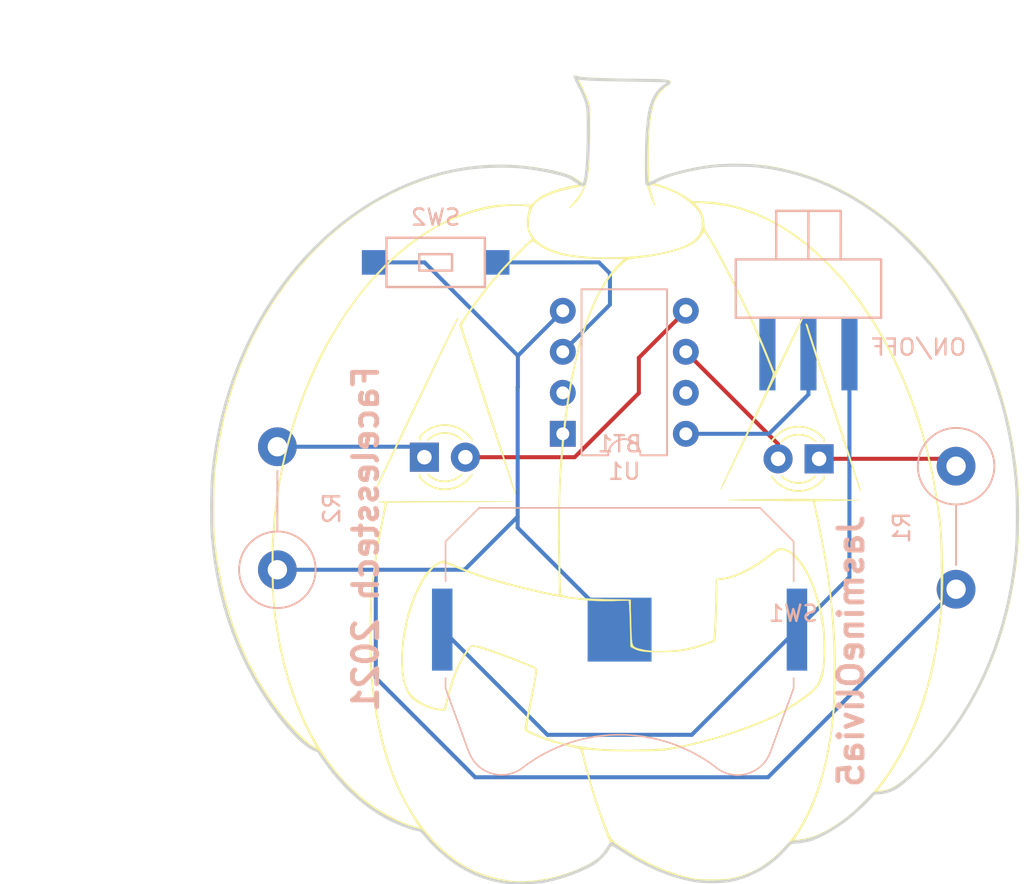
<source format=kicad_pcb>
(kicad_pcb (version 20171130) (host pcbnew 5.1.9+dfsg1-1)

  (general
    (thickness 1.6)
    (drawings 3)
    (tracks 37)
    (zones 0)
    (modules 9)
    (nets 13)
  )

  (page A4)
  (layers
    (0 F.Cu signal)
    (31 B.Cu signal)
    (32 B.Adhes user)
    (33 F.Adhes user)
    (34 B.Paste user)
    (35 F.Paste user)
    (36 B.SilkS user)
    (37 F.SilkS user)
    (38 B.Mask user)
    (39 F.Mask user)
    (40 Dwgs.User user)
    (41 Cmts.User user)
    (42 Eco1.User user)
    (43 Eco2.User user)
    (44 Edge.Cuts user)
    (45 Margin user)
    (46 B.CrtYd user)
    (47 F.CrtYd user)
    (48 B.Fab user)
    (49 F.Fab user)
  )

  (setup
    (last_trace_width 0.25)
    (trace_clearance 0.2)
    (zone_clearance 0.508)
    (zone_45_only no)
    (trace_min 0.2)
    (via_size 0.8)
    (via_drill 0.4)
    (via_min_size 0.4)
    (via_min_drill 0.3)
    (uvia_size 0.3)
    (uvia_drill 0.1)
    (uvias_allowed no)
    (uvia_min_size 0.2)
    (uvia_min_drill 0.1)
    (edge_width 0.1)
    (segment_width 0.2)
    (pcb_text_width 0.3)
    (pcb_text_size 1.5 1.5)
    (mod_edge_width 0.15)
    (mod_text_size 1 1)
    (mod_text_width 0.15)
    (pad_size 1.524 1.524)
    (pad_drill 0.762)
    (pad_to_mask_clearance 0)
    (aux_axis_origin 0 0)
    (visible_elements FFFFFF7F)
    (pcbplotparams
      (layerselection 0x010f0_ffffffff)
      (usegerberextensions false)
      (usegerberattributes true)
      (usegerberadvancedattributes true)
      (creategerberjobfile true)
      (excludeedgelayer true)
      (linewidth 0.100000)
      (plotframeref false)
      (viasonmask false)
      (mode 1)
      (useauxorigin false)
      (hpglpennumber 1)
      (hpglpenspeed 20)
      (hpglpendiameter 15.000000)
      (psnegative false)
      (psa4output false)
      (plotreference true)
      (plotvalue true)
      (plotinvisibletext false)
      (padsonsilk false)
      (subtractmaskfromsilk false)
      (outputformat 1)
      (mirror false)
      (drillshape 0)
      (scaleselection 1)
      (outputdirectory "gerbers/"))
  )

  (net 0 "")
  (net 1 "Net-(U1-Pad2)")
  (net 2 "Net-(U1-Pad7)")
  (net 3 "Net-(SW1-Pad2)")
  (net 4 "Net-(D1-Pad1)")
  (net 5 "Net-(D1-Pad2)")
  (net 6 "Net-(D2-Pad2)")
  (net 7 "Net-(D2-Pad1)")
  (net 8 "Net-(SW2-Pad1)")
  (net 9 "Net-(U1-Pad1)")
  (net 10 "Net-(SW1-Pad3)")
  (net 11 "Net-(BT1-Pad2)")
  (net 12 "Net-(BT1-Pad1)")

  (net_class Default "This is the default net class."
    (clearance 0.2)
    (trace_width 0.25)
    (via_dia 0.8)
    (via_drill 0.4)
    (uvia_dia 0.3)
    (uvia_drill 0.1)
    (add_net "Net-(BT1-Pad1)")
    (add_net "Net-(BT1-Pad2)")
    (add_net "Net-(D1-Pad1)")
    (add_net "Net-(D1-Pad2)")
    (add_net "Net-(D2-Pad1)")
    (add_net "Net-(D2-Pad2)")
    (add_net "Net-(SW1-Pad2)")
    (add_net "Net-(SW1-Pad3)")
    (add_net "Net-(SW2-Pad1)")
    (add_net "Net-(U1-Pad1)")
    (add_net "Net-(U1-Pad2)")
    (add_net "Net-(U1-Pad7)")
  )

  (module outlines_custom:new_pump (layer F.Cu) (tedit 0) (tstamp 61469AF7)
    (at 107.569 63.2079)
    (fp_text reference Ref** (at 0 0) (layer F.SilkS) hide
      (effects (font (size 1.27 1.27) (thickness 0.15)))
    )
    (fp_text value Val** (at 0 0) (layer F.SilkS) hide
      (effects (font (size 1.27 1.27) (thickness 0.15)))
    )
    (fp_line (start 30.886 54.414) (end 30.881 54.414) (layer Edge.Cuts) (width 0.1))
    (fp_line (start 30.886 54.414) (end 30.886 54.414) (layer Edge.Cuts) (width 0.1))
    (fp_line (start 31.114 54.443) (end 30.886 54.414) (layer Edge.Cuts) (width 0.1))
    (fp_line (start 31.404 54.46) (end 31.114 54.443) (layer Edge.Cuts) (width 0.1))
    (fp_line (start 31.771 54.466) (end 31.404 54.46) (layer Edge.Cuts) (width 0.1))
    (fp_line (start 32.231 54.462) (end 31.771 54.466) (layer Edge.Cuts) (width 0.1))
    (fp_line (start 32.746 54.448) (end 32.231 54.462) (layer Edge.Cuts) (width 0.1))
    (fp_line (start 33.114 54.425) (end 32.746 54.448) (layer Edge.Cuts) (width 0.1))
    (fp_line (start 33.413 54.387) (end 33.114 54.425) (layer Edge.Cuts) (width 0.1))
    (fp_line (start 33.721 54.324) (end 33.413 54.387) (layer Edge.Cuts) (width 0.1))
    (fp_line (start 34.076 54.238) (end 33.721 54.324) (layer Edge.Cuts) (width 0.1))
    (fp_line (start 34.436 54.137) (end 34.076 54.238) (layer Edge.Cuts) (width 0.1))
    (fp_line (start 34.794 54.024) (end 34.436 54.137) (layer Edge.Cuts) (width 0.1))
    (fp_line (start 35.148 53.902) (end 34.794 54.024) (layer Edge.Cuts) (width 0.1))
    (fp_line (start 35.489 53.771) (end 35.148 53.902) (layer Edge.Cuts) (width 0.1))
    (fp_line (start 35.813 53.635) (end 35.489 53.771) (layer Edge.Cuts) (width 0.1))
    (fp_line (start 36.116 53.494) (end 35.813 53.635) (layer Edge.Cuts) (width 0.1))
    (fp_line (start 36.389 53.352) (end 36.116 53.494) (layer Edge.Cuts) (width 0.1))
    (fp_line (start 36.546 53.256) (end 36.389 53.352) (layer Edge.Cuts) (width 0.1))
    (fp_line (start 36.704 53.142) (end 36.546 53.256) (layer Edge.Cuts) (width 0.1))
    (fp_line (start 36.859 53.014) (end 36.704 53.142) (layer Edge.Cuts) (width 0.1))
    (fp_line (start 37.007 52.875) (end 36.859 53.014) (layer Edge.Cuts) (width 0.1))
    (fp_line (start 37.146 52.732) (end 37.007 52.875) (layer Edge.Cuts) (width 0.1))
    (fp_line (start 37.267 52.587) (end 37.146 52.732) (layer Edge.Cuts) (width 0.1))
    (fp_line (start 37.367 52.447) (end 37.267 52.587) (layer Edge.Cuts) (width 0.1))
    (fp_line (start 37.444 52.314) (end 37.367 52.447) (layer Edge.Cuts) (width 0.1))
    (fp_line (start 37.492 52.226) (end 37.444 52.314) (layer Edge.Cuts) (width 0.1))
    (fp_line (start 37.542 52.155) (end 37.492 52.226) (layer Edge.Cuts) (width 0.1))
    (fp_line (start 37.589 52.109) (end 37.542 52.155) (layer Edge.Cuts) (width 0.1))
    (fp_line (start 37.626 52.092) (end 37.589 52.109) (layer Edge.Cuts) (width 0.1))
    (fp_line (start 37.684 52.112) (end 37.626 52.092) (layer Edge.Cuts) (width 0.1))
    (fp_line (start 37.791 52.166) (end 37.684 52.112) (layer Edge.Cuts) (width 0.1))
    (fp_line (start 38.084 52.344) (end 37.791 52.166) (layer Edge.Cuts) (width 0.1))
    (fp_line (start 38.691 52.726) (end 38.084 52.344) (layer Edge.Cuts) (width 0.1))
    (fp_line (start 39.282 53.067) (end 38.691 52.726) (layer Edge.Cuts) (width 0.1))
    (fp_line (start 39.861 53.368) (end 39.282 53.067) (layer Edge.Cuts) (width 0.1))
    (fp_line (start 40.431 53.631) (end 39.861 53.368) (layer Edge.Cuts) (width 0.1))
    (fp_line (start 40.996 53.856) (end 40.431 53.631) (layer Edge.Cuts) (width 0.1))
    (fp_line (start 41.559 54.046) (end 40.996 53.856) (layer Edge.Cuts) (width 0.1))
    (fp_line (start 42.124 54.202) (end 41.559 54.046) (layer Edge.Cuts) (width 0.1))
    (fp_line (start 42.694 54.325) (end 42.124 54.202) (layer Edge.Cuts) (width 0.1))
    (fp_line (start 42.957 54.364) (end 42.694 54.325) (layer Edge.Cuts) (width 0.1))
    (fp_line (start 43.255 54.391) (end 42.957 54.364) (layer Edge.Cuts) (width 0.1))
    (fp_line (start 43.579 54.406) (end 43.255 54.391) (layer Edge.Cuts) (width 0.1))
    (fp_line (start 43.912 54.409) (end 43.579 54.406) (layer Edge.Cuts) (width 0.1))
    (fp_line (start 44.244 54.4) (end 43.912 54.409) (layer Edge.Cuts) (width 0.1))
    (fp_line (start 44.559 54.379) (end 44.244 54.4) (layer Edge.Cuts) (width 0.1))
    (fp_line (start 44.847 54.347) (end 44.559 54.379) (layer Edge.Cuts) (width 0.1))
    (fp_line (start 45.094 54.303) (end 44.847 54.347) (layer Edge.Cuts) (width 0.1))
    (fp_line (start 45.342 54.243) (end 45.094 54.303) (layer Edge.Cuts) (width 0.1))
    (fp_line (start 45.585 54.173) (end 45.342 54.243) (layer Edge.Cuts) (width 0.1))
    (fp_line (start 45.824 54.095) (end 45.585 54.173) (layer Edge.Cuts) (width 0.1))
    (fp_line (start 46.059 54.007) (end 45.824 54.095) (layer Edge.Cuts) (width 0.1))
    (fp_line (start 46.289 53.911) (end 46.059 54.007) (layer Edge.Cuts) (width 0.1))
    (fp_line (start 46.514 53.805) (end 46.289 53.911) (layer Edge.Cuts) (width 0.1))
    (fp_line (start 46.734 53.691) (end 46.514 53.805) (layer Edge.Cuts) (width 0.1))
    (fp_line (start 46.949 53.569) (end 46.734 53.691) (layer Edge.Cuts) (width 0.1))
    (fp_line (start 47.157 53.437) (end 46.949 53.569) (layer Edge.Cuts) (width 0.1))
    (fp_line (start 47.36 53.298) (end 47.157 53.437) (layer Edge.Cuts) (width 0.1))
    (fp_line (start 47.559 53.15) (end 47.36 53.298) (layer Edge.Cuts) (width 0.1))
    (fp_line (start 47.75 52.994) (end 47.559 53.15) (layer Edge.Cuts) (width 0.1))
    (fp_line (start 47.937 52.83) (end 47.75 52.994) (layer Edge.Cuts) (width 0.1))
    (fp_line (start 48.117 52.658) (end 47.937 52.83) (layer Edge.Cuts) (width 0.1))
    (fp_line (start 48.29 52.478) (end 48.117 52.658) (layer Edge.Cuts) (width 0.1))
    (fp_line (start 48.457 52.29) (end 48.29 52.478) (layer Edge.Cuts) (width 0.1))
    (fp_line (start 48.723 51.977) (end 48.457 52.29) (layer Edge.Cuts) (width 0.1))
    (fp_line (start 49.14 51.945) (end 48.723 51.977) (layer Edge.Cuts) (width 0.1))
    (fp_line (start 49.537 51.894) (end 49.14 51.945) (layer Edge.Cuts) (width 0.1))
    (fp_line (start 49.907 51.816) (end 49.537 51.894) (layer Edge.Cuts) (width 0.1))
    (fp_line (start 50.143 51.737) (end 49.907 51.816) (layer Edge.Cuts) (width 0.1))
    (fp_line (start 50.417 51.62) (end 50.143 51.737) (layer Edge.Cuts) (width 0.1))
    (fp_line (start 50.717 51.472) (end 50.417 51.62) (layer Edge.Cuts) (width 0.1))
    (fp_line (start 51.037 51.297) (end 50.717 51.472) (layer Edge.Cuts) (width 0.1))
    (fp_line (start 51.367 51.099) (end 51.037 51.297) (layer Edge.Cuts) (width 0.1))
    (fp_line (start 51.698 50.885) (end 51.367 51.099) (layer Edge.Cuts) (width 0.1))
    (fp_line (start 52.022 50.658) (end 51.698 50.885) (layer Edge.Cuts) (width 0.1))
    (fp_line (start 52.333 50.424) (end 52.022 50.658) (layer Edge.Cuts) (width 0.1))
    (fp_line (start 52.713 50.1) (end 52.333 50.424) (layer Edge.Cuts) (width 0.1))
    (fp_line (start 53.143 49.705) (end 52.713 50.1) (layer Edge.Cuts) (width 0.1))
    (fp_line (start 53.523 49.332) (end 53.143 49.705) (layer Edge.Cuts) (width 0.1))
    (fp_line (start 53.663 49.183) (end 53.523 49.332) (layer Edge.Cuts) (width 0.1))
    (fp_line (start 53.753 49.074) (end 53.663 49.183) (layer Edge.Cuts) (width 0.1))
    (fp_line (start 53.828 48.978) (end 53.753 49.074) (layer Edge.Cuts) (width 0.1))
    (fp_line (start 53.898 48.927) (end 53.828 48.978) (layer Edge.Cuts) (width 0.1))
    (fp_line (start 53.996 48.907) (end 53.898 48.927) (layer Edge.Cuts) (width 0.1))
    (fp_line (start 54.153 48.903) (end 53.996 48.907) (layer Edge.Cuts) (width 0.1))
    (fp_line (start 54.381 48.884) (end 54.153 48.903) (layer Edge.Cuts) (width 0.1))
    (fp_line (start 54.633 48.832) (end 54.381 48.884) (layer Edge.Cuts) (width 0.1))
    (fp_line (start 54.893 48.749) (end 54.633 48.832) (layer Edge.Cuts) (width 0.1))
    (fp_line (start 55.146 48.641) (end 54.893 48.749) (layer Edge.Cuts) (width 0.1))
    (fp_line (start 55.325 48.536) (end 55.146 48.641) (layer Edge.Cuts) (width 0.1))
    (fp_line (start 55.548 48.374) (end 55.325 48.536) (layer Edge.Cuts) (width 0.1))
    (fp_line (start 55.811 48.162) (end 55.548 48.374) (layer Edge.Cuts) (width 0.1))
    (fp_line (start 56.106 47.905) (end 55.811 48.162) (layer Edge.Cuts) (width 0.1))
    (fp_line (start 56.428 47.609) (end 56.106 47.905) (layer Edge.Cuts) (width 0.1))
    (fp_line (start 56.768 47.281) (end 56.428 47.609) (layer Edge.Cuts) (width 0.1))
    (fp_line (start 57.118 46.927) (end 56.768 47.281) (layer Edge.Cuts) (width 0.1))
    (fp_line (start 57.476 46.552) (end 57.118 46.927) (layer Edge.Cuts) (width 0.1))
    (fp_line (start 57.956 46.013) (end 57.476 46.552) (layer Edge.Cuts) (width 0.1))
    (fp_line (start 58.418 45.449) (end 57.956 46.013) (layer Edge.Cuts) (width 0.1))
    (fp_line (start 58.858 44.86) (end 58.418 45.449) (layer Edge.Cuts) (width 0.1))
    (fp_line (start 59.278 44.248) (end 58.858 44.86) (layer Edge.Cuts) (width 0.1))
    (fp_line (start 59.676 43.614) (end 59.278 44.248) (layer Edge.Cuts) (width 0.1))
    (fp_line (start 60.053 42.958) (end 59.676 43.614) (layer Edge.Cuts) (width 0.1))
    (fp_line (start 60.408 42.281) (end 60.053 42.958) (layer Edge.Cuts) (width 0.1))
    (fp_line (start 60.741 41.585) (end 60.408 42.281) (layer Edge.Cuts) (width 0.1))
    (fp_line (start 61.051 40.871) (end 60.741 41.585) (layer Edge.Cuts) (width 0.1))
    (fp_line (start 61.338 40.138) (end 61.051 40.871) (layer Edge.Cuts) (width 0.1))
    (fp_line (start 61.599 39.3885) (end 61.338 40.138) (layer Edge.Cuts) (width 0.1))
    (fp_line (start 61.838 38.6232) (end 61.599 39.3885) (layer Edge.Cuts) (width 0.1))
    (fp_line (start 62.051 37.8428) (end 61.838 38.6232) (layer Edge.Cuts) (width 0.1))
    (fp_line (start 62.241 37.0487) (end 62.051 37.8428) (layer Edge.Cuts) (width 0.1))
    (fp_line (start 62.404 36.2412) (end 62.241 37.0487) (layer Edge.Cuts) (width 0.1))
    (fp_line (start 62.543 35.4217) (end 62.404 36.2412) (layer Edge.Cuts) (width 0.1))
    (fp_line (start 62.651 34.5999) (end 62.543 35.4217) (layer Edge.Cuts) (width 0.1))
    (fp_line (start 62.733 33.7607) (end 62.651 34.5999) (layer Edge.Cuts) (width 0.1))
    (fp_line (start 62.784 32.9089) (end 62.733 33.7607) (layer Edge.Cuts) (width 0.1))
    (fp_line (start 62.809 32.049) (end 62.784 32.9089) (layer Edge.Cuts) (width 0.1))
    (fp_line (start 62.806 31.1857) (end 62.809 32.049) (layer Edge.Cuts) (width 0.1))
    (fp_line (start 62.776 30.3237) (end 62.806 31.1857) (layer Edge.Cuts) (width 0.1))
    (fp_line (start 62.716 29.4677) (end 62.776 30.3237) (layer Edge.Cuts) (width 0.1))
    (fp_line (start 62.63 28.6222) (end 62.716 29.4677) (layer Edge.Cuts) (width 0.1))
    (fp_line (start 62.525 27.845) (end 62.63 28.6222) (layer Edge.Cuts) (width 0.1))
    (fp_line (start 62.396 27.0734) (end 62.525 27.845) (layer Edge.Cuts) (width 0.1))
    (fp_line (start 62.245 26.3077) (end 62.396 27.0734) (layer Edge.Cuts) (width 0.1))
    (fp_line (start 62.071 25.5492) (end 62.245 26.3077) (layer Edge.Cuts) (width 0.1))
    (fp_line (start 61.875 24.7987) (end 62.071 25.5492) (layer Edge.Cuts) (width 0.1))
    (fp_line (start 61.656 24.0571) (end 61.875 24.7987) (layer Edge.Cuts) (width 0.1))
    (fp_line (start 61.418 23.3251) (end 61.656 24.0571) (layer Edge.Cuts) (width 0.1))
    (fp_line (start 61.156 22.6039) (end 61.418 23.3251) (layer Edge.Cuts) (width 0.1))
    (fp_line (start 60.875 21.8941) (end 61.156 22.6039) (layer Edge.Cuts) (width 0.1))
    (fp_line (start 60.573 21.1966) (end 60.875 21.8941) (layer Edge.Cuts) (width 0.1))
    (fp_line (start 60.251 20.5124) (end 60.573 21.1966) (layer Edge.Cuts) (width 0.1))
    (fp_line (start 59.91 19.8424) (end 60.251 20.5124) (layer Edge.Cuts) (width 0.1))
    (fp_line (start 59.548 19.1874) (end 59.91 19.8424) (layer Edge.Cuts) (width 0.1))
    (fp_line (start 59.168 18.5482) (end 59.548 19.1874) (layer Edge.Cuts) (width 0.1))
    (fp_line (start 58.768 17.9259) (end 59.168 18.5482) (layer Edge.Cuts) (width 0.1))
    (fp_line (start 58.35 17.3212) (end 58.768 17.9259) (layer Edge.Cuts) (width 0.1))
    (fp_line (start 57.852 16.6532) (end 58.35 17.3212) (layer Edge.Cuts) (width 0.1))
    (fp_line (start 57.335 16.0136) (end 57.852 16.6532) (layer Edge.Cuts) (width 0.1))
    (fp_line (start 56.798 15.4027) (end 57.335 16.0136) (layer Edge.Cuts) (width 0.1))
    (fp_line (start 56.245 14.8211) (end 56.798 15.4027) (layer Edge.Cuts) (width 0.1))
    (fp_line (start 55.675 14.2694) (end 56.245 14.8211) (layer Edge.Cuts) (width 0.1))
    (fp_line (start 55.09 13.7478) (end 55.675 14.2694) (layer Edge.Cuts) (width 0.1))
    (fp_line (start 54.488 13.2571) (end 55.09 13.7478) (layer Edge.Cuts) (width 0.1))
    (fp_line (start 53.874 12.7978) (end 54.488 13.2571) (layer Edge.Cuts) (width 0.1))
    (fp_line (start 53.244 12.3703) (end 53.874 12.7978) (layer Edge.Cuts) (width 0.1))
    (fp_line (start 52.6 11.9753) (end 53.244 12.3703) (layer Edge.Cuts) (width 0.1))
    (fp_line (start 51.945 11.6129) (end 52.6 11.9753) (layer Edge.Cuts) (width 0.1))
    (fp_line (start 51.277 11.2841) (end 51.945 11.6129) (layer Edge.Cuts) (width 0.1))
    (fp_line (start 50.6 10.9891) (end 51.277 11.2841) (layer Edge.Cuts) (width 0.1))
    (fp_line (start 49.912 10.7286) (end 50.6 10.9891) (layer Edge.Cuts) (width 0.1))
    (fp_line (start 49.214 10.5031) (end 49.912 10.7286) (layer Edge.Cuts) (width 0.1))
    (fp_line (start 48.507 10.3129) (end 49.214 10.5031) (layer Edge.Cuts) (width 0.1))
    (fp_line (start 48.152 10.2321) (end 48.507 10.3129) (layer Edge.Cuts) (width 0.1))
    (fp_line (start 47.789 10.1611) (end 48.152 10.2321) (layer Edge.Cuts) (width 0.1))
    (fp_line (start 47.424 10.0998) (end 47.789 10.1611) (layer Edge.Cuts) (width 0.1))
    (fp_line (start 47.054 10.0483) (end 47.424 10.0998) (layer Edge.Cuts) (width 0.1))
    (fp_line (start 46.682 10.0064) (end 47.054 10.0483) (layer Edge.Cuts) (width 0.1))
    (fp_line (start 46.307 9.9746) (end 46.682 10.0064) (layer Edge.Cuts) (width 0.1))
    (fp_line (start 45.934 9.9524) (end 46.307 9.9746) (layer Edge.Cuts) (width 0.1))
    (fp_line (start 45.559 9.9401) (end 45.934 9.9524) (layer Edge.Cuts) (width 0.1))
    (fp_line (start 45.186 9.9378) (end 45.559 9.9401) (layer Edge.Cuts) (width 0.1))
    (fp_line (start 44.814 9.9453) (end 45.186 9.9378) (layer Edge.Cuts) (width 0.1))
    (fp_line (start 44.444 9.9626) (end 44.814 9.9453) (layer Edge.Cuts) (width 0.1))
    (fp_line (start 44.079 9.99) (end 44.444 9.9626) (layer Edge.Cuts) (width 0.1))
    (fp_line (start 43.717 10.0271) (end 44.079 9.99) (layer Edge.Cuts) (width 0.1))
    (fp_line (start 43.362 10.0743) (end 43.717 10.0271) (layer Edge.Cuts) (width 0.1))
    (fp_line (start 43.013 10.1313) (end 43.362 10.0743) (layer Edge.Cuts) (width 0.1))
    (fp_line (start 42.671 10.1985) (end 43.013 10.1313) (layer Edge.Cuts) (width 0.1))
    (fp_line (start 41.918 10.3731) (end 42.671 10.1985) (layer Edge.Cuts) (width 0.1))
    (fp_line (start 41.271 10.5516) (end 41.918 10.3731) (layer Edge.Cuts) (width 0.1))
    (fp_line (start 40.993 10.6411) (end 41.271 10.5516) (layer Edge.Cuts) (width 0.1))
    (fp_line (start 40.748 10.7298) (end 40.993 10.6411) (layer Edge.Cuts) (width 0.1))
    (fp_line (start 40.538 10.8173) (end 40.748 10.7298) (layer Edge.Cuts) (width 0.1))
    (fp_line (start 40.363 10.903) (end 40.538 10.8173) (layer Edge.Cuts) (width 0.1))
    (fp_line (start 40.064 11.0478) (end 40.363 10.903) (layer Edge.Cuts) (width 0.1))
    (fp_line (start 39.959 11.0863) (end 40.064 11.0478) (layer Edge.Cuts) (width 0.1))
    (fp_line (start 39.906 11.0938) (end 39.959 11.0863) (layer Edge.Cuts) (width 0.1))
    (fp_line (start 39.883 11.0725) (end 39.906 11.0938) (layer Edge.Cuts) (width 0.1))
    (fp_line (start 39.864 11.028) (end 39.883 11.0725) (layer Edge.Cuts) (width 0.1))
    (fp_line (start 39.831 10.8727) (end 39.864 11.028) (layer Edge.Cuts) (width 0.1))
    (fp_line (start 39.808 10.6352) (end 39.831 10.8727) (layer Edge.Cuts) (width 0.1))
    (fp_line (start 39.793 10.3235) (end 39.808 10.6352) (layer Edge.Cuts) (width 0.1))
    (fp_line (start 39.788 9.9447) (end 39.793 10.3235) (layer Edge.Cuts) (width 0.1))
    (fp_line (start 39.793 9.5065) (end 39.788 9.9447) (layer Edge.Cuts) (width 0.1))
    (fp_line (start 39.833 8.4822) (end 39.793 9.5065) (layer Edge.Cuts) (width 0.1))
    (fp_line (start 39.87 7.9073) (end 39.833 8.4822) (layer Edge.Cuts) (width 0.1))
    (fp_line (start 39.916 7.4073) (end 39.87 7.9073) (layer Edge.Cuts) (width 0.1))
    (fp_line (start 39.973 6.9743) (end 39.916 7.4073) (layer Edge.Cuts) (width 0.1))
    (fp_line (start 40.043 6.6) (end 39.973 6.9743) (layer Edge.Cuts) (width 0.1))
    (fp_line (start 40.126 6.2765) (end 40.043 6.6) (layer Edge.Cuts) (width 0.1))
    (fp_line (start 40.225 5.9953) (end 40.126 6.2765) (layer Edge.Cuts) (width 0.1))
    (fp_line (start 40.343 5.7488) (end 40.225 5.9953) (layer Edge.Cuts) (width 0.1))
    (fp_line (start 40.48 5.5288) (end 40.343 5.7488) (layer Edge.Cuts) (width 0.1))
    (fp_line (start 40.621 5.3537) (end 40.48 5.5288) (layer Edge.Cuts) (width 0.1))
    (fp_line (start 40.79 5.1948) (end 40.621 5.3537) (layer Edge.Cuts) (width 0.1))
    (fp_line (start 40.96 5.0688) (end 40.79 5.1948) (layer Edge.Cuts) (width 0.1))
    (fp_line (start 41.041 5.0232) (end 40.96 5.0688) (layer Edge.Cuts) (width 0.1))
    (fp_line (start 41.116 4.992) (end 41.041 5.0232) (layer Edge.Cuts) (width 0.1))
    (fp_line (start 41.156 4.9722) (end 41.116 4.992) (layer Edge.Cuts) (width 0.1))
    (fp_line (start 41.188 4.943) (end 41.156 4.9722) (layer Edge.Cuts) (width 0.1))
    (fp_line (start 41.21 4.908) (end 41.188 4.943) (layer Edge.Cuts) (width 0.1))
    (fp_line (start 41.218 4.8702) (end 41.21 4.908) (layer Edge.Cuts) (width 0.1))
    (fp_line (start 41.203 4.8187) (end 41.218 4.8702) (layer Edge.Cuts) (width 0.1))
    (fp_line (start 41.153 4.7777) (end 41.203 4.8187) (layer Edge.Cuts) (width 0.1))
    (fp_line (start 41.056 4.746) (end 41.153 4.7777) (layer Edge.Cuts) (width 0.1))
    (fp_line (start 40.901 4.7222) (end 41.056 4.746) (layer Edge.Cuts) (width 0.1))
    (fp_line (start 40.679 4.705) (end 40.901 4.7222) (layer Edge.Cuts) (width 0.1))
    (fp_line (start 40.378 4.6937) (end 40.679 4.705) (layer Edge.Cuts) (width 0.1))
    (fp_line (start 39.496 4.6833) (end 40.378 4.6937) (layer Edge.Cuts) (width 0.1))
    (fp_line (start 37.973 4.6672) (end 39.496 4.6833) (layer Edge.Cuts) (width 0.1))
    (fp_line (start 36.773 4.634) (end 37.973 4.6672) (layer Edge.Cuts) (width 0.1))
    (fp_line (start 35.946 4.5857) (end 36.773 4.634) (layer Edge.Cuts) (width 0.1))
    (fp_line (start 35.688 4.5565) (end 35.946 4.5857) (layer Edge.Cuts) (width 0.1))
    (fp_line (start 35.543 4.5243) (end 35.688 4.5565) (layer Edge.Cuts) (width 0.1))
    (fp_line (start 35.398 4.476) (end 35.543 4.5243) (layer Edge.Cuts) (width 0.1))
    (fp_line (start 35.328 4.4665) (end 35.398 4.476) (layer Edge.Cuts) (width 0.1))
    (fp_line (start 35.328 4.4928) (end 35.328 4.4665) (layer Edge.Cuts) (width 0.1))
    (fp_line (start 35.348 4.5536) (end 35.328 4.4928) (layer Edge.Cuts) (width 0.1))
    (fp_line (start 35.433 4.7566) (end 35.348 4.5536) (layer Edge.Cuts) (width 0.1))
    (fp_line (start 35.568 5.0375) (end 35.433 4.7566) (layer Edge.Cuts) (width 0.1))
    (fp_line (start 35.736 5.3601) (end 35.568 5.0375) (layer Edge.Cuts) (width 0.1))
    (fp_line (start 35.821 5.5348) (end 35.736 5.3601) (layer Edge.Cuts) (width 0.1))
    (fp_line (start 35.908 5.7345) (end 35.821 5.5348) (layer Edge.Cuts) (width 0.1))
    (fp_line (start 35.983 5.9345) (end 35.908 5.7345) (layer Edge.Cuts) (width 0.1))
    (fp_line (start 36.038 6.1105) (end 35.983 5.9345) (layer Edge.Cuts) (width 0.1))
    (fp_line (start 36.096 6.3536) (end 36.038 6.1105) (layer Edge.Cuts) (width 0.1))
    (fp_line (start 36.126 6.6425) (end 36.096 6.3536) (layer Edge.Cuts) (width 0.1))
    (fp_line (start 36.138 7.1231) (end 36.126 6.6425) (layer Edge.Cuts) (width 0.1))
    (fp_line (start 36.14 7.9415) (end 36.138 7.1231) (layer Edge.Cuts) (width 0.1))
    (fp_line (start 36.133 8.6338) (end 36.14 7.9415) (layer Edge.Cuts) (width 0.1))
    (fp_line (start 36.116 9.2541) (end 36.133 8.6338) (layer Edge.Cuts) (width 0.1))
    (fp_line (start 36.09 9.7966) (end 36.116 9.2541) (layer Edge.Cuts) (width 0.1))
    (fp_line (start 36.056 10.2556) (end 36.09 9.7966) (layer Edge.Cuts) (width 0.1))
    (fp_line (start 36.013 10.6256) (end 36.056 10.2556) (layer Edge.Cuts) (width 0.1))
    (fp_line (start 35.963 10.9008) (end 36.013 10.6256) (layer Edge.Cuts) (width 0.1))
    (fp_line (start 35.935 11.0011) (end 35.963 10.9008) (layer Edge.Cuts) (width 0.1))
    (fp_line (start 35.906 11.0754) (end 35.935 11.0011) (layer Edge.Cuts) (width 0.1))
    (fp_line (start 35.875 11.1234) (end 35.906 11.0754) (layer Edge.Cuts) (width 0.1))
    (fp_line (start 35.841 11.1441) (end 35.875 11.1234) (layer Edge.Cuts) (width 0.1))
    (fp_line (start 35.796 11.1364) (end 35.841 11.1441) (layer Edge.Cuts) (width 0.1))
    (fp_line (start 35.726 11.1046) (end 35.796 11.1364) (layer Edge.Cuts) (width 0.1))
    (fp_line (start 35.556 10.9891) (end 35.726 11.1046) (layer Edge.Cuts) (width 0.1))
    (fp_line (start 35.341 10.8347) (end 35.556 10.9891) (layer Edge.Cuts) (width 0.1))
    (fp_line (start 35.123 10.7024) (end 35.341 10.8347) (layer Edge.Cuts) (width 0.1))
    (fp_line (start 35.015 10.6539) (end 35.123 10.7024) (layer Edge.Cuts) (width 0.1))
    (fp_line (start 34.856 10.5964) (end 35.015 10.6539) (layer Edge.Cuts) (width 0.1))
    (fp_line (start 34.45 10.4706) (end 34.856 10.5964) (layer Edge.Cuts) (width 0.1))
    (fp_line (start 34.018 10.3572) (end 34.45 10.4706) (layer Edge.Cuts) (width 0.1))
    (fp_line (start 33.675 10.2887) (end 34.018 10.3572) (layer Edge.Cuts) (width 0.1))
    (fp_line (start 32.921 10.1716) (end 33.675 10.2887) (layer Edge.Cuts) (width 0.1))
    (fp_line (start 32.518 10.1128) (end 32.921 10.1716) (layer Edge.Cuts) (width 0.1))
    (fp_line (start 32.113 10.0658) (end 32.518 10.1128) (layer Edge.Cuts) (width 0.1))
    (fp_line (start 31.708 10.0308) (end 32.113 10.0658) (layer Edge.Cuts) (width 0.1))
    (fp_line (start 31.303 10.0078) (end 31.708 10.0308) (layer Edge.Cuts) (width 0.1))
    (fp_line (start 30.897 9.9964) (end 31.303 10.0078) (layer Edge.Cuts) (width 0.1))
    (fp_line (start 30.49 9.9969) (end 30.897 9.9964) (layer Edge.Cuts) (width 0.1))
    (fp_line (start 30.083 10.0093) (end 30.49 9.9969) (layer Edge.Cuts) (width 0.1))
    (fp_line (start 29.678 10.0331) (end 30.083 10.0093) (layer Edge.Cuts) (width 0.1))
    (fp_line (start 29.272 10.0686) (end 29.678 10.0331) (layer Edge.Cuts) (width 0.1))
    (fp_line (start 28.867 10.1158) (end 29.272 10.0686) (layer Edge.Cuts) (width 0.1))
    (fp_line (start 28.462 10.1743) (end 28.867 10.1158) (layer Edge.Cuts) (width 0.1))
    (fp_line (start 28.058 10.2443) (end 28.462 10.1743) (layer Edge.Cuts) (width 0.1))
    (fp_line (start 27.655 10.3256) (end 28.058 10.2443) (layer Edge.Cuts) (width 0.1))
    (fp_line (start 27.253 10.4184) (end 27.655 10.3256) (layer Edge.Cuts) (width 0.1))
    (fp_line (start 26.854 10.5224) (end 27.253 10.4184) (layer Edge.Cuts) (width 0.1))
    (fp_line (start 26.454 10.6376) (end 26.854 10.5224) (layer Edge.Cuts) (width 0.1))
    (fp_line (start 26.057 10.7639) (end 26.454 10.6376) (layer Edge.Cuts) (width 0.1))
    (fp_line (start 25.662 10.9014) (end 26.057 10.7639) (layer Edge.Cuts) (width 0.1))
    (fp_line (start 25.269 11.0501) (end 25.662 10.9014) (layer Edge.Cuts) (width 0.1))
    (fp_line (start 24.879 11.2096) (end 25.269 11.0501) (layer Edge.Cuts) (width 0.1))
    (fp_line (start 24.49 11.3801) (end 24.879 11.2096) (layer Edge.Cuts) (width 0.1))
    (fp_line (start 24.104 11.5616) (end 24.49 11.3801) (layer Edge.Cuts) (width 0.1))
    (fp_line (start 23.721 11.7539) (end 24.104 11.5616) (layer Edge.Cuts) (width 0.1))
    (fp_line (start 23.341 11.9571) (end 23.721 11.7539) (layer Edge.Cuts) (width 0.1))
    (fp_line (start 22.965 12.1707) (end 23.341 11.9571) (layer Edge.Cuts) (width 0.1))
    (fp_line (start 22.591 12.3952) (end 22.965 12.1707) (layer Edge.Cuts) (width 0.1))
    (fp_line (start 22.222 12.6304) (end 22.591 12.3952) (layer Edge.Cuts) (width 0.1))
    (fp_line (start 21.855 12.8761) (end 22.222 12.6304) (layer Edge.Cuts) (width 0.1))
    (fp_line (start 21.493 13.1322) (end 21.855 12.8761) (layer Edge.Cuts) (width 0.1))
    (fp_line (start 21.135 13.3989) (end 21.493 13.1322) (layer Edge.Cuts) (width 0.1))
    (fp_line (start 20.781 13.6761) (end 21.135 13.3989) (layer Edge.Cuts) (width 0.1))
    (fp_line (start 20.432 13.9636) (end 20.781 13.6761) (layer Edge.Cuts) (width 0.1))
    (fp_line (start 20.038 14.3042) (end 20.432 13.9636) (layer Edge.Cuts) (width 0.1))
    (fp_line (start 19.6538 14.6559) (end 20.038 14.3042) (layer Edge.Cuts) (width 0.1))
    (fp_line (start 19.2786 15.0179) (end 19.6538 14.6559) (layer Edge.Cuts) (width 0.1))
    (fp_line (start 18.9127 15.3904) (end 19.2786 15.0179) (layer Edge.Cuts) (width 0.1))
    (fp_line (start 18.5562 15.7729) (end 18.9127 15.3904) (layer Edge.Cuts) (width 0.1))
    (fp_line (start 18.209 16.1654) (end 18.5562 15.7729) (layer Edge.Cuts) (width 0.1))
    (fp_line (start 17.8717 16.5674) (end 18.209 16.1654) (layer Edge.Cuts) (width 0.1))
    (fp_line (start 17.5441 16.9789) (end 17.8717 16.5674) (layer Edge.Cuts) (width 0.1))
    (fp_line (start 17.2263 17.3997) (end 17.5441 16.9789) (layer Edge.Cuts) (width 0.1))
    (fp_line (start 16.9184 17.8294) (end 17.2263 17.3997) (layer Edge.Cuts) (width 0.1))
    (fp_line (start 16.6206 18.2681) (end 16.9184 17.8294) (layer Edge.Cuts) (width 0.1))
    (fp_line (start 16.333 18.7151) (end 16.6206 18.2681) (layer Edge.Cuts) (width 0.1))
    (fp_line (start 16.0557 19.1706) (end 16.333 18.7151) (layer Edge.Cuts) (width 0.1))
    (fp_line (start 15.7887 19.6342) (end 16.0557 19.1706) (layer Edge.Cuts) (width 0.1))
    (fp_line (start 15.5322 20.1057) (end 15.7887 19.6342) (layer Edge.Cuts) (width 0.1))
    (fp_line (start 15.2862 20.5849) (end 15.5322 20.1057) (layer Edge.Cuts) (width 0.1))
    (fp_line (start 15.0511 21.0715) (end 15.2862 20.5849) (layer Edge.Cuts) (width 0.1))
    (fp_line (start 14.8267 21.5654) (end 15.0511 21.0715) (layer Edge.Cuts) (width 0.1))
    (fp_line (start 14.6132 22.0664) (end 14.8267 21.5654) (layer Edge.Cuts) (width 0.1))
    (fp_line (start 14.4109 22.5742) (end 14.6132 22.0664) (layer Edge.Cuts) (width 0.1))
    (fp_line (start 14.2196 23.0887) (end 14.4109 22.5742) (layer Edge.Cuts) (width 0.1))
    (fp_line (start 14.0396 23.6094) (end 14.2196 23.0887) (layer Edge.Cuts) (width 0.1))
    (fp_line (start 13.871 24.1364) (end 14.0396 23.6094) (layer Edge.Cuts) (width 0.1))
    (fp_line (start 13.7138 24.6692) (end 13.871 24.1364) (layer Edge.Cuts) (width 0.1))
    (fp_line (start 13.5683 25.2077) (end 13.7138 24.6692) (layer Edge.Cuts) (width 0.1))
    (fp_line (start 13.4345 25.7519) (end 13.5683 25.2077) (layer Edge.Cuts) (width 0.1))
    (fp_line (start 13.3123 26.3014) (end 13.4345 25.7519) (layer Edge.Cuts) (width 0.1))
    (fp_line (start 13.2022 26.8557) (end 13.3123 26.3014) (layer Edge.Cuts) (width 0.1))
    (fp_line (start 13.104 27.415) (end 13.2022 26.8557) (layer Edge.Cuts) (width 0.1))
    (fp_line (start 13.018 27.979) (end 13.104 27.415) (layer Edge.Cuts) (width 0.1))
    (fp_line (start 12.9442 28.5474) (end 13.018 27.979) (layer Edge.Cuts) (width 0.1))
    (fp_line (start 12.8827 29.1199) (end 12.9442 28.5474) (layer Edge.Cuts) (width 0.1))
    (fp_line (start 12.8534 29.5135) (end 12.8827 29.1199) (layer Edge.Cuts) (width 0.1))
    (fp_line (start 12.8314 29.9898) (end 12.8534 29.5135) (layer Edge.Cuts) (width 0.1))
    (fp_line (start 12.8097 31.077) (end 12.8314 29.9898) (layer Edge.Cuts) (width 0.1))
    (fp_line (start 12.8192 32.157) (end 12.8097 31.077) (layer Edge.Cuts) (width 0.1))
    (fp_line (start 12.836 32.6242) (end 12.8192 32.157) (layer Edge.Cuts) (width 0.1))
    (fp_line (start 12.8612 33.0053) (end 12.836 32.6242) (layer Edge.Cuts) (width 0.1))
    (fp_line (start 12.9132 33.5335) (end 12.8612 33.0053) (layer Edge.Cuts) (width 0.1))
    (fp_line (start 12.9745 34.0532) (end 12.9132 33.5335) (layer Edge.Cuts) (width 0.1))
    (fp_line (start 13.0454 34.5645) (end 12.9745 34.0532) (layer Edge.Cuts) (width 0.1))
    (fp_line (start 13.1257 35.0682) (end 13.0454 34.5645) (layer Edge.Cuts) (width 0.1))
    (fp_line (start 13.2157 35.5642) (end 13.1257 35.0682) (layer Edge.Cuts) (width 0.1))
    (fp_line (start 13.3153 36.053) (end 13.2157 35.5642) (layer Edge.Cuts) (width 0.1))
    (fp_line (start 13.4248 36.535) (end 13.3153 36.053) (layer Edge.Cuts) (width 0.1))
    (fp_line (start 13.5443 37.0107) (end 13.4248 36.535) (layer Edge.Cuts) (width 0.1))
    (fp_line (start 13.6737 37.4802) (end 13.5443 37.0107) (layer Edge.Cuts) (width 0.1))
    (fp_line (start 13.8132 37.9438) (end 13.6737 37.4802) (layer Edge.Cuts) (width 0.1))
    (fp_line (start 13.9628 38.4022) (end 13.8132 37.9438) (layer Edge.Cuts) (width 0.1))
    (fp_line (start 14.1228 38.8555) (end 13.9628 38.4022) (layer Edge.Cuts) (width 0.1))
    (fp_line (start 14.2931 39.3042) (end 14.1228 38.8555) (layer Edge.Cuts) (width 0.1))
    (fp_line (start 14.4739 39.7483) (end 14.2931 39.3042) (layer Edge.Cuts) (width 0.1))
    (fp_line (start 14.6653 40.189) (end 14.4739 39.7483) (layer Edge.Cuts) (width 0.1))
    (fp_line (start 14.8673 40.625) (end 14.6653 40.189) (layer Edge.Cuts) (width 0.1))
    (fp_line (start 15.1002 41.096) (end 14.8673 40.625) (layer Edge.Cuts) (width 0.1))
    (fp_line (start 15.3492 41.564) (end 15.1002 41.096) (layer Edge.Cuts) (width 0.1))
    (fp_line (start 15.6114 42.028) (end 15.3492 41.564) (layer Edge.Cuts) (width 0.1))
    (fp_line (start 15.8845 42.483) (end 15.6114 42.028) (layer Edge.Cuts) (width 0.1))
    (fp_line (start 16.1665 42.926) (end 15.8845 42.483) (layer Edge.Cuts) (width 0.1))
    (fp_line (start 16.4548 43.355) (end 16.1665 42.926) (layer Edge.Cuts) (width 0.1))
    (fp_line (start 16.7473 43.767) (end 16.4548 43.355) (layer Edge.Cuts) (width 0.1))
    (fp_line (start 17.0415 44.159) (end 16.7473 43.767) (layer Edge.Cuts) (width 0.1))
    (fp_line (start 17.3351 44.527) (end 17.0415 44.159) (layer Edge.Cuts) (width 0.1))
    (fp_line (start 17.6258 44.869) (end 17.3351 44.527) (layer Edge.Cuts) (width 0.1))
    (fp_line (start 17.9112 45.181) (end 17.6258 44.869) (layer Edge.Cuts) (width 0.1))
    (fp_line (start 18.1892 45.461) (end 17.9112 45.181) (layer Edge.Cuts) (width 0.1))
    (fp_line (start 18.4572 45.706) (end 18.1892 45.461) (layer Edge.Cuts) (width 0.1))
    (fp_line (start 18.713 45.912) (end 18.4572 45.706) (layer Edge.Cuts) (width 0.1))
    (fp_line (start 18.9543 46.077) (end 18.713 45.912) (layer Edge.Cuts) (width 0.1))
    (fp_line (start 19.1788 46.197) (end 18.9543 46.077) (layer Edge.Cuts) (width 0.1))
    (fp_line (start 19.3638 46.272) (end 19.1788 46.197) (layer Edge.Cuts) (width 0.1))
    (fp_line (start 19.4025 46.28) (end 19.3638 46.272) (layer Edge.Cuts) (width 0.1))
    (fp_line (start 19.4087 46.277) (end 19.4025 46.28) (layer Edge.Cuts) (width 0.1))
    (fp_line (start 19.4064 46.269) (end 19.4087 46.277) (layer Edge.Cuts) (width 0.1))
    (fp_line (start 19.313 46.197) (end 19.4064 46.269) (layer Edge.Cuts) (width 0.1))
    (fp_line (start 19.0901 46.066) (end 19.313 46.197) (layer Edge.Cuts) (width 0.1))
    (fp_line (start 18.9417 45.979) (end 19.0901 46.066) (layer Edge.Cuts) (width 0.1))
    (fp_line (start 18.7976 45.883) (end 18.9417 45.979) (layer Edge.Cuts) (width 0.1))
    (fp_line (start 18.6534 45.774) (end 18.7976 45.883) (layer Edge.Cuts) (width 0.1))
    (fp_line (start 18.5049 45.647) (end 18.6534 45.774) (layer Edge.Cuts) (width 0.1))
    (fp_line (start 18.1771 45.327) (end 18.5049 45.647) (layer Edge.Cuts) (width 0.1))
    (fp_line (start 17.7793 44.893) (end 18.1771 45.327) (layer Edge.Cuts) (width 0.1))
    (fp_line (start 17.29 44.316) (end 17.7793 44.893) (layer Edge.Cuts) (width 0.1))
    (fp_line (start 16.826 43.723) (end 17.29 44.316) (layer Edge.Cuts) (width 0.1))
    (fp_line (start 16.3874 43.113) (end 16.826 43.723) (layer Edge.Cuts) (width 0.1))
    (fp_line (start 15.9741 42.486) (end 16.3874 43.113) (layer Edge.Cuts) (width 0.1))
    (fp_line (start 15.5861 41.842) (end 15.9741 42.486) (layer Edge.Cuts) (width 0.1))
    (fp_line (start 15.2236 41.181) (end 15.5861 41.842) (layer Edge.Cuts) (width 0.1))
    (fp_line (start 14.8863 40.504) (end 15.2236 41.181) (layer Edge.Cuts) (width 0.1))
    (fp_line (start 14.5745 39.8091) (end 14.8863 40.504) (layer Edge.Cuts) (width 0.1))
    (fp_line (start 14.288 39.0976) (end 14.5745 39.8091) (layer Edge.Cuts) (width 0.1))
    (fp_line (start 14.0269 38.3693) (end 14.288 39.0976) (layer Edge.Cuts) (width 0.1))
    (fp_line (start 13.7912 37.6243) (end 14.0269 38.3693) (layer Edge.Cuts) (width 0.1))
    (fp_line (start 13.5809 36.8623) (end 13.7912 37.6243) (layer Edge.Cuts) (width 0.1))
    (fp_line (start 13.3959 36.0836) (end 13.5809 36.8623) (layer Edge.Cuts) (width 0.1))
    (fp_line (start 13.2364 35.2879) (end 13.3959 36.0836) (layer Edge.Cuts) (width 0.1))
    (fp_line (start 13.1023 34.4758) (end 13.2364 35.2879) (layer Edge.Cuts) (width 0.1))
    (fp_line (start 12.9936 33.6468) (end 13.1023 34.4758) (layer Edge.Cuts) (width 0.1))
    (fp_line (start 12.9441 33.1563) (end 12.9936 33.6468) (layer Edge.Cuts) (width 0.1))
    (fp_line (start 12.9139 32.6713) (end 12.9441 33.1563) (layer Edge.Cuts) (width 0.1))
    (fp_line (start 12.8986 32.0858) (end 12.9139 32.6713) (layer Edge.Cuts) (width 0.1))
    (fp_line (start 12.8934 31.2939) (end 12.8986 32.0858) (layer Edge.Cuts) (width 0.1))
    (fp_line (start 12.8999 30.4889) (end 12.8934 31.2939) (layer Edge.Cuts) (width 0.1))
    (fp_line (start 12.9237 29.7464) (end 12.8999 30.4889) (layer Edge.Cuts) (width 0.1))
    (fp_line (start 12.9664 29.0483) (end 12.9237 29.7464) (layer Edge.Cuts) (width 0.1))
    (fp_line (start 13.0304 28.3768) (end 12.9664 29.0483) (layer Edge.Cuts) (width 0.1))
    (fp_line (start 13.1176 27.7138) (end 13.0304 28.3768) (layer Edge.Cuts) (width 0.1))
    (fp_line (start 13.2299 27.0413) (end 13.1176 27.7138) (layer Edge.Cuts) (width 0.1))
    (fp_line (start 13.3695 26.3416) (end 13.2299 27.0413) (layer Edge.Cuts) (width 0.1))
    (fp_line (start 13.5385 25.5965) (end 13.3695 26.3416) (layer Edge.Cuts) (width 0.1))
    (fp_line (start 13.6874 25.0065) (end 13.5385 25.5965) (layer Edge.Cuts) (width 0.1))
    (fp_line (start 13.851 24.4226) (end 13.6874 25.0065) (layer Edge.Cuts) (width 0.1))
    (fp_line (start 14.0295 23.8453) (end 13.851 24.4226) (layer Edge.Cuts) (width 0.1))
    (fp_line (start 14.2222 23.275) (end 14.0295 23.8453) (layer Edge.Cuts) (width 0.1))
    (fp_line (start 14.429 22.7116) (end 14.2222 23.275) (layer Edge.Cuts) (width 0.1))
    (fp_line (start 14.6498 22.156) (end 14.429 22.7116) (layer Edge.Cuts) (width 0.1))
    (fp_line (start 14.8839 21.6083) (end 14.6498 22.156) (layer Edge.Cuts) (width 0.1))
    (fp_line (start 15.1316 21.0688) (end 14.8839 21.6083) (layer Edge.Cuts) (width 0.1))
    (fp_line (start 15.3923 20.538) (end 15.1316 21.0688) (layer Edge.Cuts) (width 0.1))
    (fp_line (start 15.6656 20.016) (end 15.3923 20.538) (layer Edge.Cuts) (width 0.1))
    (fp_line (start 15.9514 19.5035) (end 15.6656 20.016) (layer Edge.Cuts) (width 0.1))
    (fp_line (start 16.2495 19.0006) (end 15.9514 19.5035) (layer Edge.Cuts) (width 0.1))
    (fp_line (start 16.5597 18.5077) (end 16.2495 19.0006) (layer Edge.Cuts) (width 0.1))
    (fp_line (start 16.8813 18.0252) (end 16.5597 18.5077) (layer Edge.Cuts) (width 0.1))
    (fp_line (start 17.2145 17.5533) (end 16.8813 18.0252) (layer Edge.Cuts) (width 0.1))
    (fp_line (start 17.559 17.0927) (end 17.2145 17.5533) (layer Edge.Cuts) (width 0.1))
    (fp_line (start 17.9141 16.6435) (end 17.559 17.0927) (layer Edge.Cuts) (width 0.1))
    (fp_line (start 18.2799 16.206) (end 17.9141 16.6435) (layer Edge.Cuts) (width 0.1))
    (fp_line (start 18.6561 15.7805) (end 18.2799 16.206) (layer Edge.Cuts) (width 0.1))
    (fp_line (start 19.0424 15.3677) (end 18.6561 15.7805) (layer Edge.Cuts) (width 0.1))
    (fp_line (start 19.4383 14.9675) (end 19.0424 15.3677) (layer Edge.Cuts) (width 0.1))
    (fp_line (start 19.844 14.5805) (end 19.4383 14.9675) (layer Edge.Cuts) (width 0.1))
    (fp_line (start 20.259 14.2072) (end 19.844 14.5805) (layer Edge.Cuts) (width 0.1))
    (fp_line (start 20.683 13.8477) (end 20.259 14.2072) (layer Edge.Cuts) (width 0.1))
    (fp_line (start 21.115 13.5023) (end 20.683 13.8477) (layer Edge.Cuts) (width 0.1))
    (fp_line (start 21.556 13.1715) (end 21.115 13.5023) (layer Edge.Cuts) (width 0.1))
    (fp_line (start 22.006 12.8557) (end 21.556 13.1715) (layer Edge.Cuts) (width 0.1))
    (fp_line (start 22.463 12.5552) (end 22.006 12.8557) (layer Edge.Cuts) (width 0.1))
    (fp_line (start 22.927 12.2703) (end 22.463 12.5552) (layer Edge.Cuts) (width 0.1))
    (fp_line (start 23.4 12.0013) (end 22.927 12.2703) (layer Edge.Cuts) (width 0.1))
    (fp_line (start 23.879 11.7487) (end 23.4 12.0013) (layer Edge.Cuts) (width 0.1))
    (fp_line (start 24.365 11.5128) (end 23.879 11.7487) (layer Edge.Cuts) (width 0.1))
    (fp_line (start 25.097 11.1925) (end 24.365 11.5128) (layer Edge.Cuts) (width 0.1))
    (fp_line (start 25.825 10.9148) (end 25.097 11.1925) (layer Edge.Cuts) (width 0.1))
    (fp_line (start 26.19 10.7918) (end 25.825 10.9148) (layer Edge.Cuts) (width 0.1))
    (fp_line (start 26.555 10.679) (end 26.19 10.7918) (layer Edge.Cuts) (width 0.1))
    (fp_line (start 26.92 10.5763) (end 26.555 10.679) (layer Edge.Cuts) (width 0.1))
    (fp_line (start 27.289 10.4838) (end 26.92 10.5763) (layer Edge.Cuts) (width 0.1))
    (fp_line (start 27.657 10.4012) (end 27.289 10.4838) (layer Edge.Cuts) (width 0.1))
    (fp_line (start 28.03 10.3283) (end 27.657 10.4012) (layer Edge.Cuts) (width 0.1))
    (fp_line (start 28.405 10.2652) (end 28.03 10.3283) (layer Edge.Cuts) (width 0.1))
    (fp_line (start 28.785 10.2115) (end 28.405 10.2652) (layer Edge.Cuts) (width 0.1))
    (fp_line (start 29.557 10.1325) (end 28.785 10.2115) (layer Edge.Cuts) (width 0.1))
    (fp_line (start 30.35 10.09) (end 29.557 10.1325) (layer Edge.Cuts) (width 0.1))
    (fp_line (start 30.822 10.0817) (end 30.35 10.09) (layer Edge.Cuts) (width 0.1))
    (fp_line (start 31.272 10.0872) (end 30.822 10.0817) (layer Edge.Cuts) (width 0.1))
    (fp_line (start 31.707 10.1077) (end 31.272 10.0872) (layer Edge.Cuts) (width 0.1))
    (fp_line (start 32.138 10.1439) (end 31.707 10.1077) (layer Edge.Cuts) (width 0.1))
    (fp_line (start 32.578 10.197) (end 32.138 10.1439) (layer Edge.Cuts) (width 0.1))
    (fp_line (start 33.033 10.2682) (end 32.578 10.197) (layer Edge.Cuts) (width 0.1))
    (fp_line (start 33.517 10.3584) (end 33.033 10.2682) (layer Edge.Cuts) (width 0.1))
    (fp_line (start 34.038 10.4685) (end 33.517 10.3584) (layer Edge.Cuts) (width 0.1))
    (fp_line (start 34.513 10.5839) (end 34.038 10.4685) (layer Edge.Cuts) (width 0.1))
    (fp_line (start 34.7 10.6401) (end 34.513 10.5839) (layer Edge.Cuts) (width 0.1))
    (fp_line (start 34.865 10.6989) (end 34.7 10.6401) (layer Edge.Cuts) (width 0.1))
    (fp_line (start 35.011 10.7634) (end 34.865 10.6989) (layer Edge.Cuts) (width 0.1))
    (fp_line (start 35.15 10.8362) (end 35.011 10.7634) (layer Edge.Cuts) (width 0.1))
    (fp_line (start 35.428 11.0187) (end 35.15 10.8362) (layer Edge.Cuts) (width 0.1))
    (fp_line (start 35.608 11.1452) (end 35.428 11.0187) (layer Edge.Cuts) (width 0.1))
    (fp_line (start 35.728 11.2132) (end 35.608 11.1452) (layer Edge.Cuts) (width 0.1))
    (fp_line (start 35.811 11.2344) (end 35.728 11.2132) (layer Edge.Cuts) (width 0.1))
    (fp_line (start 35.885 11.2199) (end 35.811 11.2344) (layer Edge.Cuts) (width 0.1))
    (fp_line (start 35.95 11.1856) (end 35.885 11.2199) (layer Edge.Cuts) (width 0.1))
    (fp_line (start 35.973 11.1597) (end 35.95 11.1856) (layer Edge.Cuts) (width 0.1))
    (fp_line (start 35.991 11.1232) (end 35.973 11.1597) (layer Edge.Cuts) (width 0.1))
    (fp_line (start 36.025 11.0046) (end 35.991 11.1232) (layer Edge.Cuts) (width 0.1))
    (fp_line (start 36.058 10.8016) (end 36.025 11.0046) (layer Edge.Cuts) (width 0.1))
    (fp_line (start 36.116 10.3086) (end 36.058 10.8016) (layer Edge.Cuts) (width 0.1))
    (fp_line (start 36.166 9.7061) (end 36.116 10.3086) (layer Edge.Cuts) (width 0.1))
    (fp_line (start 36.204 8.9892) (end 36.166 9.7061) (layer Edge.Cuts) (width 0.1))
    (fp_line (start 36.233 8.1526) (end 36.204 8.9892) (layer Edge.Cuts) (width 0.1))
    (fp_line (start 36.241 7.6014) (end 36.233 8.1526) (layer Edge.Cuts) (width 0.1))
    (fp_line (start 36.236 7.1349) (end 36.241 7.6014) (layer Edge.Cuts) (width 0.1))
    (fp_line (start 36.212 6.7367) (end 36.236 7.1349) (layer Edge.Cuts) (width 0.1))
    (fp_line (start 36.169 6.3906) (end 36.212 6.7367) (layer Edge.Cuts) (width 0.1))
    (fp_line (start 36.102 6.0799) (end 36.169 6.3906) (layer Edge.Cuts) (width 0.1))
    (fp_line (start 36.009 5.7886) (end 36.102 6.0799) (layer Edge.Cuts) (width 0.1))
    (fp_line (start 35.887 5.5001) (end 36.009 5.7886) (layer Edge.Cuts) (width 0.1))
    (fp_line (start 35.736 5.1984) (end 35.887 5.5001) (layer Edge.Cuts) (width 0.1))
    (fp_line (start 35.554 4.8571) (end 35.736 5.1984) (layer Edge.Cuts) (width 0.1))
    (fp_line (start 35.469 4.6721) (end 35.554 4.8571) (layer Edge.Cuts) (width 0.1))
    (fp_line (start 35.457 4.6254) (end 35.469 4.6721) (layer Edge.Cuts) (width 0.1))
    (fp_line (start 35.464 4.6027) (end 35.457 4.6254) (layer Edge.Cuts) (width 0.1))
    (fp_line (start 35.486 4.5987) (end 35.464 4.6027) (layer Edge.Cuts) (width 0.1))
    (fp_line (start 35.524 4.6084) (end 35.486 4.5987) (layer Edge.Cuts) (width 0.1))
    (fp_line (start 35.644 4.6374) (end 35.524 4.6084) (layer Edge.Cuts) (width 0.1))
    (fp_line (start 35.821 4.6626) (end 35.644 4.6374) (layer Edge.Cuts) (width 0.1))
    (fp_line (start 36.384 4.7023) (end 35.821 4.6626) (layer Edge.Cuts) (width 0.1))
    (fp_line (start 37.296 4.7314) (end 36.384 4.7023) (layer Edge.Cuts) (width 0.1))
    (fp_line (start 38.629 4.7534) (end 37.296 4.7314) (layer Edge.Cuts) (width 0.1))
    (fp_line (start 40.279 4.7801) (end 38.629 4.7534) (layer Edge.Cuts) (width 0.1))
    (fp_line (start 41.024 4.8036) (end 40.279 4.7801) (layer Edge.Cuts) (width 0.1))
    (fp_line (start 41.102 4.8309) (end 41.024 4.8036) (layer Edge.Cuts) (width 0.1))
    (fp_line (start 41.116 4.8484) (end 41.102 4.8309) (layer Edge.Cuts) (width 0.1))
    (fp_line (start 41.113 4.8698) (end 41.116 4.8484) (layer Edge.Cuts) (width 0.1))
    (fp_line (start 41.054 4.9266) (end 41.113 4.8698) (layer Edge.Cuts) (width 0.1))
    (fp_line (start 40.921 5.0076) (end 41.054 4.9266) (layer Edge.Cuts) (width 0.1))
    (fp_line (start 40.823 5.0699) (end 40.921 5.0076) (layer Edge.Cuts) (width 0.1))
    (fp_line (start 40.725 5.1471) (end 40.823 5.0699) (layer Edge.Cuts) (width 0.1))
    (fp_line (start 40.63 5.2379) (end 40.725 5.1471) (layer Edge.Cuts) (width 0.1))
    (fp_line (start 40.536 5.3413) (end 40.63 5.2379) (layer Edge.Cuts) (width 0.1))
    (fp_line (start 40.446 5.4563) (end 40.536 5.3413) (layer Edge.Cuts) (width 0.1))
    (fp_line (start 40.361 5.5816) (end 40.446 5.4563) (layer Edge.Cuts) (width 0.1))
    (fp_line (start 40.281 5.7163) (end 40.361 5.5816) (layer Edge.Cuts) (width 0.1))
    (fp_line (start 40.206 5.8591) (end 40.281 5.7163) (layer Edge.Cuts) (width 0.1))
    (fp_line (start 40.126 6.0404) (end 40.206 5.8591) (layer Edge.Cuts) (width 0.1))
    (fp_line (start 40.058 6.2336) (end 40.126 6.0404) (layer Edge.Cuts) (width 0.1))
    (fp_line (start 39.996 6.4451) (end 40.058 6.2336) (layer Edge.Cuts) (width 0.1))
    (fp_line (start 39.943 6.6818) (end 39.996 6.4451) (layer Edge.Cuts) (width 0.1))
    (fp_line (start 39.896 6.9501) (end 39.943 6.6818) (layer Edge.Cuts) (width 0.1))
    (fp_line (start 39.856 7.2569) (end 39.896 6.9501) (layer Edge.Cuts) (width 0.1))
    (fp_line (start 39.783 8.0121) (end 39.856 7.2569) (layer Edge.Cuts) (width 0.1))
    (fp_line (start 39.755 8.7316) (end 39.783 8.0121) (layer Edge.Cuts) (width 0.1))
    (fp_line (start 39.741 9.7466) (end 39.755 8.7316) (layer Edge.Cuts) (width 0.1))
    (fp_line (start 39.744 10.6731) (end 39.741 9.7466) (layer Edge.Cuts) (width 0.1))
    (fp_line (start 39.752 10.9829) (end 39.744 10.6731) (layer Edge.Cuts) (width 0.1))
    (fp_line (start 39.766 11.1266) (end 39.752 10.9829) (layer Edge.Cuts) (width 0.1))
    (fp_line (start 39.789 11.1654) (end 39.766 11.1266) (layer Edge.Cuts) (width 0.1))
    (fp_line (start 39.827 11.1887) (end 39.789 11.1654) (layer Edge.Cuts) (width 0.1))
    (fp_line (start 39.881 11.1964) (end 39.827 11.1887) (layer Edge.Cuts) (width 0.1))
    (fp_line (start 39.951 11.1882) (end 39.881 11.1964) (layer Edge.Cuts) (width 0.1))
    (fp_line (start 40.14 11.1239) (end 39.951 11.1882) (layer Edge.Cuts) (width 0.1))
    (fp_line (start 40.404 10.9944) (end 40.14 11.1239) (layer Edge.Cuts) (width 0.1))
    (fp_line (start 40.71 10.8464) (end 40.404 10.9944) (layer Edge.Cuts) (width 0.1))
    (fp_line (start 41.064 10.7057) (end 40.71 10.8464) (layer Edge.Cuts) (width 0.1))
    (fp_line (start 41.46 10.5732) (end 41.064 10.7057) (layer Edge.Cuts) (width 0.1))
    (fp_line (start 41.897 10.4502) (end 41.46 10.5732) (layer Edge.Cuts) (width 0.1))
    (fp_line (start 42.367 10.3377) (end 41.897 10.4502) (layer Edge.Cuts) (width 0.1))
    (fp_line (start 42.867 10.2369) (end 42.367 10.3377) (layer Edge.Cuts) (width 0.1))
    (fp_line (start 43.394 10.1489) (end 42.867 10.2369) (layer Edge.Cuts) (width 0.1))
    (fp_line (start 43.942 10.0746) (end 43.394 10.1489) (layer Edge.Cuts) (width 0.1))
    (fp_line (start 44.189 10.0533) (end 43.942 10.0746) (layer Edge.Cuts) (width 0.1))
    (fp_line (start 44.507 10.0379) (end 44.189 10.0533) (layer Edge.Cuts) (width 0.1))
    (fp_line (start 45.264 10.0256) (end 44.507 10.0379) (layer Edge.Cuts) (width 0.1))
    (fp_line (start 46.037 10.0376) (end 45.264 10.0256) (layer Edge.Cuts) (width 0.1))
    (fp_line (start 46.373 10.0529) (end 46.037 10.0376) (layer Edge.Cuts) (width 0.1))
    (fp_line (start 46.648 10.0743) (end 46.373 10.0529) (layer Edge.Cuts) (width 0.1))
    (fp_line (start 47.203 10.1424) (end 46.648 10.0743) (layer Edge.Cuts) (width 0.1))
    (fp_line (start 47.753 10.2323) (end 47.203 10.1424) (layer Edge.Cuts) (width 0.1))
    (fp_line (start 48.3 10.3438) (end 47.753 10.2323) (layer Edge.Cuts) (width 0.1))
    (fp_line (start 48.842 10.4768) (end 48.3 10.3438) (layer Edge.Cuts) (width 0.1))
    (fp_line (start 49.38 10.6311) (end 48.842 10.4768) (layer Edge.Cuts) (width 0.1))
    (fp_line (start 49.912 10.8068) (end 49.38 10.6311) (layer Edge.Cuts) (width 0.1))
    (fp_line (start 50.44 11.0036) (end 49.912 10.8068) (layer Edge.Cuts) (width 0.1))
    (fp_line (start 50.963 11.2216) (end 50.44 11.0036) (layer Edge.Cuts) (width 0.1))
    (fp_line (start 51.48 11.4606) (end 50.963 11.2216) (layer Edge.Cuts) (width 0.1))
    (fp_line (start 51.993 11.7208) (end 51.48 11.4606) (layer Edge.Cuts) (width 0.1))
    (fp_line (start 52.5 12.0016) (end 51.993 11.7208) (layer Edge.Cuts) (width 0.1))
    (fp_line (start 53 12.3033) (end 52.5 12.0016) (layer Edge.Cuts) (width 0.1))
    (fp_line (start 53.495 12.6256) (end 53 12.3033) (layer Edge.Cuts) (width 0.1))
    (fp_line (start 53.985 12.9686) (end 53.495 12.6256) (layer Edge.Cuts) (width 0.1))
    (fp_line (start 54.466 13.3322) (end 53.985 12.9686) (layer Edge.Cuts) (width 0.1))
    (fp_line (start 54.941 13.7162) (end 54.466 13.3322) (layer Edge.Cuts) (width 0.1))
    (fp_line (start 55.261 13.9967) (end 54.941 13.7162) (layer Edge.Cuts) (width 0.1))
    (fp_line (start 55.63 14.3437) (end 55.261 13.9967) (layer Edge.Cuts) (width 0.1))
    (fp_line (start 56.026 14.7376) (end 55.63 14.3437) (layer Edge.Cuts) (width 0.1))
    (fp_line (start 56.436 15.1582) (end 56.026 14.7376) (layer Edge.Cuts) (width 0.1))
    (fp_line (start 56.836 15.5864) (end 56.436 15.1582) (layer Edge.Cuts) (width 0.1))
    (fp_line (start 57.211 16.0022) (end 56.836 15.5864) (layer Edge.Cuts) (width 0.1))
    (fp_line (start 57.541 16.3861) (end 57.211 16.0022) (layer Edge.Cuts) (width 0.1))
    (fp_line (start 57.808 16.7182) (end 57.541 16.3861) (layer Edge.Cuts) (width 0.1))
    (fp_line (start 58.326 17.4297) (end 57.808 16.7182) (layer Edge.Cuts) (width 0.1))
    (fp_line (start 58.818 18.1582) (end 58.326 17.4297) (layer Edge.Cuts) (width 0.1))
    (fp_line (start 59.283 18.9029) (end 58.818 18.1582) (layer Edge.Cuts) (width 0.1))
    (fp_line (start 59.718 19.6637) (end 59.283 18.9029) (layer Edge.Cuts) (width 0.1))
    (fp_line (start 60.124 20.4401) (end 59.718 19.6637) (layer Edge.Cuts) (width 0.1))
    (fp_line (start 60.503 21.2312) (end 60.124 20.4401) (layer Edge.Cuts) (width 0.1))
    (fp_line (start 60.853 22.0369) (end 60.503 21.2312) (layer Edge.Cuts) (width 0.1))
    (fp_line (start 61.173 22.857) (end 60.853 22.0369) (layer Edge.Cuts) (width 0.1))
    (fp_line (start 61.464 23.6902) (end 61.173 22.857) (layer Edge.Cuts) (width 0.1))
    (fp_line (start 61.726 24.5365) (end 61.464 23.6902) (layer Edge.Cuts) (width 0.1))
    (fp_line (start 61.959 25.3955) (end 61.726 24.5365) (layer Edge.Cuts) (width 0.1))
    (fp_line (start 62.163 26.2665) (end 61.959 25.3955) (layer Edge.Cuts) (width 0.1))
    (fp_line (start 62.336 27.1492) (end 62.163 26.2665) (layer Edge.Cuts) (width 0.1))
    (fp_line (start 62.479 28.043) (end 62.336 27.1492) (layer Edge.Cuts) (width 0.1))
    (fp_line (start 62.592 28.9474) (end 62.479 28.043) (layer Edge.Cuts) (width 0.1))
    (fp_line (start 62.674 29.862) (end 62.592 28.9474) (layer Edge.Cuts) (width 0.1))
    (fp_line (start 62.694 30.2232) (end 62.674 29.862) (layer Edge.Cuts) (width 0.1))
    (fp_line (start 62.709 30.6812) (end 62.694 30.2232) (layer Edge.Cuts) (width 0.1))
    (fp_line (start 62.719 31.7542) (end 62.709 30.6812) (layer Edge.Cuts) (width 0.1))
    (fp_line (start 62.709 32.8135) (end 62.719 31.7542) (layer Edge.Cuts) (width 0.1))
    (fp_line (start 62.694 33.2547) (end 62.709 32.8135) (layer Edge.Cuts) (width 0.1))
    (fp_line (start 62.674 33.5923) (end 62.694 33.2547) (layer Edge.Cuts) (width 0.1))
    (fp_line (start 62.594 34.4305) (end 62.674 33.5923) (layer Edge.Cuts) (width 0.1))
    (fp_line (start 62.488 35.2572) (end 62.594 34.4305) (layer Edge.Cuts) (width 0.1))
    (fp_line (start 62.358 36.0713) (end 62.488 35.2572) (layer Edge.Cuts) (width 0.1))
    (fp_line (start 62.201 36.8725) (end 62.358 36.0713) (layer Edge.Cuts) (width 0.1))
    (fp_line (start 62.021 37.6603) (end 62.201 36.8725) (layer Edge.Cuts) (width 0.1))
    (fp_line (start 61.814 38.434) (end 62.021 37.6603) (layer Edge.Cuts) (width 0.1))
    (fp_line (start 61.584 39.193) (end 61.814 38.434) (layer Edge.Cuts) (width 0.1))
    (fp_line (start 61.331 39.9368) (end 61.584 39.193) (layer Edge.Cuts) (width 0.1))
    (fp_line (start 61.054 40.665) (end 61.331 39.9368) (layer Edge.Cuts) (width 0.1))
    (fp_line (start 60.753 41.376) (end 61.054 40.665) (layer Edge.Cuts) (width 0.1))
    (fp_line (start 60.428 42.071) (end 60.753 41.376) (layer Edge.Cuts) (width 0.1))
    (fp_line (start 60.079 42.748) (end 60.428 42.071) (layer Edge.Cuts) (width 0.1))
    (fp_line (start 59.709 43.407) (end 60.079 42.748) (layer Edge.Cuts) (width 0.1))
    (fp_line (start 59.314 44.047) (end 59.709 43.407) (layer Edge.Cuts) (width 0.1))
    (fp_line (start 58.898 44.668) (end 59.314 44.047) (layer Edge.Cuts) (width 0.1))
    (fp_line (start 58.459 45.269) (end 58.898 44.668) (layer Edge.Cuts) (width 0.1))
    (fp_line (start 58.091 45.734) (end 58.459 45.269) (layer Edge.Cuts) (width 0.1))
    (fp_line (start 57.706 46.188) (end 58.091 45.734) (layer Edge.Cuts) (width 0.1))
    (fp_line (start 57.308 46.628) (end 57.706 46.188) (layer Edge.Cuts) (width 0.1))
    (fp_line (start 56.898 47.05) (end 57.308 46.628) (layer Edge.Cuts) (width 0.1))
    (fp_line (start 56.485 47.449) (end 56.898 47.05) (layer Edge.Cuts) (width 0.1))
    (fp_line (start 56.07 47.821) (end 56.485 47.449) (layer Edge.Cuts) (width 0.1))
    (fp_line (start 55.656 48.162) (end 56.07 47.821) (layer Edge.Cuts) (width 0.1))
    (fp_line (start 55.25 48.468) (end 55.656 48.162) (layer Edge.Cuts) (width 0.1))
    (fp_line (start 55.143 48.538) (end 55.25 48.468) (layer Edge.Cuts) (width 0.1))
    (fp_line (start 55.025 48.602) (end 55.143 48.538) (layer Edge.Cuts) (width 0.1))
    (fp_line (start 54.765 48.71) (end 55.025 48.602) (layer Edge.Cuts) (width 0.1))
    (fp_line (start 54.48 48.788) (end 54.765 48.71) (layer Edge.Cuts) (width 0.1))
    (fp_line (start 54.18 48.833) (end 54.48 48.788) (layer Edge.Cuts) (width 0.1))
    (fp_line (start 53.846 48.863) (end 54.18 48.833) (layer Edge.Cuts) (width 0.1))
    (fp_line (start 53.265 49.458) (end 53.846 48.863) (layer Edge.Cuts) (width 0.1))
    (fp_line (start 53.016 49.705) (end 53.265 49.458) (layer Edge.Cuts) (width 0.1))
    (fp_line (start 52.765 49.941) (end 53.016 49.705) (layer Edge.Cuts) (width 0.1))
    (fp_line (start 52.513 50.165) (end 52.765 49.941) (layer Edge.Cuts) (width 0.1))
    (fp_line (start 52.26 50.376) (end 52.513 50.165) (layer Edge.Cuts) (width 0.1))
    (fp_line (start 52.005 50.575) (end 52.26 50.376) (layer Edge.Cuts) (width 0.1))
    (fp_line (start 51.753 50.761) (end 52.005 50.575) (layer Edge.Cuts) (width 0.1))
    (fp_line (start 51.5 50.934) (end 51.753 50.761) (layer Edge.Cuts) (width 0.1))
    (fp_line (start 51.25 51.092) (end 51.5 50.934) (layer Edge.Cuts) (width 0.1))
    (fp_line (start 51.002 51.236) (end 51.25 51.092) (layer Edge.Cuts) (width 0.1))
    (fp_line (start 50.758 51.366) (end 51.002 51.236) (layer Edge.Cuts) (width 0.1))
    (fp_line (start 50.517 51.48) (end 50.758 51.366) (layer Edge.Cuts) (width 0.1))
    (fp_line (start 50.282 51.579) (end 50.517 51.48) (layer Edge.Cuts) (width 0.1))
    (fp_line (start 50.05 51.662) (end 50.282 51.579) (layer Edge.Cuts) (width 0.1))
    (fp_line (start 49.825 51.728) (end 50.05 51.662) (layer Edge.Cuts) (width 0.1))
    (fp_line (start 49.607 51.778) (end 49.825 51.728) (layer Edge.Cuts) (width 0.1))
    (fp_line (start 49.397 51.81) (end 49.607 51.778) (layer Edge.Cuts) (width 0.1))
    (fp_line (start 48.978 51.865) (end 49.397 51.81) (layer Edge.Cuts) (width 0.1))
    (fp_line (start 48.837 51.893) (end 48.978 51.865) (layer Edge.Cuts) (width 0.1))
    (fp_line (start 48.727 51.927) (end 48.837 51.893) (layer Edge.Cuts) (width 0.1))
    (fp_line (start 48.642 51.971) (end 48.727 51.927) (layer Edge.Cuts) (width 0.1))
    (fp_line (start 48.567 52.029) (end 48.642 51.971) (layer Edge.Cuts) (width 0.1))
    (fp_line (start 48.497 52.105) (end 48.567 52.029) (layer Edge.Cuts) (width 0.1))
    (fp_line (start 48.42 52.202) (end 48.497 52.105) (layer Edge.Cuts) (width 0.1))
    (fp_line (start 48.258 52.397) (end 48.42 52.202) (layer Edge.Cuts) (width 0.1))
    (fp_line (start 48.062 52.6) (end 48.258 52.397) (layer Edge.Cuts) (width 0.1))
    (fp_line (start 47.84 52.807) (end 48.062 52.6) (layer Edge.Cuts) (width 0.1))
    (fp_line (start 47.595 53.011) (end 47.84 52.807) (layer Edge.Cuts) (width 0.1))
    (fp_line (start 47.337 53.209) (end 47.595 53.011) (layer Edge.Cuts) (width 0.1))
    (fp_line (start 47.07 53.395) (end 47.337 53.209) (layer Edge.Cuts) (width 0.1))
    (fp_line (start 46.8 53.564) (end 47.07 53.395) (layer Edge.Cuts) (width 0.1))
    (fp_line (start 46.533 53.712) (end 46.8 53.564) (layer Edge.Cuts) (width 0.1))
    (fp_line (start 46.235 53.858) (end 46.533 53.712) (layer Edge.Cuts) (width 0.1))
    (fp_line (start 45.948 53.981) (end 46.235 53.858) (layer Edge.Cuts) (width 0.1))
    (fp_line (start 45.665 54.082) (end 45.948 53.981) (layer Edge.Cuts) (width 0.1))
    (fp_line (start 45.379 54.164) (end 45.665 54.082) (layer Edge.Cuts) (width 0.1))
    (fp_line (start 45.084 54.227) (end 45.379 54.164) (layer Edge.Cuts) (width 0.1))
    (fp_line (start 44.772 54.275) (end 45.084 54.227) (layer Edge.Cuts) (width 0.1))
    (fp_line (start 44.439 54.307) (end 44.772 54.275) (layer Edge.Cuts) (width 0.1))
    (fp_line (start 44.075 54.327) (end 44.439 54.307) (layer Edge.Cuts) (width 0.1))
    (fp_line (start 43.772 54.334) (end 44.075 54.327) (layer Edge.Cuts) (width 0.1))
    (fp_line (start 43.487 54.331) (end 43.772 54.334) (layer Edge.Cuts) (width 0.1))
    (fp_line (start 43.215 54.317) (end 43.487 54.331) (layer Edge.Cuts) (width 0.1))
    (fp_line (start 42.95 54.292) (end 43.215 54.317) (layer Edge.Cuts) (width 0.1))
    (fp_line (start 42.684 54.254) (end 42.95 54.292) (layer Edge.Cuts) (width 0.1))
    (fp_line (start 42.41 54.204) (end 42.684 54.254) (layer Edge.Cuts) (width 0.1))
    (fp_line (start 41.82 54.062) (end 42.41 54.204) (layer Edge.Cuts) (width 0.1))
    (fp_line (start 41.352 53.92) (end 41.82 54.062) (layer Edge.Cuts) (width 0.1))
    (fp_line (start 40.862 53.741) (end 41.352 53.92) (layer Edge.Cuts) (width 0.1))
    (fp_line (start 40.359 53.529) (end 40.862 53.741) (layer Edge.Cuts) (width 0.1))
    (fp_line (start 39.849 53.291) (end 40.359 53.529) (layer Edge.Cuts) (width 0.1))
    (fp_line (start 39.346 53.029) (end 39.849 53.291) (layer Edge.Cuts) (width 0.1))
    (fp_line (start 38.857 52.75) (end 39.346 53.029) (layer Edge.Cuts) (width 0.1))
    (fp_line (start 38.394 52.457) (end 38.857 52.75) (layer Edge.Cuts) (width 0.1))
    (fp_line (start 37.964 52.156) (end 38.394 52.457) (layer Edge.Cuts) (width 0.1))
    (fp_line (start 37.749 52.011) (end 37.964 52.156) (layer Edge.Cuts) (width 0.1))
    (fp_line (start 37.669 51.967) (end 37.749 52.011) (layer Edge.Cuts) (width 0.1))
    (fp_line (start 37.624 51.951) (end 37.669 51.967) (layer Edge.Cuts) (width 0.1))
    (fp_line (start 37.586 51.972) (end 37.624 51.951) (layer Edge.Cuts) (width 0.1))
    (fp_line (start 37.531 52.03) (end 37.586 51.972) (layer Edge.Cuts) (width 0.1))
    (fp_line (start 37.401 52.221) (end 37.531 52.03) (layer Edge.Cuts) (width 0.1))
    (fp_line (start 37.269 52.43) (end 37.401 52.221) (layer Edge.Cuts) (width 0.1))
    (fp_line (start 37.134 52.614) (end 37.269 52.43) (layer Edge.Cuts) (width 0.1))
    (fp_line (start 36.989 52.779) (end 37.134 52.614) (layer Edge.Cuts) (width 0.1))
    (fp_line (start 36.831 52.929) (end 36.989 52.779) (layer Edge.Cuts) (width 0.1))
    (fp_line (start 36.651 53.068) (end 36.831 52.929) (layer Edge.Cuts) (width 0.1))
    (fp_line (start 36.446 53.203) (end 36.651 53.068) (layer Edge.Cuts) (width 0.1))
    (fp_line (start 36.209 53.336) (end 36.446 53.203) (layer Edge.Cuts) (width 0.1))
    (fp_line (start 35.934 53.474) (end 36.209 53.336) (layer Edge.Cuts) (width 0.1))
    (fp_line (start 35.586 53.634) (end 35.934 53.474) (layer Edge.Cuts) (width 0.1))
    (fp_line (start 35.237 53.78) (end 35.586 53.634) (layer Edge.Cuts) (width 0.1))
    (fp_line (start 34.889 53.911) (end 35.237 53.78) (layer Edge.Cuts) (width 0.1))
    (fp_line (start 34.543 54.027) (end 34.889 53.911) (layer Edge.Cuts) (width 0.1))
    (fp_line (start 34.194 54.129) (end 34.543 54.027) (layer Edge.Cuts) (width 0.1))
    (fp_line (start 33.849 54.216) (end 34.194 54.129) (layer Edge.Cuts) (width 0.1))
    (fp_line (start 33.504 54.288) (end 33.849 54.216) (layer Edge.Cuts) (width 0.1))
    (fp_line (start 33.161 54.345) (end 33.504 54.288) (layer Edge.Cuts) (width 0.1))
    (fp_line (start 32.819 54.388) (end 33.161 54.345) (layer Edge.Cuts) (width 0.1))
    (fp_line (start 32.479 54.416) (end 32.819 54.388) (layer Edge.Cuts) (width 0.1))
    (fp_line (start 32.141 54.428) (end 32.479 54.416) (layer Edge.Cuts) (width 0.1))
    (fp_line (start 31.806 54.426) (end 32.141 54.428) (layer Edge.Cuts) (width 0.1))
    (fp_line (start 31.473 54.409) (end 31.806 54.426) (layer Edge.Cuts) (width 0.1))
    (fp_line (start 31.143 54.377) (end 31.473 54.409) (layer Edge.Cuts) (width 0.1))
    (fp_line (start 30.814 54.33) (end 31.143 54.377) (layer Edge.Cuts) (width 0.1))
    (fp_line (start 30.491 54.268) (end 30.814 54.33) (layer Edge.Cuts) (width 0.1))
    (fp_line (start 30.198 54.197) (end 30.491 54.268) (layer Edge.Cuts) (width 0.1))
    (fp_line (start 29.904 54.111) (end 30.198 54.197) (layer Edge.Cuts) (width 0.1))
    (fp_line (start 29.611 54.012) (end 29.904 54.111) (layer Edge.Cuts) (width 0.1))
    (fp_line (start 29.321 53.898) (end 29.611 54.012) (layer Edge.Cuts) (width 0.1))
    (fp_line (start 29.035 53.77) (end 29.321 53.898) (layer Edge.Cuts) (width 0.1))
    (fp_line (start 28.75 53.63) (end 29.035 53.77) (layer Edge.Cuts) (width 0.1))
    (fp_line (start 28.47 53.477) (end 28.75 53.63) (layer Edge.Cuts) (width 0.1))
    (fp_line (start 28.193 53.311) (end 28.47 53.477) (layer Edge.Cuts) (width 0.1))
    (fp_line (start 27.923 53.134) (end 28.193 53.311) (layer Edge.Cuts) (width 0.1))
    (fp_line (start 27.658 52.945) (end 27.923 53.134) (layer Edge.Cuts) (width 0.1))
    (fp_line (start 27.4 52.746) (end 27.658 52.945) (layer Edge.Cuts) (width 0.1))
    (fp_line (start 27.148 52.535) (end 27.4 52.746) (layer Edge.Cuts) (width 0.1))
    (fp_line (start 26.905 52.315) (end 27.148 52.535) (layer Edge.Cuts) (width 0.1))
    (fp_line (start 26.668 52.084) (end 26.905 52.315) (layer Edge.Cuts) (width 0.1))
    (fp_line (start 26.443 51.845) (end 26.668 52.084) (layer Edge.Cuts) (width 0.1))
    (fp_line (start 26.226 51.596) (end 26.443 51.845) (layer Edge.Cuts) (width 0.1))
    (fp_line (start 26.016 51.349) (end 26.226 51.596) (layer Edge.Cuts) (width 0.1))
    (fp_line (start 25.876 51.212) (end 26.016 51.349) (layer Edge.Cuts) (width 0.1))
    (fp_line (start 25.818 51.171) (end 25.876 51.212) (layer Edge.Cuts) (width 0.1))
    (fp_line (start 25.758 51.143) (end 25.818 51.171) (layer Edge.Cuts) (width 0.1))
    (fp_line (start 25.611 51.103) (end 25.758 51.143) (layer Edge.Cuts) (width 0.1))
    (fp_line (start 25.23 51.003) (end 25.611 51.103) (layer Edge.Cuts) (width 0.1))
    (fp_line (start 24.82 50.862) (end 25.23 51.003) (layer Edge.Cuts) (width 0.1))
    (fp_line (start 24.393 50.685) (end 24.82 50.862) (layer Edge.Cuts) (width 0.1))
    (fp_line (start 23.954 50.476) (end 24.393 50.685) (layer Edge.Cuts) (width 0.1))
    (fp_line (start 23.513 50.24) (end 23.954 50.476) (layer Edge.Cuts) (width 0.1))
    (fp_line (start 23.077 49.98) (end 23.513 50.24) (layer Edge.Cuts) (width 0.1))
    (fp_line (start 22.655 49.7) (end 23.077 49.98) (layer Edge.Cuts) (width 0.1))
    (fp_line (start 22.255 49.405) (end 22.655 49.7) (layer Edge.Cuts) (width 0.1))
    (fp_line (start 22.002 49.194) (end 22.255 49.405) (layer Edge.Cuts) (width 0.1))
    (fp_line (start 21.716 48.93) (end 22.002 49.194) (layer Edge.Cuts) (width 0.1))
    (fp_line (start 21.409 48.626) (end 21.716 48.93) (layer Edge.Cuts) (width 0.1))
    (fp_line (start 21.092 48.296) (end 21.409 48.626) (layer Edge.Cuts) (width 0.1))
    (fp_line (start 20.778 47.952) (end 21.092 48.296) (layer Edge.Cuts) (width 0.1))
    (fp_line (start 20.48 47.607) (end 20.778 47.952) (layer Edge.Cuts) (width 0.1))
    (fp_line (start 20.208 47.275) (end 20.48 47.607) (layer Edge.Cuts) (width 0.1))
    (fp_line (start 19.9764 46.968) (end 20.208 47.275) (layer Edge.Cuts) (width 0.1))
    (fp_line (start 19.6771 46.566) (end 19.9764 46.968) (layer Edge.Cuts) (width 0.1))
    (fp_line (start 19.5071 46.363) (end 19.6771 46.566) (layer Edge.Cuts) (width 0.1))
    (fp_line (start 19.4809 46.346) (end 19.5071 46.363) (layer Edge.Cuts) (width 0.1))
    (fp_line (start 19.4998 46.392) (end 19.4809 46.346) (layer Edge.Cuts) (width 0.1))
    (fp_line (start 19.6881 46.685) (end 19.4998 46.392) (layer Edge.Cuts) (width 0.1))
    (fp_line (start 19.9061 46.997) (end 19.6881 46.685) (layer Edge.Cuts) (width 0.1))
    (fp_line (start 20.129 47.299) (end 19.9061 46.997) (layer Edge.Cuts) (width 0.1))
    (fp_line (start 20.356 47.59) (end 20.129 47.299) (layer Edge.Cuts) (width 0.1))
    (fp_line (start 20.589 47.872) (end 20.356 47.59) (layer Edge.Cuts) (width 0.1))
    (fp_line (start 20.826 48.143) (end 20.589 47.872) (layer Edge.Cuts) (width 0.1))
    (fp_line (start 21.068 48.405) (end 20.826 48.143) (layer Edge.Cuts) (width 0.1))
    (fp_line (start 21.315 48.657) (end 21.068 48.405) (layer Edge.Cuts) (width 0.1))
    (fp_line (start 21.568 48.899) (end 21.315 48.657) (layer Edge.Cuts) (width 0.1))
    (fp_line (start 21.825 49.131) (end 21.568 48.899) (layer Edge.Cuts) (width 0.1))
    (fp_line (start 22.088 49.353) (end 21.825 49.131) (layer Edge.Cuts) (width 0.1))
    (fp_line (start 22.356 49.565) (end 22.088 49.353) (layer Edge.Cuts) (width 0.1))
    (fp_line (start 22.629 49.768) (end 22.356 49.565) (layer Edge.Cuts) (width 0.1))
    (fp_line (start 22.907 49.961) (end 22.629 49.768) (layer Edge.Cuts) (width 0.1))
    (fp_line (start 23.191 50.145) (end 22.907 49.961) (layer Edge.Cuts) (width 0.1))
    (fp_line (start 23.48 50.319) (end 23.191 50.145) (layer Edge.Cuts) (width 0.1))
    (fp_line (start 23.775 50.484) (end 23.48 50.319) (layer Edge.Cuts) (width 0.1))
    (fp_line (start 23.989 50.593) (end 23.775 50.484) (layer Edge.Cuts) (width 0.1))
    (fp_line (start 24.232 50.704) (end 23.989 50.593) (layer Edge.Cuts) (width 0.1))
    (fp_line (start 24.752 50.915) (end 24.232 50.704) (layer Edge.Cuts) (width 0.1))
    (fp_line (start 25.243 51.084) (end 24.752 50.915) (layer Edge.Cuts) (width 0.1))
    (fp_line (start 25.45 51.141) (end 25.243 51.084) (layer Edge.Cuts) (width 0.1))
    (fp_line (start 25.613 51.175) (end 25.45 51.141) (layer Edge.Cuts) (width 0.1))
    (fp_line (start 25.735 51.201) (end 25.613 51.175) (layer Edge.Cuts) (width 0.1))
    (fp_line (start 25.785 51.224) (end 25.735 51.201) (layer Edge.Cuts) (width 0.1))
    (fp_line (start 25.836 51.258) (end 25.785 51.224) (layer Edge.Cuts) (width 0.1))
    (fp_line (start 25.955 51.376) (end 25.836 51.258) (layer Edge.Cuts) (width 0.1))
    (fp_line (start 26.128 51.585) (end 25.955 51.376) (layer Edge.Cuts) (width 0.1))
    (fp_line (start 26.378 51.876) (end 26.128 51.585) (layer Edge.Cuts) (width 0.1))
    (fp_line (start 26.661 52.169) (end 26.378 51.876) (layer Edge.Cuts) (width 0.1))
    (fp_line (start 26.966 52.458) (end 26.661 52.169) (layer Edge.Cuts) (width 0.1))
    (fp_line (start 27.29 52.738) (end 26.966 52.458) (layer Edge.Cuts) (width 0.1))
    (fp_line (start 27.625 53.002) (end 27.29 52.738) (layer Edge.Cuts) (width 0.1))
    (fp_line (start 27.961 53.246) (end 27.625 53.002) (layer Edge.Cuts) (width 0.1))
    (fp_line (start 28.296 53.463) (end 27.961 53.246) (layer Edge.Cuts) (width 0.1))
    (fp_line (start 28.621 53.648) (end 28.296 53.463) (layer Edge.Cuts) (width 0.1))
    (fp_line (start 28.893 53.785) (end 28.621 53.648) (layer Edge.Cuts) (width 0.1))
    (fp_line (start 29.166 53.91) (end 28.893 53.785) (layer Edge.Cuts) (width 0.1))
    (fp_line (start 29.441 54.022) (end 29.166 53.91) (layer Edge.Cuts) (width 0.1))
    (fp_line (start 29.72 54.123) (end 29.441 54.022) (layer Edge.Cuts) (width 0.1))
    (fp_line (start 30.001 54.212) (end 29.72 54.123) (layer Edge.Cuts) (width 0.1))
    (fp_line (start 30.288 54.29) (end 30.001 54.212) (layer Edge.Cuts) (width 0.1))
    (fp_line (start 30.581 54.357) (end 30.288 54.29) (layer Edge.Cuts) (width 0.1))
    (fp_line (start 30.881 54.414) (end 30.581 54.357) (layer Edge.Cuts) (width 0.1))
    (fp_poly (pts (xy 49.738255 19.835358) (xy 49.787087 19.926025) (xy 49.807849 19.994842) (xy 49.827278 20.064176)
      (xy 49.870166 20.204359) (xy 49.933462 20.405828) (xy 50.014117 20.659022) (xy 50.109081 20.954379)
      (xy 50.215305 21.282337) (xy 50.329739 21.633334) (xy 50.357123 21.717) (xy 50.613186 22.499493)
      (xy 50.864142 23.267813) (xy 51.108589 24.017602) (xy 51.345123 24.744505) (xy 51.572341 25.444163)
      (xy 51.788842 26.112219) (xy 51.993221 26.744316) (xy 52.184077 27.336097) (xy 52.360006 27.883205)
      (xy 52.519605 28.381283) (xy 52.661472 28.825973) (xy 52.784205 29.212918) (xy 52.886399 29.537762)
      (xy 52.966653 29.796146) (xy 53.023563 29.983714) (xy 53.055726 30.096109) (xy 53.059164 30.109583)
      (xy 53.068728 30.192691) (xy 53.051969 30.226) (xy 53.033625 30.18673) (xy 52.991173 30.072907)
      (xy 52.926634 29.890515) (xy 52.842029 29.645535) (xy 52.739377 29.343949) (xy 52.620699 28.991739)
      (xy 52.488017 28.594888) (xy 52.34335 28.159377) (xy 52.188718 27.691189) (xy 52.026143 27.196305)
      (xy 51.94742 26.95575) (xy 51.761916 26.388218) (xy 51.569156 25.798497) (xy 51.372968 25.198298)
      (xy 51.177181 24.599334) (xy 50.985622 24.013317) (xy 50.802122 23.451959) (xy 50.630508 22.926972)
      (xy 50.474608 22.450069) (xy 50.338252 22.032961) (xy 50.249432 21.761277) (xy 50.123861 21.375087)
      (xy 50.007549 21.013304) (xy 49.902965 20.683899) (xy 49.812577 20.394841) (xy 49.738852 20.154102)
      (xy 49.68426 19.969651) (xy 49.651268 19.849458) (xy 49.642346 19.801494) (xy 49.642443 19.801304)
      (xy 49.684727 19.787567) (xy 49.738255 19.835358)) (layer F.SilkS) (width 0.01))
    (fp_poly (pts (xy 28.150631 19.442363) (xy 28.151666 19.445574) (xy 28.134041 19.486184) (xy 28.084637 19.592008)
      (xy 28.008663 19.7521) (xy 27.911327 19.955514) (xy 27.797837 20.191303) (xy 27.733724 20.323991)
      (xy 27.653215 20.490964) (xy 27.539688 20.727275) (xy 27.396535 21.025822) (xy 27.227153 21.379506)
      (xy 27.034935 21.781228) (xy 26.823276 22.223889) (xy 26.595571 22.700388) (xy 26.355214 23.203626)
      (xy 26.105601 23.726505) (xy 25.850126 24.261923) (xy 25.600106 24.786167) (xy 25.242038 25.537045)
      (xy 24.918554 26.215132) (xy 24.627874 26.824096) (xy 24.368218 27.367606) (xy 24.137805 27.84933)
      (xy 23.934856 28.272937) (xy 23.75759 28.642094) (xy 23.604227 28.960471) (xy 23.472987 29.231736)
      (xy 23.362091 29.459558) (xy 23.269757 29.647604) (xy 23.194205 29.799544) (xy 23.133657 29.919045)
      (xy 23.08633 30.009777) (xy 23.050447 30.075408) (xy 23.024225 30.119606) (xy 23.005885 30.146039)
      (xy 22.993648 30.158377) (xy 22.993059 30.158755) (xy 22.949444 30.168794) (xy 22.944666 30.158882)
      (xy 22.962813 30.109032) (xy 23.016198 29.986291) (xy 23.103235 29.794008) (xy 23.22234 29.535531)
      (xy 23.371928 29.21421) (xy 23.550413 28.833393) (xy 23.756211 28.396429) (xy 23.987736 27.906668)
      (xy 24.243403 27.367457) (xy 24.521629 26.782147) (xy 24.820826 26.154085) (xy 25.139412 25.486622)
      (xy 25.475799 24.783104) (xy 25.828405 24.046882) (xy 26.195642 23.281305) (xy 26.479338 22.690667)
      (xy 26.761497 22.103974) (xy 27.009481 21.589354) (xy 27.225484 21.142421) (xy 27.4117 20.758789)
      (xy 27.570321 20.434072) (xy 27.703541 20.163885) (xy 27.813554 19.943842) (xy 27.902553 19.769558)
      (xy 27.972732 19.636646) (xy 28.026283 19.540722) (xy 28.065401 19.4774) (xy 28.092279 19.442293)
      (xy 28.10911 19.431017) (xy 28.109636 19.431) (xy 28.150631 19.442363)) (layer F.SilkS) (width 0.01))
    (fp_poly (pts (xy 35.463739 4.453485) (xy 35.588912 4.473201) (xy 35.779831 4.508511) (xy 35.8775 4.526979)
      (xy 35.964644 4.536414) (xy 36.127931 4.547061) (xy 36.35885 4.558656) (xy 36.648888 4.570935)
      (xy 36.989535 4.583634) (xy 37.372279 4.596489) (xy 37.788609 4.609236) (xy 38.230014 4.621611)
      (xy 38.687983 4.63335) (xy 39.154003 4.644189) (xy 39.619565 4.653864) (xy 40.076156 4.662111)
      (xy 40.390264 4.666956) (xy 40.701329 4.67334) (xy 40.936992 4.683796) (xy 41.106493 4.700275)
      (xy 41.219071 4.724729) (xy 41.283964 4.759109) (xy 41.310411 4.805367) (xy 41.308565 4.860951)
      (xy 41.269559 4.915219) (xy 41.17844 4.998326) (xy 41.054189 5.093128) (xy 41.042166 5.101553)
      (xy 40.779415 5.328706) (xy 40.544657 5.61786) (xy 40.353519 5.947256) (xy 40.248558 6.206512)
      (xy 40.144601 6.591374) (xy 40.060962 7.054778) (xy 39.997577 7.597457) (xy 39.954379 8.220146)
      (xy 39.931302 8.923578) (xy 39.928282 9.708489) (xy 39.928943 9.778436) (xy 39.932937 10.130509)
      (xy 39.937178 10.407095) (xy 39.942322 10.61737) (xy 39.94903 10.770515) (xy 39.957958 10.875705)
      (xy 39.969766 10.942119) (xy 39.985111 10.978936) (xy 40.004653 10.995333) (xy 40.016476 10.998796)
      (xy 40.084254 10.987663) (xy 40.208598 10.946258) (xy 40.370075 10.881621) (xy 40.50331 10.82239)
      (xy 41.009155 10.612868) (xy 41.575196 10.426021) (xy 42.208856 10.259683) (xy 42.917562 10.111693)
      (xy 42.985728 10.099118) (xy 43.334505 10.038353) (xy 43.649631 9.990924) (xy 43.948615 9.955655)
      (xy 44.248967 9.931374) (xy 44.568195 9.916906) (xy 44.923808 9.911078) (xy 45.333316 9.912714)
      (xy 45.685174 9.918112) (xy 46.099762 9.927231) (xy 46.447661 9.938875) (xy 46.746846 9.95492)
      (xy 47.015293 9.977241) (xy 47.270976 10.007713) (xy 47.531872 10.048211) (xy 47.815954 10.100611)
      (xy 48.141199 10.166788) (xy 48.212366 10.181756) (xy 49.267904 10.44762) (xy 50.306662 10.795038)
      (xy 51.325729 11.222041) (xy 52.322195 11.726661) (xy 53.29315 12.306929) (xy 54.235682 12.960877)
      (xy 55.146883 13.686535) (xy 56.02384 14.481935) (xy 56.863644 15.345109) (xy 57.663385 16.274087)
      (xy 58.158278 16.909504) (xy 58.947895 18.034632) (xy 59.667484 19.206954) (xy 60.316719 20.425602)
      (xy 60.895273 21.689708) (xy 61.402823 22.998404) (xy 61.839041 24.350823) (xy 62.203603 25.746097)
      (xy 62.496183 27.183359) (xy 62.716456 28.66174) (xy 62.780863 29.231515) (xy 62.805962 29.490191)
      (xy 62.825987 29.737779) (xy 62.841456 29.988532) (xy 62.852888 30.256704) (xy 62.860803 30.55655)
      (xy 62.865719 30.902324) (xy 62.868154 31.308281) (xy 62.868662 31.644167) (xy 62.865911 32.258631)
      (xy 62.856511 32.80558) (xy 62.83911 33.301999) (xy 62.812359 33.764871) (xy 62.774907 34.211182)
      (xy 62.725404 34.657917) (xy 62.6625 35.12206) (xy 62.584844 35.620597) (xy 62.523714 35.983333)
      (xy 62.25875 37.299626) (xy 61.925189 38.579388) (xy 61.524588 39.819468) (xy 61.058507 41.016714)
      (xy 60.528507 42.167975) (xy 59.936146 43.270099) (xy 59.282984 44.319934) (xy 58.570581 45.31433)
      (xy 57.800496 46.250135) (xy 57.04554 47.0535) (xy 56.632006 47.459459) (xy 56.265133 47.803789)
      (xy 55.938421 48.090753) (xy 55.645367 48.324616) (xy 55.37947 48.509642) (xy 55.134228 48.650095)
      (xy 54.903138 48.75024) (xy 54.6797 48.814342) (xy 54.457411 48.846664) (xy 54.302388 48.852667)
      (xy 54.046028 48.852667) (xy 53.407264 49.479275) (xy 52.966318 49.899377) (xy 52.555994 50.262217)
      (xy 52.159565 50.580726) (xy 51.760307 50.867833) (xy 51.341493 51.136467) (xy 51.019569 51.32507)
      (xy 50.629756 51.53068) (xy 50.272469 51.683408) (xy 49.921828 51.791667) (xy 49.551951 51.863869)
      (xy 49.254833 51.898649) (xy 48.873833 51.933398) (xy 48.334387 52.464312) (xy 47.946053 52.83225)
      (xy 47.589682 53.13829) (xy 47.252306 53.392297) (xy 46.920959 53.604136) (xy 46.631576 53.759796)
      (xy 45.983469 54.036211) (xy 45.315621 54.233223) (xy 44.626691 54.350825) (xy 43.915335 54.389007)
      (xy 43.180209 54.347764) (xy 42.419971 54.227085) (xy 41.633278 54.026964) (xy 40.818788 53.747392)
      (xy 40.760689 53.724843) (xy 40.283074 53.52053) (xy 39.752425 53.260144) (xy 39.166459 52.942496)
      (xy 38.52289 52.566402) (xy 38.481 52.541108) (xy 38.222492 52.38542) (xy 38.026512 52.269728)
      (xy 37.88357 52.18951) (xy 37.784173 52.140246) (xy 37.718829 52.117417) (xy 37.678049 52.116501)
      (xy 37.652339 52.132978) (xy 37.644606 52.142775) (xy 37.444081 52.418467) (xy 37.270573 52.636794)
      (xy 37.109819 52.814316) (xy 36.947557 52.96759) (xy 36.896652 53.011152) (xy 36.630688 53.203956)
      (xy 36.294502 53.399617) (xy 35.90214 53.592756) (xy 35.467646 53.777997) (xy 35.005064 53.949961)
      (xy 34.528439 54.10327) (xy 34.051815 54.232546) (xy 33.589237 54.33241) (xy 33.337486 54.374075)
      (xy 33.061958 54.406378) (xy 32.73975 54.431935) (xy 32.394033 54.449992) (xy 32.047979 54.45979)
      (xy 31.72476 54.460574) (xy 31.447549 54.451587) (xy 31.3055 54.440414) (xy 30.615393 54.32796)
      (xy 29.919454 54.139209) (xy 29.233046 53.879835) (xy 28.571534 53.555512) (xy 28.045833 53.236698)
      (xy 27.705908 52.998157) (xy 27.381265 52.743364) (xy 27.056398 52.458734) (xy 26.715799 52.130679)
      (xy 26.344081 51.745743) (xy 25.827663 51.195831) (xy 25.474609 51.108673) (xy 25.078 50.991278)
      (xy 24.638662 50.826938) (xy 24.177416 50.624653) (xy 23.715086 50.393423) (xy 23.360882 50.195091)
      (xy 22.828887 49.84936) (xy 22.283994 49.434992) (xy 21.738846 48.964072) (xy 21.20609 48.448685)
      (xy 20.698369 47.900915) (xy 20.228329 47.332847) (xy 19.896501 46.884167) (xy 19.749086 46.675828)
      (xy 19.633979 46.522326) (xy 19.535986 46.408413) (xy 19.43991 46.318841) (xy 19.330553 46.238364)
      (xy 19.19272 46.151735) (xy 19.127787 46.112883) (xy 18.760866 45.862597) (xy 18.373666 45.538865)
      (xy 17.971614 45.148911) (xy 17.560137 44.699961) (xy 17.144661 44.199238) (xy 16.730615 43.653966)
      (xy 16.323423 43.07137) (xy 15.928513 42.458674) (xy 15.551313 41.823102) (xy 15.197248 41.17188)
      (xy 14.871745 40.51223) (xy 14.794023 40.343667) (xy 14.281783 39.11455) (xy 13.847111 37.855016)
      (xy 13.490185 36.568992) (xy 13.211185 35.260404) (xy 13.01029 33.933181) (xy 12.887679 32.591248)
      (xy 12.843532 31.238534) (xy 12.845764 31.150552) (xy 13.016159 31.150552) (xy 13.016729 31.603426)
      (xy 13.021377 32.038454) (xy 13.030174 32.441124) (xy 13.04319 32.796922) (xy 13.060498 33.091334)
      (xy 13.072887 33.231667) (xy 13.253224 34.612217) (xy 13.500122 35.941228) (xy 13.814177 37.22023)
      (xy 14.195983 38.450756) (xy 14.646133 39.634337) (xy 15.165223 40.772505) (xy 15.753845 41.866792)
      (xy 16.412593 42.91873) (xy 17.142063 43.92985) (xy 17.30061 44.1325) (xy 17.48792 44.359078)
      (xy 17.703594 44.604023) (xy 17.936977 44.856669) (xy 18.177416 45.10635) (xy 18.414257 45.342398)
      (xy 18.636843 45.554147) (xy 18.834522 45.730931) (xy 18.996639 45.862083) (xy 19.092333 45.926285)
      (xy 19.214693 45.994482) (xy 19.303506 46.042183) (xy 19.337489 46.058269) (xy 19.323483 46.024042)
      (xy 19.276002 45.931122) (xy 19.202973 45.794671) (xy 19.132991 45.667083) (xy 18.591679 44.607905)
      (xy 18.113322 43.498794) (xy 17.697395 42.338012) (xy 17.343371 41.123821) (xy 17.050724 39.854482)
      (xy 16.818928 38.528256) (xy 16.700578 37.634333) (xy 16.661361 37.23287) (xy 16.628382 36.763756)
      (xy 16.602082 36.243807) (xy 16.582898 35.689839) (xy 16.572872 35.197358) (xy 16.69185 35.197358)
      (xy 16.696577 35.462768) (xy 16.707558 35.931151) (xy 16.720002 36.331787) (xy 16.735167 36.681595)
      (xy 16.754316 36.997495) (xy 16.778706 37.296406) (xy 16.809598 37.595247) (xy 16.848253 37.910938)
      (xy 16.89593 38.260397) (xy 16.914713 38.391954) (xy 17.123102 39.624745) (xy 17.385952 40.81167)
      (xy 17.701898 41.950055) (xy 18.069574 43.037229) (xy 18.487614 44.070518) (xy 18.954654 45.047252)
      (xy 19.469326 45.964757) (xy 20.030265 46.820361) (xy 20.636107 47.611393) (xy 21.285484 48.33518)
      (xy 21.977032 48.989049) (xy 22.578222 49.473877) (xy 22.964011 49.744563) (xy 23.38495 50.008611)
      (xy 23.825583 50.258277) (xy 24.270456 50.485816) (xy 24.704112 50.683481) (xy 25.111096 50.84353)
      (xy 25.475953 50.958215) (xy 25.600341 50.988292) (xy 25.737182 51.018068) (xy 25.332093 50.369284)
      (xy 25.064521 49.921033) (xy 24.796502 49.43566) (xy 24.54078 48.938099) (xy 24.310099 48.453284)
      (xy 24.117203 48.006149) (xy 24.091774 47.9425) (xy 23.714889 46.888183) (xy 23.391137 45.770582)
      (xy 23.121205 44.592883) (xy 22.905782 43.358269) (xy 22.745559 42.069926) (xy 22.69101 41.4655)
      (xy 22.678295 41.252177) (xy 22.667829 40.96727) (xy 22.659612 40.623831) (xy 22.653642 40.234912)
      (xy 22.64992 39.813565) (xy 22.648445 39.372844) (xy 22.649217 38.925799) (xy 22.652234 38.485484)
      (xy 22.657496 38.06495) (xy 22.665002 37.677251) (xy 22.674752 37.335438) (xy 22.686745 37.052564)
      (xy 22.691223 36.973908) (xy 22.749377 36.219346) (xy 22.832725 35.410392) (xy 22.937793 34.57232)
      (xy 23.061105 33.7304) (xy 23.199185 32.909907) (xy 23.348557 32.136113) (xy 23.371821 32.025167)
      (xy 23.421681 31.789991) (xy 23.469521 31.564232) (xy 23.510498 31.370757) (xy 23.539767 31.23243)
      (xy 23.543979 31.212499) (xy 23.572523 31.042897) (xy 23.564025 30.937923) (xy 23.508537 30.881995)
      (xy 23.396109 30.859526) (xy 23.316411 30.855991) (xy 23.195776 30.851601) (xy 23.152492 30.843794)
      (xy 23.179244 30.829743) (xy 23.219833 30.818667) (xy 23.280351 30.813641) (xy 23.416533 30.808945)
      (xy 23.621488 30.804589) (xy 23.888321 30.800579) (xy 24.210139 30.796926) (xy 24.58005 30.793638)
      (xy 24.991159 30.790723) (xy 25.436574 30.788191) (xy 25.909401 30.78605) (xy 26.402747 30.784308)
      (xy 26.909719 30.782975) (xy 27.423424 30.782058) (xy 27.936968 30.781568) (xy 28.443459 30.781512)
      (xy 28.936002 30.781899) (xy 29.407705 30.782738) (xy 29.851674 30.784038) (xy 30.261017 30.785807)
      (xy 30.62884 30.788054) (xy 30.948249 30.790787) (xy 31.212352 30.794016) (xy 31.414256 30.797749)
      (xy 31.547066 30.801995) (xy 31.60389 30.806762) (xy 31.605373 30.808083) (xy 31.559344 30.812912)
      (xy 31.434602 30.817967) (xy 31.237102 30.823167) (xy 30.972794 30.828434) (xy 30.647635 30.833687)
      (xy 30.267575 30.838847) (xy 29.83857 30.843834) (xy 29.366571 30.848568) (xy 28.857533 30.85297)
      (xy 28.317409 30.856959) (xy 27.752152 30.860457) (xy 27.653445 30.861) (xy 23.733256 30.882167)
      (xy 23.65777 31.220833) (xy 23.421877 32.341742) (xy 23.223096 33.427391) (xy 23.056802 34.507658)
      (xy 22.918371 35.61242) (xy 22.809245 36.703) (xy 22.790711 36.971399) (xy 22.775865 37.310017)
      (xy 22.76465 37.705535) (xy 22.757009 38.144634) (xy 22.752883 38.613997) (xy 22.752217 39.100304)
      (xy 22.754953 39.590237) (xy 22.761034 40.070477) (xy 22.770402 40.527707) (xy 22.783002 40.948608)
      (xy 22.798774 41.319861) (xy 22.817664 41.628148) (xy 22.831033 41.783) (xy 22.988329 43.082688)
      (xy 23.191915 44.312106) (xy 23.442107 45.472085) (xy 23.739226 46.563454) (xy 24.083589 47.587043)
      (xy 24.475514 48.543682) (xy 24.91532 49.434201) (xy 25.403325 50.259429) (xy 25.939847 51.020197)
      (xy 26.525205 51.717335) (xy 26.721392 51.925573) (xy 27.305576 52.483998) (xy 27.901137 52.96198)
      (xy 28.516424 53.363692) (xy 29.159785 53.693305) (xy 29.839568 53.95499) (xy 30.564121 54.152917)
      (xy 31.341792 54.291257) (xy 31.496 54.31112) (xy 31.802128 54.331821) (xy 32.174487 54.329176)
      (xy 32.598091 54.303769) (xy 33.057956 54.256183) (xy 33.125833 54.247597) (xy 33.622534 54.166438)
      (xy 34.130636 54.052121) (xy 34.637972 53.909405) (xy 35.132375 53.743051) (xy 35.601677 53.557819)
      (xy 36.033714 53.358468) (xy 36.416316 53.149759) (xy 36.737319 52.936452) (xy 36.960595 52.747333)
      (xy 37.120607 52.575571) (xy 37.266653 52.392049) (xy 37.387281 52.213862) (xy 37.47104 52.058108)
      (xy 37.506476 51.941881) (xy 37.506936 51.931739) (xy 37.491592 51.867356) (xy 37.449138 51.741026)
      (xy 37.385386 51.568808) (xy 37.306148 51.366758) (xy 37.271724 51.281926) (xy 37.103272 50.849583)
      (xy 36.922777 50.347508) (xy 36.734442 49.789058) (xy 36.542471 49.187594) (xy 36.351067 48.556475)
      (xy 36.164435 47.909061) (xy 35.986777 47.258712) (xy 35.8946 46.905333) (xy 35.833699 46.672731)
      (xy 35.777763 46.468465) (xy 35.730906 46.306839) (xy 35.697242 46.202161) (xy 35.682984 46.169461)
      (xy 35.633253 46.148557) (xy 35.514292 46.112667) (xy 35.339471 46.065399) (xy 35.12216 46.010361)
      (xy 34.875728 45.951161) (xy 34.862696 45.948113) (xy 34.425097 45.84203) (xy 34.04832 45.7411)
      (xy 33.709443 45.638002) (xy 33.385547 45.525417) (xy 33.05371 45.396025) (xy 32.79757 45.28859)
      (xy 32.53939 45.171548) (xy 32.362665 45.076987) (xy 32.267246 45.004822) (xy 32.252232 44.983163)
      (xy 32.241855 44.953946) (xy 32.236331 44.915523) (xy 32.237005 44.860161) (xy 32.245224 44.780127)
      (xy 32.262335 44.667686) (xy 32.289683 44.515105) (xy 32.328615 44.314652) (xy 32.380477 44.058593)
      (xy 32.446616 43.739194) (xy 32.528378 43.348722) (xy 32.577204 43.1165) (xy 32.68035 42.617998)
      (xy 32.763187 42.198981) (xy 32.826135 41.856843) (xy 32.869617 41.588981) (xy 32.894055 41.392788)
      (xy 32.899869 41.265661) (xy 32.887483 41.204995) (xy 32.886842 41.204183) (xy 32.821955 41.159595)
      (xy 32.686802 41.092043) (xy 32.491469 41.005247) (xy 32.246041 40.902926) (xy 31.960603 40.788802)
      (xy 31.645241 40.666592) (xy 31.310042 40.540019) (xy 30.96509 40.4128) (xy 30.620471 40.288657)
      (xy 30.28627 40.171309) (xy 29.972574 40.064477) (xy 29.689468 39.971879) (xy 29.447038 39.897237)
      (xy 29.255368 39.844269) (xy 29.125333 39.816808) (xy 28.934833 39.789737) (xy 28.670943 40.183118)
      (xy 28.437351 40.559281) (xy 28.22514 40.962346) (xy 28.030651 41.402092) (xy 27.850227 41.888299)
      (xy 27.680209 42.430746) (xy 27.516939 43.039212) (xy 27.371651 43.65625) (xy 27.344582 43.731786)
      (xy 27.290245 43.765055) (xy 27.180649 43.772661) (xy 27.175408 43.772667) (xy 26.851755 43.744362)
      (xy 26.50316 43.665149) (xy 26.149607 43.543584) (xy 25.811081 43.38822) (xy 25.507568 43.207612)
      (xy 25.259053 43.010313) (xy 25.165211 42.912242) (xy 24.970137 42.628434) (xy 24.816884 42.280562)
      (xy 24.704994 41.866432) (xy 24.634008 41.38385) (xy 24.603468 40.830623) (xy 24.604446 40.752577)
      (xy 24.69908 40.752577) (xy 24.7314 41.327748) (xy 24.811201 41.851291) (xy 24.848668 42.012185)
      (xy 24.937039 42.298743) (xy 25.047965 42.530346) (xy 25.198867 42.736552) (xy 25.390541 42.931616)
      (xy 25.655828 43.140294) (xy 25.966964 43.325038) (xy 26.301526 43.476305) (xy 26.637092 43.584554)
      (xy 26.95124 43.640242) (xy 27.068493 43.645667) (xy 27.241777 43.645667) (xy 27.399805 43.02125)
      (xy 27.548486 42.464087) (xy 27.695392 41.977048) (xy 27.845077 41.545826) (xy 27.969363 41.232667)
      (xy 28.068486 41.015646) (xy 28.191753 40.773324) (xy 28.328588 40.523956) (xy 28.468415 40.285801)
      (xy 28.600659 40.077115) (xy 28.714743 39.916156) (xy 28.770498 39.849636) (xy 28.860575 39.770721)
      (xy 28.961757 39.724503) (xy 29.08823 39.71082) (xy 29.25418 39.729509) (xy 29.473792 39.780406)
      (xy 29.680744 39.83917) (xy 29.901038 39.908387) (xy 30.168326 39.998479) (xy 30.471198 40.105055)
      (xy 30.798243 40.223726) (xy 31.13805 40.3501) (xy 31.479206 40.479788) (xy 31.810302 40.608399)
      (xy 32.119925 40.731543) (xy 32.396664 40.844829) (xy 32.629109 40.943868) (xy 32.805847 41.024268)
      (xy 32.915468 41.08164) (xy 32.923684 41.086844) (xy 32.993468 41.159748) (xy 33.01898 41.27308)
      (xy 33.02 41.314137) (xy 33.012031 41.391476) (xy 32.989312 41.541796) (xy 32.953623 41.75504)
      (xy 32.906741 42.02115) (xy 32.850448 42.330071) (xy 32.786523 42.671745) (xy 32.716745 43.036115)
      (xy 32.700438 43.120106) (xy 32.630181 43.485263) (xy 32.565905 43.827483) (xy 32.509298 44.137155)
      (xy 32.462047 44.404672) (xy 32.425842 44.620425) (xy 32.40237 44.774804) (xy 32.39332 44.8582)
      (xy 32.393522 44.866936) (xy 32.409567 44.917097) (xy 32.453273 44.965538) (xy 32.537434 45.020683)
      (xy 32.674841 45.090957) (xy 32.871833 45.181873) (xy 33.437412 45.413818) (xy 34.035642 45.613101)
      (xy 34.676071 45.781892) (xy 35.368246 45.922362) (xy 36.121712 46.036679) (xy 36.946016 46.127015)
      (xy 37.084 46.139292) (xy 37.321954 46.154533) (xy 37.628674 46.165995) (xy 37.988339 46.173664)
      (xy 38.385132 46.177524) (xy 38.803235 46.17756) (xy 39.226827 46.173757) (xy 39.640092 46.166099)
      (xy 40.027211 46.154572) (xy 40.310932 46.14238) (xy 40.623141 46.124134) (xy 40.908155 46.101098)
      (xy 41.18102 46.070772) (xy 41.456785 46.030655) (xy 41.750497 45.978248) (xy 42.077201 45.911049)
      (xy 42.451947 45.82656) (xy 42.88978 45.72228) (xy 42.998633 45.695807) (xy 43.402841 45.594974)
      (xy 43.768799 45.498168) (xy 44.115702 45.399482) (xy 44.46274 45.293013) (xy 44.829108 45.172854)
      (xy 45.233998 45.0331) (xy 45.696603 44.867846) (xy 45.736519 44.853405) (xy 46.236986 44.669926)
      (xy 46.669162 44.505608) (xy 47.045584 44.354417) (xy 47.378792 44.210317) (xy 47.681323 44.06727)
      (xy 47.965716 43.919242) (xy 48.244509 43.760196) (xy 48.530241 43.584097) (xy 48.83545 43.384907)
      (xy 48.9585 43.302341) (xy 49.377509 43.011853) (xy 49.724997 42.754445) (xy 49.999808 42.531059)
      (xy 50.200789 42.342636) (xy 50.326786 42.190116) (xy 50.331637 42.182599) (xy 50.431395 41.990009)
      (xy 50.528761 41.739409) (xy 50.615334 41.457244) (xy 50.682714 41.169957) (xy 50.714128 40.978667)
      (xy 50.735759 40.740666) (xy 50.749361 40.440132) (xy 50.755135 40.098795) (xy 50.753282 39.738389)
      (xy 50.744004 39.380643) (xy 50.727502 39.04729) (xy 50.703979 38.760062) (xy 50.692665 38.663085)
      (xy 50.575073 37.926153) (xy 50.419832 37.22402) (xy 50.229768 36.564092) (xy 50.007708 35.953776)
      (xy 49.756479 35.400479) (xy 49.478906 34.911608) (xy 49.177817 34.494571) (xy 49.043173 34.340623)
      (xy 48.78893 34.097881) (xy 48.549374 33.933686) (xy 48.318391 33.844513) (xy 48.148205 33.824747)
      (xy 48.085157 33.825996) (xy 48.027629 33.834164) (xy 47.965554 33.855393) (xy 47.888862 33.895824)
      (xy 47.787487 33.961598) (xy 47.651359 34.058856) (xy 47.470411 34.19374) (xy 47.234575 34.372392)
      (xy 47.170224 34.421295) (xy 46.707733 34.747354) (xy 46.233658 35.033725) (xy 45.760238 35.274792)
      (xy 45.299714 35.464938) (xy 44.864324 35.598546) (xy 44.466308 35.669997) (xy 44.444896 35.672091)
      (xy 44.147001 35.699777) (xy 44.176895 36.200634) (xy 44.180003 36.32143) (xy 44.179417 36.505178)
      (xy 44.175584 36.740522) (xy 44.168953 37.016108) (xy 44.159971 37.320579) (xy 44.149086 37.642579)
      (xy 44.136745 37.970754) (xy 44.123398 38.293748) (xy 44.109491 38.600205) (xy 44.095474 38.87877)
      (xy 44.081792 39.118086) (xy 44.068895 39.306798) (xy 44.057231 39.433551) (xy 44.047271 39.486954)
      (xy 44.00685 39.503909) (xy 43.899871 39.54371) (xy 43.73978 39.601486) (xy 43.540023 39.672371)
      (xy 43.385269 39.726667) (xy 42.972008 39.862794) (xy 42.591383 39.968415) (xy 42.222698 40.046769)
      (xy 41.845259 40.101098) (xy 41.438369 40.134641) (xy 40.981332 40.150638) (xy 40.661166 40.153167)
      (xy 40.263874 40.149765) (xy 39.938463 40.138342) (xy 39.672377 40.117067) (xy 39.453057 40.08411)
      (xy 39.267945 40.037641) (xy 39.104483 39.975831) (xy 38.96671 39.90625) (xy 38.7985 39.811984)
      (xy 38.767758 38.606742) (xy 38.7588 38.282894) (xy 38.748991 37.975563) (xy 38.73886 37.698187)
      (xy 38.728939 37.464204) (xy 38.719756 37.287053) (xy 38.711841 37.180171) (xy 38.711349 37.175677)
      (xy 38.685681 36.949854) (xy 37.704924 36.979313) (xy 37.155518 36.986393) (xy 36.609652 36.973384)
      (xy 36.057354 36.938876) (xy 35.488654 36.881461) (xy 34.893582 36.79973) (xy 34.262168 36.692273)
      (xy 33.584441 36.557681) (xy 32.850433 36.394546) (xy 32.050171 36.201458) (xy 31.855833 36.152698)
      (xy 31.24401 35.995354) (xy 30.699435 35.848492) (xy 30.206165 35.706873) (xy 29.748254 35.56526)
      (xy 29.309757 35.418412) (xy 28.874729 35.261091) (xy 28.427224 35.088058) (xy 27.951298 34.894073)
      (xy 27.686 34.782635) (xy 27.446809 34.690301) (xy 27.259573 34.642886) (xy 27.104964 34.639627)
      (xy 26.963654 34.679758) (xy 26.837038 34.74902) (xy 26.561698 34.968092) (xy 26.289865 35.27044)
      (xy 26.022547 35.654714) (xy 25.760752 36.119559) (xy 25.652351 36.339202) (xy 25.402288 36.922968)
      (xy 25.187211 37.543306) (xy 25.008904 38.187616) (xy 24.869153 38.843298) (xy 24.769741 39.497752)
      (xy 24.712456 40.138378) (xy 24.69908 40.752577) (xy 24.604446 40.752577) (xy 24.610633 40.259)
      (xy 24.659229 39.535782) (xy 24.748805 38.858505) (xy 24.884937 38.196198) (xy 25.073203 37.517892)
      (xy 25.144293 37.295667) (xy 25.352703 36.720184) (xy 25.579948 36.199635) (xy 25.822947 35.738469)
      (xy 26.078623 35.341134) (xy 26.343897 35.012076) (xy 26.615689 34.755746) (xy 26.890922 34.57659)
      (xy 27.078551 34.501094) (xy 27.16618 34.478603) (xy 27.242674 34.474513) (xy 27.330638 34.493353)
      (xy 27.45268 34.539655) (xy 27.606746 34.606949) (xy 28.117367 34.828803) (xy 28.60111 35.026122)
      (xy 29.077337 35.205684) (xy 29.565411 35.374267) (xy 30.084694 35.538649) (xy 30.654548 35.705606)
      (xy 31.093833 35.82762) (xy 31.488074 35.933213) (xy 31.88875 36.036981) (xy 32.287193 36.136969)
      (xy 32.674737 36.231222) (xy 33.042717 36.317787) (xy 33.382465 36.394708) (xy 33.685316 36.460032)
      (xy 33.942603 36.511804) (xy 34.145661 36.54807) (xy 34.285822 36.566875) (xy 34.354421 36.566265)
      (xy 34.358573 36.563871) (xy 34.361812 36.518512) (xy 34.362776 36.396778) (xy 34.361591 36.206924)
      (xy 34.358383 35.957208) (xy 34.353278 35.655887) (xy 34.346401 35.311216) (xy 34.337878 34.931454)
      (xy 34.327835 34.524856) (xy 34.32702 34.493348) (xy 34.303373 32.915243) (xy 34.306315 32.528492)
      (xy 34.426288 32.528492) (xy 34.42701 32.954102) (xy 34.429657 33.392296) (xy 34.434058 33.834329)
      (xy 34.44004 34.271456) (xy 34.447432 34.694931) (xy 34.456061 35.096012) (xy 34.465755 35.465951)
      (xy 34.476343 35.796006) (xy 34.487652 36.07743) (xy 34.49951 36.30148) (xy 34.511745 36.45941)
      (xy 34.524185 36.542476) (xy 34.525695 36.547028) (xy 34.589987 36.603656) (xy 34.735597 36.655772)
      (xy 34.959279 36.703021) (xy 35.257786 36.745046) (xy 35.627872 36.781491) (xy 36.06629 36.812001)
      (xy 36.569795 36.83622) (xy 37.135139 36.853792) (xy 37.36975 36.858731) (xy 38.819666 36.88548)
      (xy 38.822277 37.27049) (xy 38.824502 37.428553) (xy 38.829244 37.652436) (xy 38.836024 37.923346)
      (xy 38.84436 38.222488) (xy 38.853773 38.531069) (xy 38.857167 38.63582) (xy 38.868886 38.977895)
      (xy 38.881255 39.245721) (xy 38.897893 39.449661) (xy 38.922419 39.600082) (xy 38.958451 39.707348)
      (xy 39.009608 39.781824) (xy 39.079508 39.833876) (xy 39.17177 39.873867) (xy 39.290013 39.912164)
      (xy 39.304298 39.916575) (xy 39.72172 40.01275) (xy 40.205664 40.065105) (xy 40.750119 40.07349)
      (xy 41.349072 40.037756) (xy 41.8465 39.97968) (xy 42.236996 39.917562) (xy 42.591472 39.842837)
      (xy 42.943826 39.747057) (xy 43.327961 39.621774) (xy 43.437778 39.583128) (xy 43.92839 39.408353)
      (xy 43.981695 38.722426) (xy 43.99708 38.489149) (xy 44.012498 38.191425) (xy 44.027145 37.84947)
      (xy 44.040217 37.483499) (xy 44.050909 37.113728) (xy 44.057364 36.820328) (xy 44.079729 35.604157)
      (xy 44.211948 35.58394) (xy 44.335653 35.566293) (xy 44.492445 35.545513) (xy 44.555833 35.537515)
      (xy 44.900673 35.467237) (xy 45.288228 35.339808) (xy 45.705454 35.161791) (xy 46.139303 34.939747)
      (xy 46.576732 34.680236) (xy 47.004694 34.389822) (xy 47.325589 34.144413) (xy 47.538852 33.975013)
      (xy 47.702157 33.853835) (xy 47.829122 33.773189) (xy 47.933368 33.725385) (xy 48.028514 33.702731)
      (xy 48.117094 33.697491) (xy 48.395804 33.738912) (xy 48.673625 33.861075) (xy 48.947937 34.060072)
      (xy 49.21612 34.331997) (xy 49.475553 34.672941) (xy 49.723615 35.078998) (xy 49.957688 35.54626)
      (xy 50.17515 36.070821) (xy 50.373382 36.648772) (xy 50.549763 37.276207) (xy 50.569192 37.354055)
      (xy 50.66126 37.745588) (xy 50.732489 38.095695) (xy 50.785246 38.42551) (xy 50.821896 38.756167)
      (xy 50.844806 39.108799) (xy 50.856343 39.50454) (xy 50.858921 39.9415) (xy 50.851843 40.453161)
      (xy 50.829962 40.891148) (xy 50.78938 41.26575) (xy 50.7262 41.587252) (xy 50.636524 41.865943)
      (xy 50.516455 42.112111) (xy 50.362095 42.336043) (xy 50.169547 42.548026) (xy 49.934914 42.758348)
      (xy 49.730517 42.920017) (xy 49.368308 43.180932) (xy 48.952546 43.456094) (xy 48.508811 43.729642)
      (xy 48.062684 43.985715) (xy 47.707879 44.174145) (xy 47.233317 44.399169) (xy 46.688312 44.629305)
      (xy 46.086576 44.860382) (xy 45.441823 45.088228) (xy 44.767765 45.308673) (xy 44.078115 45.517545)
      (xy 43.386586 45.710672) (xy 42.706891 45.883882) (xy 42.052742 46.033005) (xy 41.437853 46.153868)
      (xy 40.936333 46.234067) (xy 40.776522 46.249467) (xy 40.544577 46.262365) (xy 40.252991 46.27275)
      (xy 39.914261 46.28061) (xy 39.540881 46.285932) (xy 39.145347 46.288704) (xy 38.740153 46.288915)
      (xy 38.337795 46.286551) (xy 37.950767 46.281602) (xy 37.591566 46.274054) (xy 37.272685 46.263895)
      (xy 37.00662 46.251115) (xy 36.83 46.238056) (xy 36.603909 46.217739) (xy 36.386999 46.199711)
      (xy 36.204888 46.186016) (xy 36.089166 46.178957) (xy 35.8775 46.169358) (xy 35.889003 46.315095)
      (xy 35.908864 46.44888) (xy 35.951282 46.65189) (xy 36.013095 46.912686) (xy 36.091141 47.219829)
      (xy 36.182257 47.561879) (xy 36.283281 47.927397) (xy 36.39105 48.304942) (xy 36.502401 48.683076)
      (xy 36.614171 49.050359) (xy 36.723199 49.395351) (xy 36.826322 49.706612) (xy 36.827876 49.711164)
      (xy 36.950512 50.062075) (xy 37.077956 50.411933) (xy 37.204292 50.745497) (xy 37.323603 51.047532)
      (xy 37.429974 51.302799) (xy 37.517488 51.49606) (xy 37.533442 51.528385) (xy 37.58974 51.633161)
      (xy 37.649233 51.721823) (xy 37.724015 51.805388) (xy 37.826182 51.894878) (xy 37.967827 52.001311)
      (xy 38.161045 52.135708) (xy 38.312503 52.23822) (xy 39.181842 52.782431) (xy 40.052497 53.245433)
      (xy 40.922659 53.626447) (xy 41.790518 53.924692) (xy 42.654264 54.139389) (xy 42.777833 54.163309)
      (xy 42.972038 54.188192) (xy 43.229955 54.204844) (xy 43.532241 54.213556) (xy 43.859551 54.214623)
      (xy 44.192542 54.208339) (xy 44.511872 54.194995) (xy 44.798197 54.174886) (xy 45.032173 54.148305)
      (xy 45.1485 54.127364) (xy 45.785564 53.950453) (xy 46.373854 53.714992) (xy 46.925239 53.414491)
      (xy 47.451584 53.042461) (xy 47.964757 52.592414) (xy 47.97684 52.580764) (xy 48.419136 52.128319)
      (xy 48.801318 51.679255) (xy 49.139394 51.211466) (xy 49.449367 50.702845) (xy 49.741125 50.143833)
      (xy 50.116038 49.299864) (xy 50.442171 48.402914) (xy 50.720442 47.449309) (xy 50.951769 46.435376)
      (xy 51.137074 45.35744) (xy 51.277273 44.211827) (xy 51.308566 43.8785) (xy 51.329063 43.588979)
      (xy 51.346527 43.229614) (xy 51.360799 42.815177) (xy 51.371723 42.360441) (xy 51.379141 41.880181)
      (xy 51.382894 41.389168) (xy 51.382824 40.902176) (xy 51.378775 40.433977) (xy 51.370587 39.999346)
      (xy 51.358104 39.613056) (xy 51.354917 39.539333) (xy 51.30376 38.597787) (xy 51.23657 37.690813)
      (xy 51.151264 36.803027) (xy 51.045761 35.919044) (xy 50.917981 35.02348) (xy 50.765843 34.10095)
      (xy 50.587264 33.13607) (xy 50.380165 32.113455) (xy 50.298359 31.728833) (xy 50.097992 30.7975)
      (xy 47.46799 30.776333) (xy 47.003889 30.77221) (xy 46.56512 30.767561) (xy 46.158965 30.762512)
      (xy 45.792705 30.75719) (xy 45.473621 30.751721) (xy 45.208996 30.746231) (xy 45.00611 30.740847)
      (xy 44.872245 30.735696) (xy 44.814682 30.730903) (xy 44.813085 30.73023) (xy 44.845276 30.72127)
      (xy 44.954212 30.712166) (xy 45.13197 30.703084) (xy 45.37063 30.69419) (xy 45.66227 30.685648)
      (xy 45.998967 30.677623) (xy 46.372801 30.670282) (xy 46.77585 30.663788) (xy 47.200192 30.658309)
      (xy 47.637905 30.654008) (xy 48.081068 30.651051) (xy 48.52176 30.649603) (xy 48.683333 30.649483)
      (xy 49.111238 30.650226) (xy 49.552741 30.652366) (xy 49.99997 30.655758) (xy 50.445055 30.660256)
      (xy 50.880123 30.665715) (xy 51.297302 30.67199) (xy 51.688722 30.678935) (xy 52.046511 30.686406)
      (xy 52.362797 30.694257) (xy 52.629709 30.702343) (xy 52.839374 30.710519) (xy 52.983923 30.718639)
      (xy 53.055482 30.726558) (xy 53.061568 30.730271) (xy 53.014759 30.736876) (xy 52.893416 30.744107)
      (xy 52.707664 30.751635) (xy 52.46763 30.759129) (xy 52.183442 30.766261) (xy 51.865225 30.772701)
      (xy 51.646653 30.776333) (xy 51.312057 30.782045) (xy 51.005131 30.788471) (xy 50.735967 30.795306)
      (xy 50.514658 30.802246) (xy 50.351296 30.808987) (xy 50.255973 30.815225) (xy 50.235296 30.81885)
      (xy 50.234709 30.86701) (xy 50.251814 30.976414) (xy 50.283147 31.126326) (xy 50.295424 31.178684)
      (xy 50.326466 31.315352) (xy 50.370349 31.519152) (xy 50.423752 31.774104) (xy 50.483351 32.06423)
      (xy 50.545825 32.373551) (xy 50.590225 32.596667) (xy 50.796316 33.683244) (xy 50.972395 34.710436)
      (xy 51.120892 35.697062) (xy 51.244238 36.66194) (xy 51.344865 37.62389) (xy 51.425203 38.601729)
      (xy 51.481284 39.494635) (xy 51.494619 39.811034) (xy 51.503983 40.186691) (xy 51.509525 40.607006)
      (xy 51.511395 41.057379) (xy 51.509743 41.523211) (xy 51.504718 41.989901) (xy 51.49647 42.44285)
      (xy 51.485148 42.867458) (xy 51.470902 43.249126) (xy 51.453882 43.573252) (xy 51.437233 43.793833)
      (xy 51.30556 44.96332) (xy 51.131575 46.071213) (xy 50.915863 47.115538) (xy 50.659008 48.094323)
      (xy 50.361593 49.005593) (xy 50.024204 49.847378) (xy 49.647423 50.617702) (xy 49.231835 51.314592)
      (xy 49.19517 51.369736) (xy 49.09339 51.525113) (xy 49.014223 51.652917) (xy 48.966677 51.738138)
      (xy 48.957545 51.765656) (xy 49.011853 51.772598) (xy 49.130071 51.763153) (xy 49.293736 51.740518)
      (xy 49.484387 51.70789) (xy 49.68356 51.668466) (xy 49.872796 51.625442) (xy 50.033632 51.582016)
      (xy 50.05343 51.575898) (xy 50.47919 51.413401) (xy 50.940526 51.185096) (xy 51.427692 50.896686)
      (xy 51.930941 50.553875) (xy 52.366333 50.222166) (xy 52.564573 50.05463) (xy 52.800867 49.840536)
      (xy 53.059965 49.595031) (xy 53.32662 49.333263) (xy 53.585583 49.070377) (xy 53.821606 48.821521)
      (xy 54.01944 48.601844) (xy 54.128537 48.471667) (xy 54.73644 47.648413) (xy 55.29834 46.756567)
      (xy 55.813069 45.799359) (xy 56.279455 44.780019) (xy 56.696327 43.701777) (xy 57.062516 42.567865)
      (xy 57.376851 41.381512) (xy 57.638162 40.145949) (xy 57.845277 38.864407) (xy 57.962967 37.888333)
      (xy 57.979259 37.677058) (xy 57.992728 37.392739) (xy 58.003418 37.046947) (xy 58.011374 36.651258)
      (xy 58.016641 36.217242) (xy 58.019263 35.756475) (xy 58.019287 35.280529) (xy 58.016755 34.800977)
      (xy 58.011714 34.329393) (xy 58.004208 33.877349) (xy 57.994281 33.45642) (xy 57.981979 33.078177)
      (xy 57.967347 32.754194) (xy 57.950429 32.496046) (xy 57.941715 32.400885) (xy 57.740783 30.814166)
      (xy 57.472032 29.265167) (xy 57.136356 27.756194) (xy 56.734648 26.289552) (xy 56.267802 24.867547)
      (xy 55.73671 23.492484) (xy 55.142266 22.166668) (xy 54.485363 20.892406) (xy 53.766895 19.672002)
      (xy 52.987755 18.507762) (xy 52.148836 17.401991) (xy 52.112148 17.356667) (xy 51.887422 17.092424)
      (xy 51.613337 16.790415) (xy 51.30406 16.464706) (xy 50.973759 16.129366) (xy 50.636598 15.798461)
      (xy 50.306747 15.486058) (xy 49.998372 15.206226) (xy 49.72564 14.973032) (xy 49.650751 14.912574)
      (xy 48.883132 14.339528) (xy 48.121568 13.844686) (xy 47.356957 13.422956) (xy 46.580197 13.069242)
      (xy 45.916936 12.822725) (xy 45.523886 12.699205) (xy 45.141271 12.597839) (xy 44.751197 12.515454)
      (xy 44.335771 12.448879) (xy 43.877101 12.394944) (xy 43.357292 12.350477) (xy 43.183517 12.338292)
      (xy 42.784868 12.311538) (xy 42.961679 12.522719) (xy 43.166821 12.811791) (xy 43.29916 13.110733)
      (xy 43.368472 13.444305) (xy 43.380157 13.582416) (xy 43.391985 13.755974) (xy 43.410343 13.881626)
      (xy 43.445035 13.987529) (xy 43.505865 14.101842) (xy 43.602638 14.252721) (xy 43.625668 14.2875)
      (xy 43.803583 14.568622) (xy 44.008074 14.915679) (xy 44.240308 15.330829) (xy 44.501455 15.816225)
      (xy 44.792684 16.374024) (xy 45.115162 17.006382) (xy 45.312398 17.399) (xy 45.720664 18.225597)
      (xy 46.091315 18.99802) (xy 46.432156 19.733547) (xy 46.750993 20.449456) (xy 47.055631 21.163025)
      (xy 47.353875 21.891532) (xy 47.444692 22.119167) (xy 47.52897 22.328827) (xy 47.604218 22.51081)
      (xy 47.664178 22.650375) (xy 47.702595 22.732783) (xy 47.711472 22.747628) (xy 47.731788 22.745335)
      (xy 47.767578 22.705232) (xy 47.821224 22.622803) (xy 47.895105 22.493531) (xy 47.991599 22.3129)
      (xy 48.113087 22.076393) (xy 48.261948 21.779492) (xy 48.440562 21.417682) (xy 48.651307 20.986445)
      (xy 48.794484 20.691847) (xy 48.948953 20.375193) (xy 49.092631 20.083917) (xy 49.221205 19.82651)
      (xy 49.330366 19.611466) (xy 49.415802 19.447277) (xy 49.473203 19.342434) (xy 49.49825 19.305431)
      (xy 49.51834 19.313134) (xy 49.522888 19.343457) (xy 49.508946 19.403589) (xy 49.473566 19.500716)
      (xy 49.413801 19.642026) (xy 49.326704 19.834706) (xy 49.209326 20.085945) (xy 49.058722 20.40293)
      (xy 48.984846 20.557406) (xy 48.880901 20.774533) (xy 48.744402 21.059759) (xy 48.579314 21.404796)
      (xy 48.3896 21.801355) (xy 48.179224 22.24115) (xy 47.952152 22.715891) (xy 47.712347 23.217292)
      (xy 47.463774 23.737065) (xy 47.210396 24.266921) (xy 46.956178 24.798573) (xy 46.850783 25.019)
      (xy 46.50094 25.750588) (xy 46.185744 26.409464) (xy 45.903391 26.999336) (xy 45.652076 27.523909)
      (xy 45.429993 27.98689) (xy 45.235338 28.391986) (xy 45.066307 28.742902) (xy 44.921094 29.043347)
      (xy 44.797894 29.297025) (xy 44.694903 29.507643) (xy 44.610316 29.678908) (xy 44.542327 29.814527)
      (xy 44.489133 29.918205) (xy 44.448928 29.99365) (xy 44.419906 30.044567) (xy 44.400265 30.074663)
      (xy 44.388198 30.087645) (xy 44.382475 30.08792) (xy 44.378472 30.075534) (xy 44.382169 30.049418)
      (xy 44.395749 30.004759) (xy 44.421392 29.936745) (xy 44.461281 29.840563) (xy 44.5176 29.711399)
      (xy 44.592529 29.544443) (xy 44.688251 29.33488) (xy 44.806948 29.077899) (xy 44.950803 28.768686)
      (xy 45.121998 28.402429) (xy 45.322715 27.974315) (xy 45.555136 27.479532) (xy 45.821444 26.913267)
      (xy 45.836311 26.881667) (xy 46.132238 26.252744) (xy 46.394207 25.695841) (xy 46.624195 25.206317)
      (xy 46.824182 24.779529) (xy 46.996145 24.410837) (xy 47.142064 24.095598) (xy 47.263916 23.829172)
      (xy 47.363681 23.606916) (xy 47.443337 23.42419) (xy 47.504862 23.276351) (xy 47.550236 23.158759)
      (xy 47.581435 23.066771) (xy 47.60044 22.995746) (xy 47.609229 22.941044) (xy 47.609779 22.898021)
      (xy 47.60407 22.862037) (xy 47.594081 22.82845) (xy 47.581789 22.792618) (xy 47.580722 22.789384)
      (xy 47.541873 22.682233) (xy 47.474823 22.509702) (xy 47.384724 22.28423) (xy 47.276728 22.018254)
      (xy 47.155988 21.724214) (xy 47.027657 21.41455) (xy 46.896886 21.1017) (xy 46.768829 20.798103)
      (xy 46.648638 20.516199) (xy 46.541465 20.268427) (xy 46.461416 20.087167) (xy 46.256149 19.635228)
      (xy 46.037829 19.16595) (xy 45.809608 18.685361) (xy 45.574641 18.199491) (xy 45.336079 17.71437)
      (xy 45.097075 17.236028) (xy 44.860784 16.770494) (xy 44.630357 16.323799) (xy 44.408947 15.901972)
      (xy 44.199708 15.511043) (xy 44.005792 15.157042) (xy 43.830352 14.845998) (xy 43.676542 14.583941)
      (xy 43.547514 14.376902) (xy 43.446421 14.230909) (xy 43.376416 14.151994) (xy 43.351322 14.139333)
      (xy 43.310825 14.172802) (xy 43.247666 14.258198) (xy 43.208179 14.321685) (xy 43.019786 14.569405)
      (xy 42.766855 14.790694) (xy 42.468992 14.968504) (xy 42.458508 14.973488) (xy 42.059841 15.138275)
      (xy 41.588735 15.292709) (xy 41.05708 15.434023) (xy 40.476763 15.559447) (xy 39.859673 15.666214)
      (xy 39.217699 15.751554) (xy 39.031333 15.771617) (xy 38.847225 15.796093) (xy 38.696743 15.834144)
      (xy 38.560883 15.896126) (xy 38.420645 15.992395) (xy 38.257026 16.133308) (xy 38.106179 16.275828)
      (xy 37.695497 16.72304) (xy 37.307019 17.250961) (xy 36.941073 17.858509) (xy 36.597983 18.544602)
      (xy 36.278077 19.308158) (xy 35.98168 20.148095) (xy 35.709119 21.063331) (xy 35.46072 22.052783)
      (xy 35.23681 23.11537) (xy 35.037714 24.250011) (xy 34.863758 25.455621) (xy 34.715269 26.731121)
      (xy 34.608735 27.8765) (xy 34.570646 28.346341) (xy 34.538968 28.764738) (xy 34.512939 29.148347)
      (xy 34.491795 29.513825) (xy 34.474774 29.87783) (xy 34.461113 30.257016) (xy 34.450048 30.668042)
      (xy 34.440818 31.127564) (xy 34.432658 31.652238) (xy 34.43131 31.75) (xy 34.427664 32.124209)
      (xy 34.426288 32.528492) (xy 34.306315 32.528492) (xy 34.315067 31.378256) (xy 34.361667 29.885824)
      (xy 34.442739 28.441388) (xy 34.557848 27.048387) (xy 34.70656 25.71026) (xy 34.88844 24.430445)
      (xy 35.103054 23.212383) (xy 35.349968 22.059513) (xy 35.628746 20.975273) (xy 35.938955 19.963104)
      (xy 36.28016 19.026444) (xy 36.281244 19.023715) (xy 36.56775 18.351358) (xy 36.865066 17.75284)
      (xy 37.179697 17.217441) (xy 37.518145 16.734444) (xy 37.886913 16.293128) (xy 38.031063 16.139583)
      (xy 38.369018 15.790333) (xy 37.483092 15.790161) (xy 36.730785 15.779812) (xy 36.05486 15.748269)
      (xy 35.449424 15.694326) (xy 34.908587 15.616774) (xy 34.426455 15.514409) (xy 33.997138 15.386022)
      (xy 33.614743 15.230408) (xy 33.273379 15.04636) (xy 33.02486 14.877079) (xy 32.891994 14.779155)
      (xy 32.806407 14.725973) (xy 32.74831 14.710598) (xy 32.697913 14.726096) (xy 32.660148 14.749286)
      (xy 32.58319 14.811151) (xy 32.457616 14.925553) (xy 32.292621 15.083172) (xy 32.097399 15.274688)
      (xy 31.881147 15.490782) (xy 31.653057 15.722132) (xy 31.422326 15.959419) (xy 31.198148 16.193322)
      (xy 30.989718 16.414522) (xy 30.80623 16.613698) (xy 30.669151 16.767415) (xy 30.438772 17.037481)
      (xy 30.193133 17.335786) (xy 29.939039 17.653192) (xy 29.683291 17.980557) (xy 29.432693 18.308741)
      (xy 29.194047 18.628602) (xy 28.974156 18.931001) (xy 28.779823 19.206796) (xy 28.61785 19.446847)
      (xy 28.49504 19.642013) (xy 28.418196 19.783154) (xy 28.40864 19.804819) (xy 28.396111 19.833127)
      (xy 28.385766 19.858897) (xy 28.379296 19.887986) (xy 28.378387 19.92625) (xy 28.384728 19.979546)
      (xy 28.400007 20.05373) (xy 28.425912 20.15466) (xy 28.464131 20.288192) (xy 28.516352 20.460183)
      (xy 28.584263 20.676489) (xy 28.669552 20.942968) (xy 28.773907 21.265475) (xy 28.899017 21.649868)
      (xy 29.046569 22.102004) (xy 29.218251 22.627739) (xy 29.252617 22.733) (xy 29.573779 23.71765)
      (xy 29.873481 24.63832) (xy 30.151302 25.493701) (xy 30.406827 26.282484) (xy 30.639634 27.003362)
      (xy 30.849308 27.655026) (xy 31.035428 28.236169) (xy 31.197577 28.745481) (xy 31.335336 29.181656)
      (xy 31.448287 29.543383) (xy 31.536011 29.829356) (xy 31.598091 30.038266) (xy 31.634106 30.168805)
      (xy 31.642314 30.204833) (xy 31.665813 30.331833) (xy 31.603699 30.204833) (xy 31.574321 30.131373)
      (xy 31.520474 29.982119) (xy 31.443741 29.761836) (xy 31.345702 29.475291) (xy 31.22794 29.127247)
      (xy 31.092035 28.722471) (xy 30.939571 28.265728) (xy 30.772128 27.761784) (xy 30.591287 27.215404)
      (xy 30.398631 26.631353) (xy 30.195742 26.014398) (xy 29.984201 25.369302) (xy 29.765589 24.700832)
      (xy 29.541488 24.013754) (xy 29.31348 23.312832) (xy 29.190265 22.933265) (xy 28.190981 19.852698)
      (xy 28.623613 19.229099) (xy 29.199052 18.42152) (xy 29.759643 17.68094) (xy 30.316713 16.993837)
      (xy 30.88159 16.346691) (xy 31.465603 15.725981) (xy 32.017224 15.178493) (xy 32.686615 14.534125)
      (xy 32.600856 14.388775) (xy 32.459085 14.06739) (xy 32.38695 13.709129) (xy 32.386846 13.679742)
      (xy 32.513508 13.679742) (xy 32.515352 13.825668) (xy 32.528811 13.93475) (xy 32.557327 14.030833)
      (xy 32.604343 14.137761) (xy 32.620676 14.171627) (xy 32.815289 14.475766) (xy 33.086704 14.747378)
      (xy 33.43328 14.985802) (xy 33.853377 15.190379) (xy 34.345355 15.360447) (xy 34.907575 15.495346)
      (xy 35.538397 15.594415) (xy 36.23618 15.656993) (xy 36.319612 15.661764) (xy 36.636052 15.678026)
      (xy 36.903985 15.689254) (xy 37.144201 15.695468) (xy 37.37749 15.696688) (xy 37.624643 15.692935)
      (xy 37.90645 15.684228) (xy 38.243703 15.670589) (xy 38.398258 15.66378) (xy 38.932197 15.634638)
      (xy 39.405629 15.596484) (xy 39.842489 15.546494) (xy 40.266712 15.481845) (xy 40.702231 15.399716)
      (xy 40.788166 15.381916) (xy 41.358655 15.246195) (xy 41.848097 15.094584) (xy 42.258919 14.925357)
      (xy 42.593547 14.73679) (xy 42.854407 14.527159) (xy 43.043926 14.294738) (xy 43.164531 14.037803)
      (xy 43.218648 13.754631) (xy 43.222333 13.651871) (xy 43.212774 13.460786) (xy 43.187925 13.267869)
      (xy 43.159096 13.137427) (xy 43.0699 12.945999) (xy 42.91509 12.731712) (xy 42.706704 12.505449)
      (xy 42.456779 12.278093) (xy 42.177353 12.060528) (xy 41.880465 11.863636) (xy 41.578153 11.698302)
      (xy 41.555018 11.687203) (xy 41.289757 11.569684) (xy 41.007297 11.458882) (xy 40.729036 11.36208)
      (xy 40.476369 11.286561) (xy 40.270695 11.239607) (xy 40.216284 11.231563) (xy 40.091377 11.219634)
      (xy 40.028824 11.227376) (xy 40.007221 11.262094) (xy 40.005 11.303662) (xy 40.01768 11.382091)
      (xy 40.052046 11.520017) (xy 40.102578 11.696761) (xy 40.153166 11.859109) (xy 40.226802 12.092595)
      (xy 40.273484 12.257211) (xy 40.295175 12.363662) (xy 40.293836 12.422655) (xy 40.27143 12.444894)
      (xy 40.260728 12.446) (xy 40.234476 12.407907) (xy 40.187572 12.302474) (xy 40.125267 12.142966)
      (xy 40.052812 11.942649) (xy 39.996854 11.77925) (xy 39.773584 11.1125) (xy 39.773605 11.09295)
      (xy 40.375552 11.09295) (xy 40.406328 11.119435) (xy 40.490392 11.153911) (xy 40.638575 11.203261)
      (xy 40.748032 11.238189) (xy 41.367962 11.471615) (xy 41.953048 11.763977) (xy 42.285183 11.968165)
      (xy 42.648602 12.209975) (xy 43.263551 12.21711) (xy 44.054013 12.267422) (xy 44.856843 12.399047)
      (xy 45.66786 12.610263) (xy 46.482882 12.89935) (xy 47.297728 13.264586) (xy 48.108217 13.70425)
      (xy 48.910168 14.216621) (xy 49.699398 14.799979) (xy 49.868666 14.935848) (xy 50.087457 15.122764)
      (xy 50.348139 15.359634) (xy 50.636871 15.632676) (xy 50.93981 15.928107) (xy 51.243116 16.232147)
      (xy 51.532947 16.531012) (xy 51.79546 16.810921) (xy 52.016815 17.058091) (xy 52.108623 17.166167)
      (xy 52.943034 18.237779) (xy 53.720767 19.37054) (xy 54.44074 20.561742) (xy 55.101873 21.80868)
      (xy 55.703084 23.108648) (xy 56.243291 24.458937) (xy 56.721413 25.856843) (xy 57.136369 27.299658)
      (xy 57.487078 28.784675) (xy 57.772458 30.309189) (xy 57.991427 31.870493) (xy 57.994666 31.898167)
      (xy 58.057306 32.529915) (xy 58.106443 33.224222) (xy 58.141557 33.959978) (xy 58.162127 34.716078)
      (xy 58.167632 35.471412) (xy 58.157553 36.204874) (xy 58.131369 36.895356) (xy 58.122003 37.062833)
      (xy 58.015234 38.328091) (xy 57.848803 39.576603) (xy 57.624776 40.800088) (xy 57.345223 41.990267)
      (xy 57.01221 43.138859) (xy 56.627805 44.237585) (xy 56.194076 45.278164) (xy 55.933688 45.825833)
      (xy 55.652499 46.37315) (xy 55.381507 46.862104) (xy 55.106749 47.315481) (xy 54.814262 47.756063)
      (xy 54.490084 48.206636) (xy 54.405569 48.31938) (xy 54.089116 48.738594) (xy 54.338974 48.71552)
      (xy 54.530686 48.685954) (xy 54.73611 48.636834) (xy 54.827284 48.608172) (xy 55.066252 48.498222)
      (xy 55.350774 48.322246) (xy 55.677208 48.083121) (xy 56.04191 47.783725) (xy 56.441237 47.426937)
      (xy 56.871544 47.015636) (xy 56.98235 46.905811) (xy 57.764972 46.066984) (xy 58.500782 45.160358)
      (xy 59.187123 44.190378) (xy 59.821338 43.161486) (xy 60.400769 42.078127) (xy 60.922759 40.944743)
      (xy 61.38465 39.765778) (xy 61.565091 39.243) (xy 61.843462 38.32897) (xy 62.09136 37.364964)
      (xy 62.30437 36.373846) (xy 62.478078 35.37848) (xy 62.608067 34.401731) (xy 62.689922 33.466462)
      (xy 62.694122 33.396476) (xy 62.710778 33.041994) (xy 62.723211 32.637943) (xy 62.731419 32.20137)
      (xy 62.735401 31.749325) (xy 62.735155 31.298853) (xy 62.730681 30.867004) (xy 62.721977 30.470825)
      (xy 62.709042 30.127362) (xy 62.694385 29.885212) (xy 62.545944 28.444996) (xy 62.323921 27.029961)
      (xy 62.029678 25.643544) (xy 61.664577 24.289186) (xy 61.229979 22.970323) (xy 60.727246 21.690396)
      (xy 60.157739 20.452843) (xy 59.522822 19.261102) (xy 58.823854 18.118611) (xy 58.062199 17.028811)
      (xy 57.239218 15.995139) (xy 57.15461 15.896167) (xy 56.328745 14.994209) (xy 55.463861 14.161844)
      (xy 54.56252 13.400586) (xy 53.627281 12.711949) (xy 52.660706 12.097447) (xy 51.665355 11.558596)
      (xy 50.64379 11.096908) (xy 49.598572 10.713899) (xy 48.532261 10.411083) (xy 47.527624 10.203393)
      (xy 47.0026 10.130947) (xy 46.419549 10.08008) (xy 45.802457 10.051339) (xy 45.175309 10.045273)
      (xy 44.562091 10.062428) (xy 43.986789 10.103353) (xy 43.836166 10.119101) (xy 43.587067 10.15334)
      (xy 43.277924 10.2053) (xy 42.930413 10.270542) (xy 42.566204 10.34463) (xy 42.206972 10.423127)
      (xy 41.87439 10.501594) (xy 41.590131 10.575596) (xy 41.546539 10.587879) (xy 41.22967 10.686898)
      (xy 40.931074 10.796042) (xy 40.670751 10.907272) (xy 40.4687 11.01255) (xy 40.430532 11.036411)
      (xy 40.387231 11.06757) (xy 40.375552 11.09295) (xy 39.773605 11.09295) (xy 39.775087 9.736667)
      (xy 39.783237 8.976262) (xy 39.806063 8.296551) (xy 39.843759 7.694807) (xy 39.896519 7.168303)
      (xy 39.964538 6.714314) (xy 40.004372 6.513464) (xy 40.112014 6.143714) (xy 40.266034 5.792173)
      (xy 40.456641 5.474753) (xy 40.674041 5.207366) (xy 40.908441 5.005922) (xy 40.948098 4.980109)
      (xy 41.162224 4.847167) (xy 40.975195 4.818554) (xy 40.883945 4.810897) (xy 40.721112 4.803761)
      (xy 40.499777 4.797453) (xy 40.233025 4.792277) (xy 39.933937 4.78854) (xy 39.615597 4.786547)
      (xy 39.602833 4.786509) (xy 39.227339 4.784044) (xy 38.827353 4.778955) (xy 38.413121 4.771576)
      (xy 37.994893 4.762239) (xy 37.582915 4.751278) (xy 37.187434 4.739024) (xy 36.8187 4.725812)
      (xy 36.486959 4.711974) (xy 36.202459 4.697842) (xy 35.975447 4.683751) (xy 35.816171 4.670033)
      (xy 35.753706 4.661452) (xy 35.565325 4.626259) (xy 35.811574 5.117713) (xy 35.92073 5.345557)
      (xy 36.028495 5.587731) (xy 36.121413 5.813057) (xy 36.178988 5.969) (xy 36.300154 6.328833)
      (xy 36.29727 7.958667) (xy 36.294209 8.535327) (xy 36.286873 9.035519) (xy 36.274754 9.467357)
      (xy 36.257341 9.838955) (xy 36.234127 10.158428) (xy 36.204602 10.43389) (xy 36.168256 10.673455)
      (xy 36.124582 10.885238) (xy 36.109953 10.944652) (xy 35.990906 11.331662) (xy 35.842758 11.685978)
      (xy 35.6748 11.98691) (xy 35.5859 12.111396) (xy 35.474246 12.242263) (xy 35.347591 12.373612)
      (xy 35.220522 12.492463) (xy 35.107628 12.585832) (xy 35.023497 12.640739) (xy 34.984471 12.646583)
      (xy 35.000757 12.607438) (xy 35.063587 12.521623) (xy 35.161494 12.404133) (xy 35.22213 12.335862)
      (xy 35.357633 12.18126) (xy 35.487349 12.024623) (xy 35.588442 11.893759) (xy 35.609088 11.864681)
      (xy 35.686169 11.742003) (xy 35.763199 11.602256) (xy 35.830118 11.466277) (xy 35.876867 11.354904)
      (xy 35.893388 11.288974) (xy 35.890825 11.281048) (xy 35.844741 11.282802) (xy 35.731803 11.300836)
      (xy 35.567531 11.331849) (xy 35.367442 11.372544) (xy 35.147055 11.419622) (xy 34.921889 11.469782)
      (xy 34.707462 11.519727) (xy 34.519293 11.566158) (xy 34.40076 11.597804) (xy 34.001482 11.725875)
      (xy 33.639483 11.873347) (xy 33.325548 12.034433) (xy 33.070462 12.203346) (xy 32.885009 12.374298)
      (xy 32.835657 12.437693) (xy 32.701577 12.653433) (xy 32.610809 12.859755) (xy 32.554975 13.084122)
      (xy 32.5257 13.354) (xy 32.519837 13.473127) (xy 32.513508 13.679742) (xy 32.386846 13.679742)
      (xy 32.385597 13.326896) (xy 32.456173 12.933593) (xy 32.467804 12.892176) (xy 32.514098 12.707826)
      (xy 32.524546 12.594652) (xy 32.509983 12.55405) (xy 32.453611 12.537238) (xy 32.328741 12.521251)
      (xy 32.151541 12.507556) (xy 31.938178 12.497621) (xy 31.86484 12.495474) (xy 31.111147 12.514302)
      (xy 30.331482 12.605635) (xy 29.537738 12.76625) (xy 28.741808 12.992924) (xy 27.955584 13.282435)
      (xy 27.190959 13.631558) (xy 26.700386 13.895088) (xy 25.909986 14.388267) (xy 25.12429 14.959315)
      (xy 24.350703 15.601474) (xy 23.596629 16.307991) (xy 22.869473 17.072108) (xy 22.176639 17.887069)
      (xy 21.813185 18.354136) (xy 21.124027 19.328803) (xy 20.471531 20.372969) (xy 19.859465 21.478121)
      (xy 19.291593 22.635745) (xy 18.771682 23.837326) (xy 18.303497 25.074351) (xy 17.890805 26.338306)
      (xy 17.53737 27.620676) (xy 17.339224 28.469167) (xy 17.119577 29.577808) (xy 16.946855 30.667336)
      (xy 16.819389 31.755904) (xy 16.735512 32.861662) (xy 16.693555 34.002763) (xy 16.69185 35.197358)
      (xy 16.572872 35.197358) (xy 16.571269 35.118671) (xy 16.567634 34.547116) (xy 16.572431 33.991994)
      (xy 16.5861 33.470119) (xy 16.589584 33.379833) (xy 16.694002 31.849451) (xy 16.882092 30.320639)
      (xy 17.152913 28.797969) (xy 17.505525 27.286012) (xy 17.938985 25.789339) (xy 18.452354 24.312521)
      (xy 18.460974 24.28971) (xy 18.941077 23.108964) (xy 19.472078 21.967447) (xy 20.050719 20.869573)
      (xy 20.67374 19.819752) (xy 21.337885 18.822398) (xy 22.039894 17.881922) (xy 22.776509 17.002737)
      (xy 23.544472 16.189254) (xy 24.340525 15.445885) (xy 25.161409 14.777044) (xy 25.8445 14.291474)
      (xy 26.676245 13.780055) (xy 27.518399 13.344592) (xy 28.36534 12.987654) (xy 29.211451 12.71181)
      (xy 29.42084 12.656164) (xy 29.761815 12.573736) (xy 30.066132 12.510715) (xy 30.35424 12.464904)
      (xy 30.64659 12.434105) (xy 30.963631 12.416122) (xy 31.325814 12.408756) (xy 31.716902 12.409473)
      (xy 32.678638 12.417897) (xy 32.895372 12.197717) (xy 33.096625 12.025451) (xy 33.340356 11.866063)
      (xy 33.43647 11.814453) (xy 33.688264 11.701504) (xy 33.996488 11.584298) (xy 34.333932 11.471746)
      (xy 34.673387 11.372753) (xy 34.987646 11.296229) (xy 35.070697 11.279414) (xy 35.299158 11.236291)
      (xy 35.454303 11.205438) (xy 35.545478 11.180807) (xy 35.582029 11.156351) (xy 35.573303 11.126024)
      (xy 35.528644 11.083777) (xy 35.461111 11.026801) (xy 35.322224 10.919257) (xy 35.166091 10.828104)
      (xy 34.975752 10.745935) (xy 34.734244 10.66534) (xy 34.45261 10.586301) (xy 33.721518 10.408763)
      (xy 33.030921 10.27688) (xy 32.352525 10.186941) (xy 31.658039 10.135234) (xy 30.91917 10.118049)
      (xy 30.882426 10.118029) (xy 30.25449 10.125719) (xy 29.687783 10.150032) (xy 29.160026 10.193603)
      (xy 28.648943 10.259071) (xy 28.132258 10.349072) (xy 27.587695 10.466245) (xy 27.247689 10.548345)
      (xy 26.16126 10.862868) (xy 25.094783 11.258358) (xy 24.051822 11.732719) (xy 23.035939 12.28385)
      (xy 22.050698 12.909656) (xy 21.099663 13.608037) (xy 20.186396 14.376897) (xy 19.314462 15.214136)
      (xy 19.303272 15.225607) (xy 18.384558 16.227765) (xy 17.536694 17.276229) (xy 16.75975 18.370845)
      (xy 16.053798 19.511458) (xy 15.418907 20.697911) (xy 14.85515 21.930049) (xy 14.362596 23.207717)
      (xy 13.941316 24.53076) (xy 13.591381 25.899021) (xy 13.312862 27.312345) (xy 13.105829 28.770578)
      (xy 13.094352 28.871333) (xy 13.07196 29.126489) (xy 13.053217 29.450882) (xy 13.038194 29.829999)
      (xy 13.026962 30.249325) (xy 13.019593 30.694348) (xy 13.016159 31.150552) (xy 12.845764 31.150552)
      (xy 12.878027 29.878964) (xy 12.991344 28.516467) (xy 13.183662 27.154969) (xy 13.455161 25.798397)
      (xy 13.806019 24.450678) (xy 14.034828 23.708654) (xy 14.500628 22.409163) (xy 15.036332 21.15429)
      (xy 15.640735 19.945989) (xy 16.31263 18.786215) (xy 17.050812 17.676922) (xy 17.854075 16.620067)
      (xy 18.721211 15.617603) (xy 19.552369 14.766292) (xy 20.45604 13.944826) (xy 21.390623 13.197809)
      (xy 22.353541 12.526014) (xy 23.342218 11.930217) (xy 24.354078 11.411191) (xy 25.386545 10.96971)
      (xy 26.437043 10.606549) (xy 27.502996 10.322481) (xy 28.581827 10.118281) (xy 29.670962 9.994723)
      (xy 30.767823 9.952582) (xy 31.869835 9.99263) (xy 32.974422 10.115644) (xy 34.079007 10.322395)
      (xy 34.2265 10.356414) (xy 34.669671 10.474603) (xy 35.038556 10.603769) (xy 35.343255 10.747976)
      (xy 35.581166 10.901627) (xy 35.712131 10.992835) (xy 35.823434 11.056887) (xy 35.89348 11.081566)
      (xy 35.898666 11.081203) (xy 35.93787 11.032504) (xy 35.976387 10.905221) (xy 36.01363 10.705436)
      (xy 36.049011 10.439232) (xy 36.081943 10.112691) (xy 36.111838 9.731896) (xy 36.138109 9.30293)
      (xy 36.160168 8.831875) (xy 36.177429 8.324813) (xy 36.182059 8.147001) (xy 36.190319 7.664301)
      (xy 36.188357 7.25231) (xy 36.173775 6.897433) (xy 36.144176 6.586075) (xy 36.097163 6.304639)
      (xy 36.030338 6.039531) (xy 35.941303 5.777155) (xy 35.827663 5.503916) (xy 35.687018 5.206218)
      (xy 35.650545 5.132753) (xy 35.554292 4.937388) (xy 35.4702 4.761419) (xy 35.406675 4.622806)
      (xy 35.372124 4.53951) (xy 35.370307 4.534028) (xy 35.357596 4.489633) (xy 35.360591 4.461527)
      (xy 35.391802 4.449536) (xy 35.463739 4.453485)) (layer F.SilkS) (width 0.01))
  )

  (module Battery_Holders:Keystone_3034_1x20mm-CoinCell (layer B.Cu) (tedit 595D9565) (tstamp 614719EF)
    (at 145.6944 101.9556 180)
    (descr "Keystone 3034 SMD battery holder for 2020, 2025 and 2032 coincell batteries. http://www.keyelco.com/product-pdf.cfm?p=798")
    (tags "Keystone type 3034 coin cell retainer")
    (path /61487FDB)
    (attr smd)
    (fp_text reference BT1 (at 0 11.5) (layer B.SilkS)
      (effects (font (size 1 1) (thickness 0.15)) (justify mirror))
    )
    (fp_text value Battery_Cell (at 0 -11.5) (layer B.Fab)
      (effects (font (size 1 1) (thickness 0.15)) (justify mirror))
    )
    (fp_circle (center 0 0) (end 0 -10.25) (layer Dwgs.User) (width 0.15))
    (fp_line (start -10.78 -3.63) (end -9.34 -7.58) (layer B.SilkS) (width 0.1))
    (fp_line (start -8.7 7.54) (end -10.78 5.46) (layer B.SilkS) (width 0.1))
    (fp_line (start 8.7 7.54) (end -8.7 7.54) (layer B.SilkS) (width 0.1))
    (fp_line (start 8.7 7.54) (end 10.78 5.46) (layer B.SilkS) (width 0.1))
    (fp_line (start 10.78 -3.63) (end 9.34 -7.58) (layer B.SilkS) (width 0.1))
    (fp_line (start -10.78 5.46) (end -10.78 3) (layer B.SilkS) (width 0.1))
    (fp_line (start -10.78 -3) (end -10.78 -3.63) (layer B.SilkS) (width 0.1))
    (fp_line (start 10.78 5.46) (end 10.78 3) (layer B.SilkS) (width 0.1))
    (fp_line (start 10.78 -3) (end 10.78 -3.63) (layer B.SilkS) (width 0.1))
    (fp_line (start -9.19 -7.53) (end -10.63 -3.6) (layer B.Fab) (width 0.1))
    (fp_line (start -10.63 -3.6) (end -10.63 5.4) (layer B.Fab) (width 0.1))
    (fp_line (start -10.63 5.4) (end -8.64 7.39) (layer B.Fab) (width 0.1))
    (fp_line (start -8.64 7.39) (end 8.64 7.39) (layer B.Fab) (width 0.1))
    (fp_line (start 8.64 7.39) (end 10.63 5.4) (layer B.Fab) (width 0.1))
    (fp_line (start 10.63 5.4) (end 10.63 -3.6) (layer B.Fab) (width 0.1))
    (fp_line (start 10.63 -3.6) (end 9.19 -7.53) (layer B.Fab) (width 0.1))
    (fp_line (start 11.87 2.79) (end 10.88 2.79) (layer B.CrtYd) (width 0.05))
    (fp_line (start 10.88 2.79) (end 10.88 5.5) (layer B.CrtYd) (width 0.05))
    (fp_line (start 10.88 5.5) (end 8.74 7.64) (layer B.CrtYd) (width 0.05))
    (fp_line (start 8.74 7.64) (end 7.2 7.64) (layer B.CrtYd) (width 0.05))
    (fp_line (start -7.2 7.64) (end -8.74 7.64) (layer B.CrtYd) (width 0.05))
    (fp_line (start -8.74 7.64) (end -10.88 5.5) (layer B.CrtYd) (width 0.05))
    (fp_line (start -10.88 5.5) (end -10.88 2.79) (layer B.CrtYd) (width 0.05))
    (fp_line (start -10.88 2.79) (end -11.87 2.79) (layer B.CrtYd) (width 0.05))
    (fp_line (start -11.87 2.79) (end -11.87 -2.79) (layer B.CrtYd) (width 0.05))
    (fp_line (start -11.87 -2.79) (end -10.88 -2.79) (layer B.CrtYd) (width 0.05))
    (fp_line (start -10.88 -2.79) (end -10.88 -3.64) (layer B.CrtYd) (width 0.05))
    (fp_line (start -10.88 -3.64) (end -9.44 -7.62) (layer B.CrtYd) (width 0.05))
    (fp_line (start 9.43 -7.63) (end 10.88 -3.64) (layer B.CrtYd) (width 0.05))
    (fp_line (start 10.88 -3.64) (end 10.88 -2.79) (layer B.CrtYd) (width 0.05))
    (fp_line (start 10.88 -2.79) (end 11.87 -2.79) (layer B.CrtYd) (width 0.05))
    (fp_line (start 11.87 -2.79) (end 11.87 2.79) (layer B.CrtYd) (width 0.05))
    (fp_text user %R (at 0 2.9) (layer B.Fab)
      (effects (font (size 1 1) (thickness 0.15)) (justify mirror))
    )
    (fp_arc (start 0 -16.36) (end 6 -8.55) (angle 75.1) (layer B.SilkS) (width 0.1))
    (fp_arc (start -7.31 -6.85) (end -9.34 -7.58) (angle 107.5) (layer B.SilkS) (width 0.1))
    (fp_arc (start 7.31 -6.85) (end 6 -8.55) (angle 107.5) (layer B.SilkS) (width 0.1))
    (fp_arc (start 7.31 -6.85) (end 6.1 -8.43) (angle 107.5) (layer B.Fab) (width 0.1))
    (fp_arc (start 0 -16.36) (end 6.1 -8.43) (angle 75.1) (layer B.Fab) (width 0.1))
    (fp_arc (start -7.31 -6.85) (end -9.19 -7.53) (angle 107.5) (layer B.Fab) (width 0.1))
    (fp_arc (start 0 0) (end 7.2 7.64) (angle 86.6) (layer B.CrtYd) (width 0.05))
    (fp_arc (start -7.31 -6.85) (end -9.43 -7.62) (angle 106.9) (layer B.CrtYd) (width 0.05))
    (fp_arc (start 0 0) (end -5.96 -8.64) (angle 69.1) (layer B.CrtYd) (width 0.05))
    (fp_arc (start 7.31 -6.85) (end 5.96 -8.64) (angle 106.9) (layer B.CrtYd) (width 0.05))
    (pad 2 smd rect (at 0 0 180) (size 3.96 3.96) (layers B.Cu B.Paste B.Mask)
      (net 11 "Net-(BT1-Pad2)"))
    (pad 1 smd rect (at 10.985 0 180) (size 1.27 5.08) (layers B.Cu B.Paste B.Mask)
      (net 12 "Net-(BT1-Pad1)"))
    (pad 1 smd rect (at -10.985 0 180) (size 1.27 5.08) (layers B.Cu B.Paste B.Mask)
      (net 12 "Net-(BT1-Pad1)"))
    (model ${KISYS3DMOD}/Battery_Holders.3dshapes/Keystone_3034_1x20mm-CoinCell.wrl
      (at (xyz 0 0 0))
      (scale (xyz 1 1 1))
      (rotate (xyz 0 0 0))
    )
  )

  (module Package_DIP:DIP-8_W7.62mm (layer B.Cu) (tedit 5A02E8C5) (tstamp 61468E13)
    (at 142.1765 89.8271)
    (descr "8-lead though-hole mounted DIP package, row spacing 7.62 mm (300 mils)")
    (tags "THT DIP DIL PDIP 2.54mm 7.62mm 300mil")
    (path /61460E80)
    (fp_text reference U1 (at 3.81 2.33) (layer B.SilkS)
      (effects (font (size 1 1) (thickness 0.15)) (justify mirror))
    )
    (fp_text value ATtiny85-20PU (at 3.81 -9.95) (layer B.Fab)
      (effects (font (size 1 1) (thickness 0.15)) (justify mirror))
    )
    (fp_line (start 1.635 1.27) (end 6.985 1.27) (layer B.Fab) (width 0.1))
    (fp_line (start 6.985 1.27) (end 6.985 -8.89) (layer B.Fab) (width 0.1))
    (fp_line (start 6.985 -8.89) (end 0.635 -8.89) (layer B.Fab) (width 0.1))
    (fp_line (start 0.635 -8.89) (end 0.635 0.27) (layer B.Fab) (width 0.1))
    (fp_line (start 0.635 0.27) (end 1.635 1.27) (layer B.Fab) (width 0.1))
    (fp_line (start 2.81 1.33) (end 1.16 1.33) (layer B.SilkS) (width 0.12))
    (fp_line (start 1.16 1.33) (end 1.16 -8.95) (layer B.SilkS) (width 0.12))
    (fp_line (start 1.16 -8.95) (end 6.46 -8.95) (layer B.SilkS) (width 0.12))
    (fp_line (start 6.46 -8.95) (end 6.46 1.33) (layer B.SilkS) (width 0.12))
    (fp_line (start 6.46 1.33) (end 4.81 1.33) (layer B.SilkS) (width 0.12))
    (fp_line (start -1.1 1.55) (end -1.1 -9.15) (layer B.CrtYd) (width 0.05))
    (fp_line (start -1.1 -9.15) (end 8.7 -9.15) (layer B.CrtYd) (width 0.05))
    (fp_line (start 8.7 -9.15) (end 8.7 1.55) (layer B.CrtYd) (width 0.05))
    (fp_line (start 8.7 1.55) (end -1.1 1.55) (layer B.CrtYd) (width 0.05))
    (fp_arc (start 3.81 1.33) (end 2.81 1.33) (angle 180) (layer B.SilkS) (width 0.12))
    (fp_text user %R (at 3.81 -3.81) (layer B.Fab)
      (effects (font (size 1 1) (thickness 0.15)) (justify mirror))
    )
    (pad 1 thru_hole rect (at 0 0) (size 1.6 1.6) (drill 0.8) (layers *.Cu *.Mask)
      (net 9 "Net-(U1-Pad1)"))
    (pad 5 thru_hole oval (at 7.62 -7.62) (size 1.6 1.6) (drill 0.8) (layers *.Cu *.Mask)
      (net 5 "Net-(D1-Pad2)"))
    (pad 2 thru_hole oval (at 0 -2.54) (size 1.6 1.6) (drill 0.8) (layers *.Cu *.Mask)
      (net 1 "Net-(U1-Pad2)"))
    (pad 6 thru_hole oval (at 7.62 -5.08) (size 1.6 1.6) (drill 0.8) (layers *.Cu *.Mask)
      (net 6 "Net-(D2-Pad2)"))
    (pad 3 thru_hole oval (at 0 -5.08) (size 1.6 1.6) (drill 0.8) (layers *.Cu *.Mask)
      (net 8 "Net-(SW2-Pad1)"))
    (pad 7 thru_hole oval (at 7.62 -2.54) (size 1.6 1.6) (drill 0.8) (layers *.Cu *.Mask)
      (net 2 "Net-(U1-Pad7)"))
    (pad 4 thru_hole oval (at 0 -7.62) (size 1.6 1.6) (drill 0.8) (layers *.Cu *.Mask)
      (net 11 "Net-(BT1-Pad2)"))
    (pad 8 thru_hole oval (at 7.62 0) (size 1.6 1.6) (drill 0.8) (layers *.Cu *.Mask)
      (net 3 "Net-(SW1-Pad2)"))
    (model ${KISYS3DMOD}/Package_DIP.3dshapes/DIP-8_W7.62mm.wrl
      (at (xyz 0 0 0))
      (scale (xyz 1 1 1))
      (rotate (xyz 0 0 0))
    )
  )

  (module LED_THT:LED_D3.0mm (layer F.Cu) (tedit 587A3A7B) (tstamp 6146B71B)
    (at 133.604 91.2749)
    (descr "LED, diameter 3.0mm, 2 pins")
    (tags "LED diameter 3.0mm 2 pins")
    (path /61461596)
    (fp_text reference D1 (at 1.27 -2.96) (layer F.SilkS) hide
      (effects (font (size 1 1) (thickness 0.15)))
    )
    (fp_text value LED (at 1.27 2.96) (layer F.Fab) hide
      (effects (font (size 1 1) (thickness 0.15)))
    )
    (fp_circle (center 1.27 0) (end 2.77 0) (layer F.Fab) (width 0.1))
    (fp_line (start -0.23 -1.16619) (end -0.23 1.16619) (layer F.Fab) (width 0.1))
    (fp_line (start -0.29 -1.236) (end -0.29 -1.08) (layer F.SilkS) (width 0.12))
    (fp_line (start -0.29 1.08) (end -0.29 1.236) (layer F.SilkS) (width 0.12))
    (fp_line (start -1.15 -2.25) (end -1.15 2.25) (layer F.CrtYd) (width 0.05))
    (fp_line (start -1.15 2.25) (end 3.7 2.25) (layer F.CrtYd) (width 0.05))
    (fp_line (start 3.7 2.25) (end 3.7 -2.25) (layer F.CrtYd) (width 0.05))
    (fp_line (start 3.7 -2.25) (end -1.15 -2.25) (layer F.CrtYd) (width 0.05))
    (fp_arc (start 1.27 0) (end -0.23 -1.16619) (angle 284.3) (layer F.Fab) (width 0.1))
    (fp_arc (start 1.27 0) (end -0.29 -1.235516) (angle 108.8) (layer F.SilkS) (width 0.12))
    (fp_arc (start 1.27 0) (end -0.29 1.235516) (angle -108.8) (layer F.SilkS) (width 0.12))
    (fp_arc (start 1.27 0) (end 0.229039 -1.08) (angle 87.9) (layer F.SilkS) (width 0.12))
    (fp_arc (start 1.27 0) (end 0.229039 1.08) (angle -87.9) (layer F.SilkS) (width 0.12))
    (pad 1 thru_hole rect (at 0 0) (size 1.8 1.8) (drill 0.9) (layers *.Cu *.Mask)
      (net 4 "Net-(D1-Pad1)"))
    (pad 2 thru_hole circle (at 2.54 0) (size 1.8 1.8) (drill 0.9) (layers *.Cu *.Mask)
      (net 5 "Net-(D1-Pad2)"))
    (model ${KISYS3DMOD}/LED_THT.3dshapes/LED_D3.0mm.wrl
      (at (xyz 0 0 0))
      (scale (xyz 1 1 1))
      (rotate (xyz 0 0 0))
    )
  )

  (module LED_THT:LED_D3.0mm (layer F.Cu) (tedit 587A3A7B) (tstamp 6146B72E)
    (at 158.0515 91.3765 180)
    (descr "LED, diameter 3.0mm, 2 pins")
    (tags "LED diameter 3.0mm 2 pins")
    (path /6146FA11)
    (fp_text reference D2 (at 1.27 -2.96) (layer F.SilkS) hide
      (effects (font (size 1 1) (thickness 0.15)))
    )
    (fp_text value LED (at 1.27 2.96) (layer F.Fab) hide
      (effects (font (size 1 1) (thickness 0.15)))
    )
    (fp_line (start 3.7 -2.25) (end -1.15 -2.25) (layer F.CrtYd) (width 0.05))
    (fp_line (start 3.7 2.25) (end 3.7 -2.25) (layer F.CrtYd) (width 0.05))
    (fp_line (start -1.15 2.25) (end 3.7 2.25) (layer F.CrtYd) (width 0.05))
    (fp_line (start -1.15 -2.25) (end -1.15 2.25) (layer F.CrtYd) (width 0.05))
    (fp_line (start -0.29 1.08) (end -0.29 1.236) (layer F.SilkS) (width 0.12))
    (fp_line (start -0.29 -1.236) (end -0.29 -1.08) (layer F.SilkS) (width 0.12))
    (fp_line (start -0.23 -1.16619) (end -0.23 1.16619) (layer F.Fab) (width 0.1))
    (fp_circle (center 1.27 0) (end 2.77 0) (layer F.Fab) (width 0.1))
    (fp_arc (start 1.27 0) (end 0.229039 1.08) (angle -87.9) (layer F.SilkS) (width 0.12))
    (fp_arc (start 1.27 0) (end 0.229039 -1.08) (angle 87.9) (layer F.SilkS) (width 0.12))
    (fp_arc (start 1.27 0) (end -0.29 1.235516) (angle -108.8) (layer F.SilkS) (width 0.12))
    (fp_arc (start 1.27 0) (end -0.29 -1.235516) (angle 108.8) (layer F.SilkS) (width 0.12))
    (fp_arc (start 1.27 0) (end -0.23 -1.16619) (angle 284.3) (layer F.Fab) (width 0.1))
    (pad 2 thru_hole circle (at 2.54 0 180) (size 1.8 1.8) (drill 0.9) (layers *.Cu *.Mask)
      (net 6 "Net-(D2-Pad2)"))
    (pad 1 thru_hole rect (at 0 0 180) (size 1.8 1.8) (drill 0.9) (layers *.Cu *.Mask)
      (net 7 "Net-(D2-Pad1)"))
    (model ${KISYS3DMOD}/LED_THT.3dshapes/LED_D3.0mm.wrl
      (at (xyz 0 0 0))
      (scale (xyz 1 1 1))
      (rotate (xyz 0 0 0))
    )
  )

  (module Resistor_THT:R_Axial_DIN0414_L11.9mm_D4.5mm_P7.62mm_Vertical (layer B.Cu) (tedit 5AE5139B) (tstamp 6147028F)
    (at 166.5351 91.8337 270)
    (descr "Resistor, Axial_DIN0414 series, Axial, Vertical, pin pitch=7.62mm, 2W, length*diameter=11.9*4.5mm^2, http://www.vishay.com/docs/20128/wkxwrx.pdf")
    (tags "Resistor Axial_DIN0414 series Axial Vertical pin pitch 7.62mm 2W length 11.9mm diameter 4.5mm")
    (path /6147010E)
    (fp_text reference R1 (at 3.81 3.37 270) (layer B.SilkS)
      (effects (font (size 1 1) (thickness 0.15)) (justify mirror))
    )
    (fp_text value R (at 3.81 -3.37 270) (layer B.Fab)
      (effects (font (size 1 1) (thickness 0.15)) (justify mirror))
    )
    (fp_line (start 9.07 2.5) (end -2.5 2.5) (layer B.CrtYd) (width 0.05))
    (fp_line (start 9.07 -2.5) (end 9.07 2.5) (layer B.CrtYd) (width 0.05))
    (fp_line (start -2.5 -2.5) (end 9.07 -2.5) (layer B.CrtYd) (width 0.05))
    (fp_line (start -2.5 2.5) (end -2.5 -2.5) (layer B.CrtYd) (width 0.05))
    (fp_line (start 2.37 0) (end 6.12 0) (layer B.SilkS) (width 0.12))
    (fp_line (start 0 0) (end 7.62 0) (layer B.Fab) (width 0.1))
    (fp_circle (center 0 0) (end 2.37 0) (layer B.SilkS) (width 0.12))
    (fp_circle (center 0 0) (end 2.25 0) (layer B.Fab) (width 0.1))
    (fp_text user %R (at 3.81 3.37 270) (layer B.Fab)
      (effects (font (size 1 1) (thickness 0.15)) (justify mirror))
    )
    (pad 2 thru_hole oval (at 7.62 0 270) (size 2.4 2.4) (drill 1.2) (layers *.Cu *.Mask)
      (net 11 "Net-(BT1-Pad2)"))
    (pad 1 thru_hole circle (at 0 0 270) (size 2.4 2.4) (drill 1.2) (layers *.Cu *.Mask)
      (net 7 "Net-(D2-Pad1)"))
    (model ${KISYS3DMOD}/Resistor_THT.3dshapes/R_Axial_DIN0414_L11.9mm_D4.5mm_P7.62mm_Vertical.wrl
      (at (xyz 0 0 0))
      (scale (xyz 1 1 1))
      (rotate (xyz 0 0 0))
    )
  )

  (module Resistor_THT:R_Axial_DIN0414_L11.9mm_D4.5mm_P7.62mm_Vertical (layer B.Cu) (tedit 5AE5139B) (tstamp 6147029E)
    (at 124.4981 98.2472 90)
    (descr "Resistor, Axial_DIN0414 series, Axial, Vertical, pin pitch=7.62mm, 2W, length*diameter=11.9*4.5mm^2, http://www.vishay.com/docs/20128/wkxwrx.pdf")
    (tags "Resistor Axial_DIN0414 series Axial Vertical pin pitch 7.62mm 2W length 11.9mm diameter 4.5mm")
    (path /6146FC72)
    (fp_text reference R2 (at 3.81 3.37 270) (layer B.SilkS)
      (effects (font (size 1 1) (thickness 0.15)) (justify mirror))
    )
    (fp_text value R (at 3.81 -3.37 270) (layer B.Fab)
      (effects (font (size 1 1) (thickness 0.15)) (justify mirror))
    )
    (fp_circle (center 0 0) (end 2.25 0) (layer B.Fab) (width 0.1))
    (fp_circle (center 0 0) (end 2.37 0) (layer B.SilkS) (width 0.12))
    (fp_line (start 0 0) (end 7.62 0) (layer B.Fab) (width 0.1))
    (fp_line (start 2.37 0) (end 6.12 0) (layer B.SilkS) (width 0.12))
    (fp_line (start -2.5 2.5) (end -2.5 -2.5) (layer B.CrtYd) (width 0.05))
    (fp_line (start -2.5 -2.5) (end 9.07 -2.5) (layer B.CrtYd) (width 0.05))
    (fp_line (start 9.07 -2.5) (end 9.07 2.5) (layer B.CrtYd) (width 0.05))
    (fp_line (start 9.07 2.5) (end -2.5 2.5) (layer B.CrtYd) (width 0.05))
    (fp_text user %R (at 3.81 3.37 270) (layer B.Fab)
      (effects (font (size 1 1) (thickness 0.15)) (justify mirror))
    )
    (pad 1 thru_hole circle (at 0 0 90) (size 2.4 2.4) (drill 1.2) (layers *.Cu *.Mask)
      (net 11 "Net-(BT1-Pad2)"))
    (pad 2 thru_hole oval (at 7.62 0 90) (size 2.4 2.4) (drill 1.2) (layers *.Cu *.Mask)
      (net 4 "Net-(D1-Pad1)"))
    (model ${KISYS3DMOD}/Resistor_THT.3dshapes/R_Axial_DIN0414_L11.9mm_D4.5mm_P7.62mm_Vertical.wrl
      (at (xyz 0 0 0))
      (scale (xyz 1 1 1))
      (rotate (xyz 0 0 0))
    )
  )

  (module buttons_custom:SMD_2pin_button_custom (layer B.Cu) (tedit 5BE09D9F) (tstamp 614702AC)
    (at 134.3025 79.2099)
    (path /6148042E)
    (fp_text reference SW2 (at 0 -2.794) (layer B.SilkS)
      (effects (font (size 1 1) (thickness 0.15)) (justify mirror))
    )
    (fp_text value SW_Push (at 0 2.794) (layer B.Fab)
      (effects (font (size 1 1) (thickness 0.15)) (justify mirror))
    )
    (fp_line (start -3.048 1.524) (end 3.048 1.524) (layer B.SilkS) (width 0.15))
    (fp_line (start 3.048 1.524) (end 3.048 -1.524) (layer B.SilkS) (width 0.15))
    (fp_line (start 3.048 -1.524) (end -3.048 -1.524) (layer B.SilkS) (width 0.15))
    (fp_line (start -3.048 -1.524) (end -3.048 1.524) (layer B.SilkS) (width 0.15))
    (fp_line (start -1.016 0.508) (end 1.016 0.508) (layer B.SilkS) (width 0.15))
    (fp_line (start 1.016 0.508) (end 1.016 -0.508) (layer B.SilkS) (width 0.15))
    (fp_line (start 1.016 -0.508) (end -1.016 -0.508) (layer B.SilkS) (width 0.15))
    (fp_line (start -1.016 -0.508) (end -1.016 0.508) (layer B.SilkS) (width 0.15))
    (pad 1 smd rect (at 3.81 0) (size 1.524 1.524) (layers B.Cu B.Paste B.Mask)
      (net 8 "Net-(SW2-Pad1)"))
    (pad 2 smd rect (at -3.81 0) (size 1.524 1.524) (layers B.Cu B.Paste B.Mask)
      (net 11 "Net-(BT1-Pad2)"))
  )

  (module buttons_custom:3_pin_switch_smd_side_mount (layer B.Cu) (tedit 5F15F09C) (tstamp 61470949)
    (at 157.3911 84.8868 180)
    (path /6146345D)
    (fp_text reference SW1 (at 0.9398 -16.06296 180) (layer B.SilkS)
      (effects (font (size 1 1) (thickness 0.15)) (justify mirror))
    )
    (fp_text value SW_Push_SPDT (at -0.127 -11.59256 180) (layer B.Fab)
      (effects (font (size 1 1) (thickness 0.15)) (justify mirror))
    )
    (fp_line (start 0.00508 5.8674) (end 0 8.86968) (layer B.SilkS) (width 0.15))
    (fp_line (start 1.99136 8.86968) (end -1.99644 8.86968) (layer B.SilkS) (width 0.15))
    (fp_line (start 1.99644 5.87248) (end 1.99136 8.87476) (layer B.SilkS) (width 0.15))
    (fp_line (start -1.99644 5.85216) (end -2.00152 8.85444) (layer B.SilkS) (width 0.15))
    (fp_line (start 4.50088 5.86232) (end -4.50596 5.86232) (layer B.SilkS) (width 0.15))
    (fp_line (start 4.50088 2.25044) (end -4.50596 2.25044) (layer B.SilkS) (width 0.15))
    (fp_line (start 4.50088 5.86232) (end 4.50088 2.25044) (layer B.SilkS) (width 0.15))
    (fp_line (start -4.50088 2.24028) (end -4.50088 2.25044) (layer B.SilkS) (width 0.15))
    (fp_line (start -4.50088 5.85216) (end -4.50088 2.24028) (layer B.SilkS) (width 0.15))
    (pad 2 smd rect (at 0 0 180) (size 1 4.5) (layers B.Cu B.Paste B.Mask)
      (net 3 "Net-(SW1-Pad2)"))
    (pad 3 smd rect (at 2.54 0 180) (size 1 4.5) (layers B.Cu B.Paste B.Mask)
      (net 10 "Net-(SW1-Pad3)"))
    (pad 1 smd rect (at -2.54 0 180) (size 1 4.5) (layers B.Cu B.Paste B.Mask)
      (net 12 "Net-(BT1-Pad1)"))
  )

  (gr_text JasmineOlivia5 (at 160.0327 103.2764 90) (layer B.SilkS)
    (effects (font (size 1.5 1.5) (thickness 0.3)) (justify mirror))
  )
  (gr_text "Facelesstech 2021" (at 129.9718 96.3422 90) (layer B.SilkS)
    (effects (font (size 1.5 1.5) (thickness 0.3)) (justify mirror))
  )
  (gr_text ON/OFF (at 164.211 84.4677) (layer B.SilkS)
    (effects (font (size 1 1) (thickness 0.15)) (justify mirror))
  )

  (segment (start 154.9508 89.8271) (end 149.7965 89.8271) (width 0.25) (layer B.Cu) (net 3))
  (segment (start 157.3911 87.3868) (end 154.9508 89.8271) (width 0.25) (layer B.Cu) (net 3))
  (segment (start 157.3911 84.8868) (end 157.3911 87.3868) (width 0.25) (layer B.Cu) (net 3))
  (segment (start 132.9563 90.6272) (end 133.604 91.2749) (width 0.25) (layer B.Cu) (net 4))
  (segment (start 124.4981 90.6272) (end 132.9563 90.6272) (width 0.25) (layer B.Cu) (net 4))
  (segment (start 142.913702 91.2749) (end 146.8882 87.300402) (width 0.25) (layer F.Cu) (net 5))
  (segment (start 136.144 91.2749) (end 142.913702 91.2749) (width 0.25) (layer F.Cu) (net 5))
  (segment (start 146.8882 85.1154) (end 149.7965 82.2071) (width 0.25) (layer F.Cu) (net 5))
  (segment (start 146.8882 87.300402) (end 146.8882 85.1154) (width 0.25) (layer F.Cu) (net 5))
  (segment (start 155.5115 90.4621) (end 155.5115 91.3765) (width 0.25) (layer F.Cu) (net 6))
  (segment (start 149.7965 84.7471) (end 155.5115 90.4621) (width 0.25) (layer F.Cu) (net 6))
  (segment (start 166.0779 91.3765) (end 166.5351 91.8337) (width 0.25) (layer F.Cu) (net 7))
  (segment (start 158.0515 91.3765) (end 166.0779 91.3765) (width 0.25) (layer F.Cu) (net 7))
  (segment (start 138.1125 79.2099) (end 144.4117 79.2099) (width 0.25) (layer B.Cu) (net 8))
  (segment (start 144.4117 79.2099) (end 145.0975 79.8957) (width 0.25) (layer B.Cu) (net 8))
  (segment (start 145.0975 81.8261) (end 142.1765 84.7471) (width 0.25) (layer B.Cu) (net 8))
  (segment (start 145.0975 79.8957) (end 145.0975 81.8261) (width 0.25) (layer B.Cu) (net 8))
  (segment (start 139.3952 84.9884) (end 142.1765 82.2071) (width 0.25) (layer B.Cu) (net 11))
  (segment (start 133.6167 79.2099) (end 139.3952 84.9884) (width 0.25) (layer B.Cu) (net 11))
  (segment (start 130.4925 79.2099) (end 133.6167 79.2099) (width 0.25) (layer B.Cu) (net 11))
  (segment (start 145.6944 101.9556) (end 139.3825 95.6437) (width 0.25) (layer B.Cu) (net 11))
  (segment (start 139.3952 86.9315) (end 139.3952 84.9884) (width 0.25) (layer B.Cu) (net 11))
  (segment (start 139.3825 86.9442) (end 139.3952 86.9315) (width 0.25) (layer B.Cu) (net 11))
  (segment (start 136.0932 98.2472) (end 139.3825 94.9579) (width 0.25) (layer B.Cu) (net 11))
  (segment (start 139.3825 94.9579) (end 139.3825 86.9442) (width 0.25) (layer B.Cu) (net 11))
  (segment (start 139.3825 95.6437) (end 139.3825 94.9579) (width 0.25) (layer B.Cu) (net 11))
  (segment (start 166.5351 99.4537) (end 154.8892 111.0996) (width 0.25) (layer B.Cu) (net 11))
  (segment (start 154.8892 111.0996) (end 136.7536 111.0996) (width 0.25) (layer B.Cu) (net 11))
  (segment (start 130.5941 104.9401) (end 130.5941 98.2472) (width 0.25) (layer B.Cu) (net 11))
  (segment (start 136.7536 111.0996) (end 130.5941 104.9401) (width 0.25) (layer B.Cu) (net 11))
  (segment (start 130.5941 98.2472) (end 136.0932 98.2472) (width 0.25) (layer B.Cu) (net 11))
  (segment (start 124.4981 98.2472) (end 130.5941 98.2472) (width 0.25) (layer B.Cu) (net 11))
  (segment (start 159.9311 98.7039) (end 156.6794 101.9556) (width 0.25) (layer B.Cu) (net 12))
  (segment (start 159.9311 84.8868) (end 159.9311 98.7039) (width 0.25) (layer B.Cu) (net 12))
  (segment (start 134.7094 101.9556) (end 141.2245 108.4707) (width 0.25) (layer B.Cu) (net 12))
  (segment (start 150.1643 108.4707) (end 156.6794 101.9556) (width 0.25) (layer B.Cu) (net 12))
  (segment (start 141.2245 108.4707) (end 150.1643 108.4707) (width 0.25) (layer B.Cu) (net 12))

)

</source>
